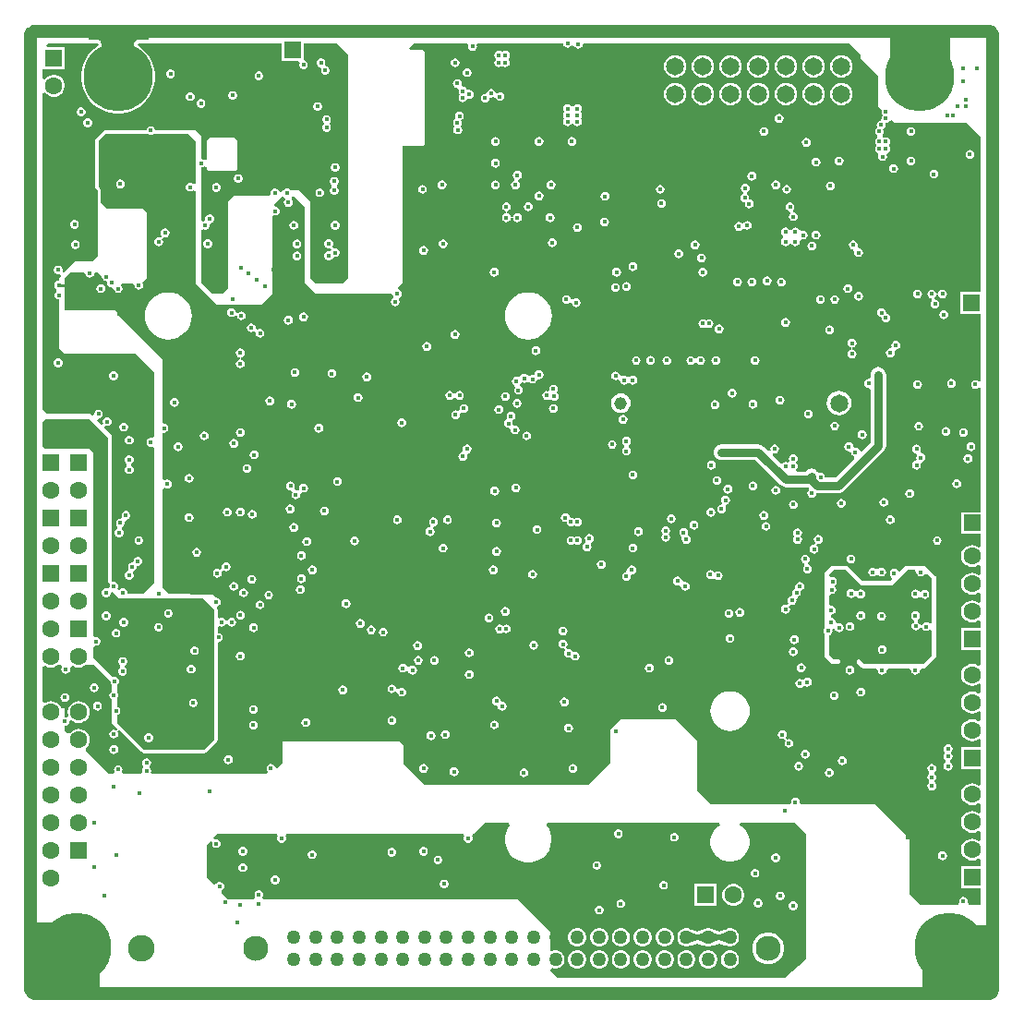
<source format=gbr>
G04*
G04 #@! TF.GenerationSoftware,Altium Limited,Altium Designer,24.9.1 (31)*
G04*
G04 Layer_Physical_Order=3*
G04 Layer_Color=12811406*
%FSLAX44Y44*%
%MOMM*%
G71*
G04*
G04 #@! TF.SameCoordinates,95152EAB-924E-4990-96F7-4EF775BF21D2*
G04*
G04*
G04 #@! TF.FilePolarity,Positive*
G04*
G01*
G75*
%ADD55R,6.8000X6.4000*%
%ADD56R,6.5000X6.7000*%
%ADD103C,1.5240*%
%ADD104C,0.5000*%
%ADD106C,0.2800*%
%ADD107C,1.2000*%
%ADD120C,0.5000*%
%ADD125C,1.6500*%
%ADD126C,1.1500*%
%ADD128R,1.6000X1.6000*%
%ADD129C,1.6000*%
%ADD130C,1.2580*%
%ADD132C,2.3000*%
%ADD133C,2.4500*%
%ADD135R,1.6000X1.6000*%
%ADD136C,6.3500*%
%ADD137C,0.4000*%
%ADD138C,0.8000*%
G36*
X116622Y883059D02*
X107414D01*
X107408Y883058D01*
X107403Y883059D01*
X106820Y882941D01*
X106243Y882826D01*
X106238Y882823D01*
X106233Y882822D01*
X105743Y882492D01*
X105251Y882163D01*
X105247Y882158D01*
X105243Y882155D01*
X104918Y881665D01*
X104588Y881171D01*
X104586Y881165D01*
X104583Y881160D01*
X103830Y879323D01*
X103797Y879153D01*
X103718Y878999D01*
X103684Y878572D01*
X103602Y878152D01*
X103636Y877982D01*
X103622Y877810D01*
X103641Y877647D01*
X103661Y877586D01*
X103658Y877522D01*
X103816Y877094D01*
X103839Y876982D01*
X103871Y876934D01*
X104007Y876511D01*
X104049Y876462D01*
X104071Y876402D01*
X104434Y876009D01*
X104781Y875602D01*
X104838Y875573D01*
X104881Y875525D01*
X108894Y872610D01*
X112310Y869194D01*
X115149Y865286D01*
X116546Y862546D01*
X112000Y858000D01*
X67000D01*
X61659Y863341D01*
X62650Y865286D01*
X65490Y869194D01*
X68906Y872610D01*
X72919Y875525D01*
X72962Y875573D01*
X73019Y875602D01*
X73366Y876009D01*
X73729Y876402D01*
X73751Y876462D01*
X73793Y876511D01*
X73929Y876934D01*
X73962Y876982D01*
X73984Y877094D01*
X74142Y877522D01*
X74139Y877586D01*
X74159Y877647D01*
X74178Y877810D01*
X74164Y877982D01*
X74198Y878152D01*
X74116Y878572D01*
X74082Y878999D01*
X74003Y879153D01*
X73970Y879323D01*
X73217Y881160D01*
X73214Y881165D01*
X73212Y881171D01*
X72882Y881665D01*
X72557Y882155D01*
X72552Y882158D01*
X72549Y882163D01*
X72057Y882492D01*
X71567Y882822D01*
X71562Y882823D01*
X71557Y882826D01*
X70980Y882941D01*
X70397Y883059D01*
X70392Y883058D01*
X70386Y883059D01*
X61522D01*
Y891001D01*
X116622D01*
Y883059D01*
D02*
G37*
G36*
X851522Y862622D02*
X846900Y858000D01*
X801900D01*
X796422Y863478D01*
Y891001D01*
X851522D01*
Y862622D01*
D02*
G37*
G36*
X300000Y870000D02*
Y665000D01*
X295000Y660000D01*
X270000D01*
X265000Y665000D01*
Y735000D01*
X255000Y745000D01*
X247157D01*
X246266Y745891D01*
X244796Y746500D01*
X243204D01*
X241734Y745891D01*
X240843Y745000D01*
X240000D01*
X238648Y743648D01*
X236410Y744238D01*
X236191Y744766D01*
X235066Y745891D01*
X233596Y746500D01*
X232004D01*
X230534Y745891D01*
X229409Y744766D01*
X228800Y743296D01*
Y741704D01*
X227341Y740000D01*
X195000D01*
X190000Y735000D01*
Y655000D01*
X185000Y650000D01*
X175000D01*
X165000Y660000D01*
Y708515D01*
X165873Y709066D01*
X167000Y709499D01*
X168204Y709000D01*
X169796D01*
X171266Y709609D01*
X172391Y710734D01*
X173000Y712204D01*
Y713796D01*
X172997Y713804D01*
X173796Y715000D01*
X175266Y715609D01*
X176391Y716734D01*
X177000Y718204D01*
Y719796D01*
X176391Y721266D01*
X175266Y722391D01*
X173796Y723000D01*
X172204D01*
X170734Y722391D01*
X169609Y721266D01*
X169000Y719796D01*
Y718204D01*
X169004Y718196D01*
X168204Y717000D01*
X167000Y716501D01*
X165873Y716934D01*
X165000Y717485D01*
Y766000D01*
X165796D01*
X167266Y766609D01*
X167941Y767284D01*
X169941Y766648D01*
Y766000D01*
X170174Y764829D01*
X170837Y763837D01*
X171829Y763174D01*
X173000Y762941D01*
X195000D01*
X196171Y763174D01*
X197163Y763837D01*
X197826Y764829D01*
X198059Y766000D01*
Y790000D01*
X197826Y791171D01*
X197163Y792163D01*
X196171Y792826D01*
X195000Y793059D01*
X173000D01*
X171829Y792826D01*
X170837Y792163D01*
X170174Y791171D01*
X169941Y790000D01*
Y773352D01*
X167941Y772716D01*
X167266Y773391D01*
X165796Y774000D01*
X165000D01*
Y795000D01*
X160000Y800000D01*
X123000D01*
Y800796D01*
X122391Y802266D01*
X121266Y803391D01*
X119796Y804000D01*
X118204D01*
X116734Y803391D01*
X115609Y802266D01*
X115000Y800796D01*
Y800000D01*
X76000D01*
X68000Y792000D01*
Y747000D01*
X70000Y745000D01*
Y685000D01*
X65000Y680000D01*
X50000D01*
X39430Y669430D01*
X37734Y670563D01*
X38000Y671204D01*
Y672796D01*
X37391Y674266D01*
X36266Y675391D01*
X34796Y676000D01*
X33204D01*
X31734Y675391D01*
X30609Y674266D01*
X30000Y672796D01*
Y671204D01*
X30609Y669734D01*
X31734Y668609D01*
X33204Y668000D01*
X34796D01*
X35437Y668266D01*
X36570Y666570D01*
X35000Y665000D01*
Y662486D01*
X34800D01*
X33083Y662145D01*
X31628Y661172D01*
X30655Y659717D01*
X30314Y658000D01*
X30655Y656283D01*
X31628Y654828D01*
X32226Y654428D01*
X32346Y653636D01*
X32275Y652132D01*
X31409Y651266D01*
X30800Y649796D01*
Y648204D01*
X31409Y646734D01*
X32534Y645609D01*
X34004Y645000D01*
X35000D01*
Y600000D01*
X40000Y595000D01*
X105000D01*
X122000Y578000D01*
Y519252D01*
X120000Y517915D01*
X119796Y518000D01*
X118204D01*
X116734Y517391D01*
X115609Y516266D01*
X115000Y514796D01*
Y513204D01*
X115609Y511734D01*
X116734Y510609D01*
X118204Y510000D01*
X119796D01*
X120000Y510085D01*
X122000Y508748D01*
Y385000D01*
X112000Y375000D01*
X97305D01*
X97101Y375306D01*
Y376897D01*
X96492Y378367D01*
X95367Y379492D01*
X93897Y380101D01*
X92306D01*
X90835Y379492D01*
X89906Y378563D01*
X88391Y379734D01*
X89000Y381204D01*
Y382796D01*
X88391Y384266D01*
X87266Y385391D01*
X85796Y386000D01*
X84204D01*
X83000Y386805D01*
Y521000D01*
X76430Y527570D01*
X77563Y529266D01*
X78204Y529000D01*
X79796D01*
X81266Y529609D01*
X82391Y530734D01*
X83000Y532204D01*
Y533796D01*
X82391Y535266D01*
X81266Y536391D01*
X79796Y537000D01*
X78204D01*
X76734Y536391D01*
X75609Y535266D01*
X75000Y533796D01*
Y532204D01*
X75266Y531563D01*
X73570Y530430D01*
X69855Y534145D01*
X70828Y536000D01*
X71796D01*
X73266Y536609D01*
X74391Y537734D01*
X75000Y539204D01*
Y540796D01*
X74391Y542266D01*
X73266Y543391D01*
X71796Y544000D01*
X70204D01*
X68734Y543391D01*
X67609Y542266D01*
X67000Y540796D01*
Y539828D01*
X65145Y538856D01*
X64000Y540000D01*
X24000D01*
X20000Y544000D01*
Y834321D01*
X21991Y834858D01*
X22000Y834858D01*
X23860Y832998D01*
X26140Y831682D01*
X28684Y831000D01*
X31316D01*
X33860Y831682D01*
X36140Y832998D01*
X38002Y834860D01*
X39318Y837140D01*
X40000Y839684D01*
Y842317D01*
X39318Y844860D01*
X38002Y847140D01*
X36140Y849002D01*
X33860Y850319D01*
X31316Y851000D01*
X28684D01*
X26140Y850319D01*
X23860Y849002D01*
X22000Y847142D01*
X21991Y847142D01*
X20000Y847680D01*
Y856400D01*
X40000D01*
Y876400D01*
X24013D01*
X23248Y878248D01*
X25000Y880000D01*
X70386D01*
X71140Y878163D01*
X71121Y878000D01*
X66913Y874943D01*
X63157Y871187D01*
X60034Y866889D01*
X57623Y862156D01*
X55981Y857103D01*
X55150Y851856D01*
Y846544D01*
X55981Y841297D01*
X57623Y836245D01*
X60034Y831511D01*
X63157Y827213D01*
X66913Y823457D01*
X71211Y820334D01*
X75944Y817923D01*
X80997Y816281D01*
X86244Y815450D01*
X91556D01*
X96803Y816281D01*
X101855Y817923D01*
X106589Y820334D01*
X110887Y823457D01*
X114643Y827213D01*
X117766Y831511D01*
X120177Y836245D01*
X121819Y841297D01*
X122650Y846544D01*
Y851856D01*
X121819Y857103D01*
X120177Y862156D01*
X117766Y866889D01*
X114643Y871187D01*
X110887Y874943D01*
X106679Y878000D01*
X106660Y878163D01*
X107414Y880000D01*
X239000D01*
Y864000D01*
X254515D01*
X255066Y863127D01*
X255499Y862000D01*
X255000Y860796D01*
Y859204D01*
X255609Y857734D01*
X256734Y856609D01*
X258204Y856000D01*
X259796D01*
X261266Y856609D01*
X262391Y857734D01*
X263000Y859204D01*
Y860796D01*
X262391Y862266D01*
X261266Y863391D01*
X259796Y864000D01*
X259000Y865817D01*
Y880000D01*
X290000D01*
X300000Y870000D01*
D02*
G37*
G36*
X408788Y880000D02*
X409217Y879573D01*
X410121Y878000D01*
X409922Y877000D01*
X410232Y875439D01*
X411116Y874116D01*
X412439Y873232D01*
X414000Y872922D01*
X415561Y873232D01*
X416884Y874116D01*
X417768Y875439D01*
X418078Y877000D01*
X417879Y878000D01*
X418783Y879573D01*
X419212Y880000D01*
X496922Y880000D01*
X497232Y878439D01*
X498116Y877116D01*
X499439Y876232D01*
X501000Y875922D01*
X502561Y876232D01*
X503884Y877116D01*
X504768Y878439D01*
X504773Y878465D01*
X504979Y878517D01*
X507232Y877439D01*
X508116Y876116D01*
X509439Y875232D01*
X511000Y874922D01*
X512561Y875232D01*
X513884Y876116D01*
X514768Y877439D01*
X515078Y879000D01*
X515899Y880000D01*
X580000D01*
X760000Y880000D01*
X770000Y870000D01*
Y866000D01*
X786000Y850000D01*
Y822000D01*
X789315Y818685D01*
X789232Y818561D01*
X788922Y817000D01*
X789232Y815439D01*
X790050Y814000D01*
X789232Y812561D01*
X788922Y811000D01*
X788627Y809238D01*
X787465Y808852D01*
X787039Y808768D01*
X785716Y807884D01*
X784832Y806561D01*
X784522Y805000D01*
X784832Y803439D01*
X785330Y802695D01*
X784116Y801884D01*
X783232Y800561D01*
X782922Y799000D01*
X783232Y797439D01*
X784116Y796116D01*
X784872Y795611D01*
X784955Y795341D01*
Y793659D01*
X784872Y793389D01*
X784116Y792884D01*
X783232Y791561D01*
X782922Y790000D01*
X783232Y788439D01*
X784116Y787116D01*
Y785884D01*
X783232Y784561D01*
X782922Y783000D01*
X783232Y781439D01*
X784116Y780116D01*
X785439Y779232D01*
X786232Y777561D01*
X785922Y776000D01*
X786232Y774439D01*
X787116Y773116D01*
X788439Y772232D01*
X790000Y771922D01*
X791561Y772232D01*
X792884Y773116D01*
X793768Y774439D01*
X794078Y776000D01*
X793768Y777561D01*
X794561Y779232D01*
X795884Y780116D01*
X796768Y781439D01*
X797078Y783000D01*
X796768Y784561D01*
X795884Y785884D01*
Y787116D01*
X796768Y788439D01*
X797078Y790000D01*
X796768Y791561D01*
X795884Y792884D01*
X794561Y793768D01*
X793000Y794078D01*
X791439Y793768D01*
X790982Y793508D01*
X790255Y793959D01*
X789970Y795617D01*
X790081Y796411D01*
X790768Y797439D01*
X791078Y799000D01*
X790768Y800561D01*
X790270Y801305D01*
X791484Y802116D01*
X792368Y803439D01*
X792678Y805000D01*
X792973Y806762D01*
X794135Y807148D01*
X794561Y807232D01*
X795884Y808116D01*
X796353Y808818D01*
X798637Y809363D01*
X801000Y807000D01*
X867000D01*
X880000Y794000D01*
Y652000D01*
X861000D01*
Y632000D01*
X880000D01*
Y570317D01*
X878000Y569710D01*
X877884Y569884D01*
X876561Y570768D01*
X875000Y571078D01*
X873439Y570768D01*
X872116Y569884D01*
X871232Y568561D01*
X870922Y567000D01*
X871232Y565439D01*
X872116Y564116D01*
X873439Y563232D01*
X875000Y562922D01*
X876561Y563232D01*
X877884Y564116D01*
X878000Y564290D01*
X880000Y563683D01*
Y450000D01*
X862000D01*
Y430000D01*
X880000D01*
Y418787D01*
X878000Y417801D01*
X877043Y418535D01*
X874611Y419543D01*
X872000Y419886D01*
X869389Y419543D01*
X866957Y418535D01*
X864868Y416932D01*
X863265Y414843D01*
X862257Y412411D01*
X861914Y409800D01*
X862257Y407189D01*
X863265Y404757D01*
X864868Y402668D01*
X866957Y401065D01*
X869389Y400057D01*
X872000Y399714D01*
X874611Y400057D01*
X877043Y401065D01*
X878000Y401799D01*
X880000Y400813D01*
Y393387D01*
X878000Y392401D01*
X877043Y393135D01*
X874611Y394143D01*
X872000Y394486D01*
X869389Y394143D01*
X866957Y393135D01*
X864868Y391532D01*
X863265Y389443D01*
X862257Y387010D01*
X861914Y384400D01*
X862257Y381790D01*
X863265Y379357D01*
X864868Y377268D01*
X866957Y375665D01*
X869389Y374657D01*
X872000Y374314D01*
X874611Y374657D01*
X877043Y375665D01*
X878000Y376399D01*
X880000Y375413D01*
Y367987D01*
X878000Y367001D01*
X877043Y367735D01*
X874611Y368743D01*
X872000Y369086D01*
X869389Y368743D01*
X866957Y367735D01*
X864868Y366132D01*
X863265Y364043D01*
X862257Y361610D01*
X861914Y359000D01*
X862257Y356390D01*
X863265Y353957D01*
X864868Y351868D01*
X866957Y350265D01*
X869389Y349257D01*
X872000Y348914D01*
X874611Y349257D01*
X877043Y350265D01*
X878000Y350999D01*
X880000Y350013D01*
Y343600D01*
X862000D01*
Y323600D01*
X880000D01*
Y309787D01*
X878000Y308801D01*
X877043Y309535D01*
X874611Y310543D01*
X872000Y310886D01*
X869389Y310543D01*
X866957Y309535D01*
X864868Y307932D01*
X863265Y305843D01*
X862257Y303410D01*
X861914Y300800D01*
X862257Y298190D01*
X863265Y295757D01*
X864868Y293668D01*
X866957Y292065D01*
X869389Y291057D01*
X872000Y290714D01*
X874611Y291057D01*
X877043Y292065D01*
X878000Y292799D01*
X880000Y291813D01*
Y284387D01*
X878000Y283401D01*
X877043Y284135D01*
X874611Y285143D01*
X872000Y285486D01*
X869389Y285143D01*
X866957Y284135D01*
X864868Y282532D01*
X863265Y280443D01*
X862257Y278011D01*
X861914Y275400D01*
X862257Y272789D01*
X863265Y270357D01*
X864868Y268268D01*
X866957Y266665D01*
X869389Y265657D01*
X872000Y265314D01*
X874611Y265657D01*
X877043Y266665D01*
X878000Y267399D01*
X880000Y266413D01*
Y258987D01*
X878000Y258001D01*
X877043Y258735D01*
X874611Y259743D01*
X872000Y260086D01*
X869389Y259743D01*
X866957Y258735D01*
X864868Y257132D01*
X863265Y255043D01*
X862257Y252610D01*
X861914Y250000D01*
X862257Y247390D01*
X863265Y244957D01*
X864868Y242868D01*
X866957Y241265D01*
X869389Y240257D01*
X872000Y239914D01*
X874611Y240257D01*
X877043Y241265D01*
X878000Y241999D01*
X880000Y241013D01*
Y234600D01*
X862000D01*
Y214600D01*
X880000D01*
Y200387D01*
X878000Y199401D01*
X877043Y200135D01*
X874611Y201143D01*
X872000Y201486D01*
X869389Y201143D01*
X866957Y200135D01*
X864868Y198532D01*
X863265Y196443D01*
X862257Y194011D01*
X861914Y191400D01*
X862257Y188790D01*
X863265Y186357D01*
X864868Y184268D01*
X866957Y182665D01*
X869389Y181657D01*
X872000Y181314D01*
X874611Y181657D01*
X877043Y182665D01*
X878000Y183399D01*
X880000Y182413D01*
Y174987D01*
X878000Y174001D01*
X877043Y174735D01*
X874611Y175743D01*
X872000Y176086D01*
X869389Y175743D01*
X866957Y174735D01*
X864868Y173132D01*
X863265Y171043D01*
X862257Y168610D01*
X861914Y166000D01*
X862257Y163389D01*
X863265Y160957D01*
X864868Y158868D01*
X866957Y157265D01*
X869389Y156257D01*
X872000Y155914D01*
X874611Y156257D01*
X877043Y157265D01*
X878000Y157999D01*
X880000Y157013D01*
Y149587D01*
X878000Y148601D01*
X877043Y149335D01*
X874611Y150343D01*
X872000Y150686D01*
X869389Y150343D01*
X866957Y149335D01*
X864868Y147732D01*
X863265Y145643D01*
X862257Y143210D01*
X861914Y140600D01*
X862257Y137990D01*
X863265Y135557D01*
X864868Y133468D01*
X866957Y131865D01*
X869389Y130857D01*
X872000Y130514D01*
X874611Y130857D01*
X877043Y131865D01*
X878000Y132599D01*
X880000Y131613D01*
Y125200D01*
X862000D01*
Y105200D01*
X880000D01*
Y90000D01*
X869212D01*
X868783Y90427D01*
X867879Y92000D01*
X868078Y93000D01*
X867768Y94561D01*
X866884Y95884D01*
X865561Y96768D01*
X864000Y97078D01*
X862439Y96768D01*
X861116Y95884D01*
X860232Y94561D01*
X859922Y93000D01*
X860121Y92000D01*
X859217Y90427D01*
X858788Y90000D01*
X825000D01*
X815000Y100000D01*
Y150000D01*
X783000Y182000D01*
X715697D01*
X714078Y184000D01*
X713768Y185561D01*
X712884Y186884D01*
X711561Y187768D01*
X710000Y188078D01*
X708439Y187768D01*
X707116Y186884D01*
X706232Y185561D01*
X705922Y184000D01*
X704303Y182000D01*
X633000D01*
X620000Y195000D01*
Y240000D01*
X600000Y260000D01*
X550000D01*
X540000Y250000D01*
Y220000D01*
X520000Y200000D01*
X370000D01*
X351000Y219000D01*
Y236000D01*
X347000Y240000D01*
X240000D01*
Y220000D01*
X234969Y214969D01*
X234911Y214970D01*
X232928Y215756D01*
X232768Y216561D01*
X231884Y217884D01*
X230561Y218768D01*
X229000Y219078D01*
X227439Y218768D01*
X226116Y217884D01*
X225232Y216561D01*
X224922Y215000D01*
X225232Y213439D01*
X226116Y212116D01*
X226290Y212000D01*
X225683Y210000D01*
X120212D01*
X119783Y210427D01*
X118879Y212000D01*
X119078Y213000D01*
X118768Y214561D01*
X117884Y215884D01*
Y217116D01*
X118768Y218439D01*
X119078Y220000D01*
X118768Y221561D01*
X117884Y222884D01*
X116561Y223768D01*
X115000Y224078D01*
X113439Y223768D01*
X112116Y222884D01*
X111232Y221561D01*
X110922Y220000D01*
X111232Y218439D01*
X112116Y217116D01*
Y215884D01*
X111232Y214561D01*
X110922Y213000D01*
X111121Y212000D01*
X110217Y210427D01*
X109788Y210000D01*
X93539D01*
X92474Y212000D01*
X92768Y212439D01*
X93078Y214000D01*
X92768Y215561D01*
X91884Y216884D01*
X90561Y217768D01*
X89000Y218078D01*
X87439Y217768D01*
X86116Y216884D01*
X85232Y215561D01*
X84922Y214000D01*
X85232Y212439D01*
X85526Y212000D01*
X84461Y210000D01*
X80000D01*
X59030Y230970D01*
X59213Y233616D01*
X59932Y234168D01*
X61535Y236257D01*
X62543Y238689D01*
X62886Y241300D01*
X62543Y243911D01*
X61535Y246343D01*
X59932Y248432D01*
X57843Y250035D01*
X55410Y251043D01*
X52800Y251386D01*
X50189Y251043D01*
X47757Y250035D01*
X45668Y248432D01*
X45116Y247713D01*
X42470Y247530D01*
X40000Y250000D01*
Y253922D01*
X41561Y254232D01*
X42884Y255116D01*
X43768Y256439D01*
X44078Y258000D01*
X43983Y258478D01*
X45249Y259297D01*
X45830Y259443D01*
X47757Y257965D01*
X50189Y256957D01*
X52800Y256614D01*
X55410Y256957D01*
X57843Y257965D01*
X59932Y259568D01*
X61535Y261657D01*
X62543Y264090D01*
X62886Y266700D01*
X62543Y269310D01*
X61535Y271743D01*
X59932Y273832D01*
X57843Y275435D01*
X55410Y276443D01*
X52800Y276786D01*
X50189Y276443D01*
X47757Y275435D01*
X45668Y273832D01*
X44065Y271743D01*
X43057Y269310D01*
X42714Y266700D01*
X43057Y264090D01*
X43582Y262823D01*
X41967Y261497D01*
X41561Y261768D01*
X40000Y262078D01*
Y270000D01*
X36857D01*
X36135Y271743D01*
X34532Y273832D01*
X32443Y275435D01*
X30010Y276443D01*
X27400Y276786D01*
X24790Y276443D01*
X22357Y275435D01*
X22000Y275161D01*
X20000Y276147D01*
X20000Y308053D01*
X22000Y309039D01*
X22357Y308765D01*
X24790Y307757D01*
X27400Y307414D01*
X30010Y307757D01*
X32443Y308765D01*
X34053Y310000D01*
X36461D01*
X37526Y308000D01*
X37232Y307561D01*
X36922Y306000D01*
X37232Y304439D01*
X38116Y303116D01*
X39439Y302232D01*
X41000Y301922D01*
X42561Y302232D01*
X43884Y303116D01*
X44768Y304439D01*
X45078Y306000D01*
X44936Y306713D01*
X45991Y308655D01*
X46273Y308908D01*
X47309Y309108D01*
X47757Y308765D01*
X50189Y307757D01*
X52800Y307414D01*
X55410Y307757D01*
X57843Y308765D01*
X59453Y310000D01*
X67000D01*
X81935Y295065D01*
X81922Y295000D01*
X82232Y293439D01*
X83000Y292290D01*
Y285474D01*
X82116Y284884D01*
X81232Y283561D01*
X80922Y282000D01*
X81232Y280439D01*
X82116Y279116D01*
X83000Y278526D01*
Y268394D01*
X82922Y268000D01*
X83000Y267606D01*
Y257000D01*
X88869Y251131D01*
X87594Y249578D01*
X86561Y250268D01*
X85000Y250578D01*
X83439Y250268D01*
X82116Y249384D01*
X81232Y248061D01*
X80922Y246500D01*
X81232Y244939D01*
X82116Y243616D01*
X83439Y242732D01*
X85000Y242422D01*
X86561Y242732D01*
X87884Y243616D01*
X88768Y244939D01*
X89078Y246500D01*
X88768Y248061D01*
X88077Y249094D01*
X89631Y250369D01*
X100000Y240000D01*
X110000Y230000D01*
X110674D01*
X110837Y229837D01*
X111830Y229174D01*
X113000Y228941D01*
X113000Y228941D01*
X168000D01*
X168000Y228941D01*
X169170Y229174D01*
X170163Y229837D01*
X170163Y229837D01*
X179163Y238837D01*
X179819Y239819D01*
X180000Y240000D01*
Y240704D01*
X180059Y241000D01*
X180059Y241000D01*
Y330149D01*
X181000Y330922D01*
X182561Y331232D01*
X183884Y332116D01*
X184768Y333439D01*
X185078Y335000D01*
X184768Y336561D01*
X183884Y337884D01*
X182561Y338768D01*
X181000Y339078D01*
X180059Y339851D01*
Y344417D01*
X182059Y345486D01*
X182439Y345232D01*
X184000Y344922D01*
X185561Y345232D01*
X186884Y346116D01*
X187389Y346872D01*
X187659Y346955D01*
X189341D01*
X189611Y346872D01*
X190116Y346116D01*
X191439Y345232D01*
X193000Y344922D01*
X194561Y345232D01*
X195884Y346116D01*
X196768Y347439D01*
X197078Y349000D01*
X196768Y350561D01*
X195884Y351884D01*
X194561Y352768D01*
X193000Y353078D01*
X191439Y352768D01*
X190116Y351884D01*
X189611Y351128D01*
X189341Y351045D01*
X187659D01*
X187389Y351128D01*
X186884Y351884D01*
X185561Y352768D01*
X184000Y353078D01*
X182439Y352768D01*
X182059Y352514D01*
X180059Y353583D01*
Y361000D01*
X180000Y361296D01*
Y363721D01*
X180561Y363832D01*
X181884Y364716D01*
X182768Y366039D01*
X183078Y367600D01*
X182768Y369161D01*
X181884Y370484D01*
X180561Y371368D01*
X179000Y371678D01*
X178434Y371566D01*
X175500Y374500D01*
X136000Y375000D01*
X130000Y381000D01*
Y471261D01*
X132000Y472326D01*
X132439Y472032D01*
X134000Y471722D01*
X135561Y472032D01*
X136884Y472916D01*
X137768Y474239D01*
X138078Y475800D01*
X137768Y477361D01*
X136884Y478684D01*
X135561Y479568D01*
X134000Y479878D01*
X132439Y479568D01*
X132000Y479274D01*
X130000Y480339D01*
Y522101D01*
X131000Y522922D01*
X132561Y523232D01*
X133884Y524116D01*
X134768Y525439D01*
X135078Y527000D01*
X134768Y528561D01*
X133884Y529884D01*
X132561Y530768D01*
X131000Y531078D01*
X130000Y531899D01*
Y590000D01*
X90000Y630000D01*
X88059D01*
Y632000D01*
X87826Y633171D01*
X87163Y634163D01*
X86171Y634826D01*
X85000Y635059D01*
X40000D01*
X39999Y635059D01*
X39999Y664999D01*
X45000Y670000D01*
X58101D01*
X58922Y669000D01*
X59232Y667439D01*
X60116Y666116D01*
X61439Y665232D01*
X63000Y664922D01*
X64561Y665232D01*
X65884Y666116D01*
X66768Y667439D01*
X67078Y669000D01*
X67899Y670000D01*
X70000D01*
X73935Y666065D01*
X73922Y666000D01*
X74232Y664439D01*
X75116Y663116D01*
X76439Y662232D01*
X78000Y661922D01*
X78815Y660488D01*
X78924Y660286D01*
X79232Y658739D01*
X80116Y657416D01*
X81439Y656532D01*
X83000Y656222D01*
X83131Y656248D01*
X84912Y655007D01*
X84975Y654731D01*
X85232Y653439D01*
X86116Y652116D01*
X87439Y651232D01*
X89000Y650922D01*
X90561Y651232D01*
X91884Y652116D01*
X92768Y653439D01*
X93078Y655000D01*
X92768Y656561D01*
X91884Y657884D01*
X91710Y658000D01*
X92317Y660000D01*
X102303D01*
X103922Y658000D01*
X104232Y656439D01*
X105116Y655116D01*
X106439Y654232D01*
X108000Y653922D01*
X109561Y654232D01*
X110884Y655116D01*
X111768Y656439D01*
X112078Y658000D01*
X111768Y659561D01*
X110884Y660884D01*
X110884Y660884D01*
X115000Y665000D01*
Y725000D01*
X112000Y728000D01*
X79000Y728000D01*
X73059Y733941D01*
Y745000D01*
X73059Y745000D01*
X72826Y746171D01*
X72163Y747163D01*
X72163Y747163D01*
X71059Y748267D01*
Y790733D01*
X77267Y796941D01*
X115000D01*
X115295Y797000D01*
X116290D01*
X117439Y796232D01*
X119000Y795922D01*
X120561Y796232D01*
X121710Y797000D01*
X122705D01*
X123000Y796941D01*
X153059D01*
X160000Y790000D01*
Y751317D01*
X158000Y750710D01*
X157884Y750884D01*
X156561Y751768D01*
X155000Y752078D01*
X153439Y751768D01*
X152116Y750884D01*
X151232Y749561D01*
X150922Y748000D01*
X151232Y746439D01*
X152116Y745116D01*
X153439Y744232D01*
X155000Y743922D01*
X156561Y744232D01*
X157884Y745116D01*
X158000Y745290D01*
X160000Y744683D01*
Y660000D01*
X180000Y640000D01*
X220000D01*
X230000Y650000D01*
Y720788D01*
X230427Y721217D01*
X232000Y722121D01*
X233000Y721922D01*
X234561Y722232D01*
X235884Y723116D01*
X236768Y724439D01*
X237078Y726000D01*
X236768Y727561D01*
X235884Y728884D01*
X234561Y729768D01*
X233000Y730078D01*
X232884Y730055D01*
X231898Y731898D01*
X239146Y739146D01*
X240010Y739352D01*
X242009Y737981D01*
X242137Y737001D01*
X242116Y736884D01*
X241232Y735561D01*
X240922Y734000D01*
X241232Y732439D01*
X242116Y731116D01*
X243439Y730232D01*
X245000Y729922D01*
X246561Y730232D01*
X247884Y731116D01*
X248768Y732439D01*
X249078Y734000D01*
X248768Y735561D01*
X247884Y736884D01*
X247952Y739104D01*
X248233Y739437D01*
X250490Y739510D01*
X260000Y730000D01*
Y660000D01*
X270000Y650000D01*
X339038D01*
X339748D01*
X341144Y648474D01*
X341097Y646539D01*
X340116Y645884D01*
X339232Y644561D01*
X338922Y643000D01*
X339232Y641439D01*
X340116Y640116D01*
X341439Y639232D01*
X343000Y638922D01*
X344561Y639232D01*
X345884Y640116D01*
X346768Y641439D01*
X347078Y643000D01*
X346768Y644561D01*
X346561Y646232D01*
X347884Y647116D01*
X348768Y648439D01*
X349078Y650000D01*
X348768Y651561D01*
X347884Y652884D01*
X346561Y653768D01*
X345932Y655932D01*
X350000Y660000D01*
Y785941D01*
X367000D01*
X368171Y786174D01*
X369163Y786837D01*
X369826Y787830D01*
X370059Y789000D01*
Y871000D01*
X369826Y872170D01*
X369163Y873163D01*
X368171Y873826D01*
X367000Y874059D01*
X356672D01*
X355907Y875907D01*
X360000Y880000D01*
X408788D01*
D02*
G37*
G36*
X79941Y518059D02*
Y386805D01*
X80000Y386509D01*
Y386208D01*
X80115Y385929D01*
X80174Y385634D01*
X80341Y385384D01*
X80457Y385105D01*
X80670Y384892D01*
X80837Y384642D01*
X81000Y384533D01*
Y381252D01*
X79042Y379898D01*
X78796Y380000D01*
X77204D01*
X75734Y379391D01*
X74609Y378266D01*
X74000Y376796D01*
Y375204D01*
X74609Y373734D01*
X75734Y372609D01*
X77204Y372000D01*
X78796D01*
X80266Y372609D01*
X81391Y373734D01*
X82000Y375204D01*
Y376172D01*
X83855Y377145D01*
X90000Y371000D01*
X125191D01*
X125204Y370995D01*
X126796D01*
X126809Y371000D01*
X167000D01*
X177000Y361000D01*
Y334204D01*
Y241000D01*
X168000Y232000D01*
X113000D01*
X88000Y257000D01*
Y264085D01*
X89266Y264609D01*
X90391Y265734D01*
X91000Y267204D01*
Y268796D01*
X90391Y270266D01*
X89266Y271391D01*
X88000Y271915D01*
Y279343D01*
X88391Y279734D01*
X89000Y281204D01*
Y282796D01*
X88391Y284266D01*
X88000Y284657D01*
Y291499D01*
X88266Y291609D01*
X89391Y292734D01*
X90000Y294204D01*
Y295796D01*
X89391Y297266D01*
X88266Y298391D01*
X86796Y299000D01*
X85204D01*
X84353Y298647D01*
X67000Y316000D01*
X66000D01*
Y326360D01*
X68000Y327676D01*
X68269Y327565D01*
X69860D01*
X71331Y328174D01*
X72456Y329299D01*
X73065Y330769D01*
Y332360D01*
X72456Y333831D01*
X71331Y334956D01*
X69860Y335565D01*
X68269D01*
X68000Y335453D01*
X66000Y336770D01*
Y505000D01*
X63000Y508000D01*
X22000Y508000D01*
X20000Y510000D01*
Y533000D01*
X22000Y535000D01*
X63000D01*
X79941Y518059D01*
D02*
G37*
G36*
X720000Y155000D02*
Y40000D01*
X700000Y23178D01*
X491822D01*
X485485Y29515D01*
X485620Y30951D01*
X487511Y32085D01*
X488909Y31710D01*
X491091D01*
X493200Y32275D01*
X495090Y33366D01*
X496634Y34910D01*
X497725Y36800D01*
X498290Y38909D01*
Y41091D01*
X497725Y43200D01*
X496634Y45090D01*
X495090Y46634D01*
X493200Y47725D01*
X491091Y48290D01*
X488909D01*
X487000Y47779D01*
X486318Y47925D01*
X485000Y48686D01*
Y65000D01*
X455000Y95000D01*
X222285D01*
X221392Y96935D01*
X222001Y98406D01*
Y99997D01*
X221392Y101467D01*
X220267Y102592D01*
X218797Y103201D01*
X217206D01*
X215735Y102592D01*
X214610Y101467D01*
X214001Y99997D01*
Y98406D01*
X214610Y96935D01*
X213717Y95000D01*
X190000D01*
X183764Y101236D01*
X184233Y103595D01*
X184266Y103609D01*
X185391Y104734D01*
X186000Y106204D01*
Y107796D01*
X185391Y109266D01*
X184266Y110391D01*
X182796Y111000D01*
X181204D01*
X179734Y110391D01*
X178609Y109266D01*
X178595Y109233D01*
X176236Y108764D01*
X170000Y115000D01*
Y145000D01*
X173570Y148570D01*
X175266Y147437D01*
X175000Y146796D01*
Y145204D01*
X175609Y143734D01*
X176734Y142609D01*
X178204Y142000D01*
X179796D01*
X181266Y142609D01*
X182391Y143734D01*
X183000Y145204D01*
Y146796D01*
X182391Y148266D01*
X181266Y149391D01*
X179796Y150000D01*
X178204D01*
X177563Y149734D01*
X176430Y151430D01*
X180000Y155000D01*
X234515D01*
X235066Y154127D01*
X235499Y153000D01*
X235000Y151796D01*
Y150204D01*
X235609Y148734D01*
X236734Y147609D01*
X238204Y147000D01*
X239796D01*
X241266Y147609D01*
X242391Y148734D01*
X243000Y150204D01*
Y151796D01*
X242501Y153000D01*
X242934Y154127D01*
X243485Y155000D01*
X405515D01*
X406066Y154127D01*
X406499Y153000D01*
X406000Y151796D01*
Y150204D01*
X406609Y148734D01*
X407734Y147609D01*
X409204Y147000D01*
X410796D01*
X412266Y147609D01*
X413391Y148734D01*
X414000Y150204D01*
Y151796D01*
X413501Y153000D01*
X413934Y154127D01*
X414485Y155000D01*
X415000D01*
X425000Y165000D01*
X446911D01*
X447828Y163000D01*
X445947Y160184D01*
X444326Y156271D01*
X443500Y152118D01*
Y147882D01*
X444326Y143729D01*
X445947Y139816D01*
X448300Y136295D01*
X451295Y133300D01*
X454816Y130947D01*
X458729Y129326D01*
X462882Y128500D01*
X467118D01*
X471271Y129326D01*
X475184Y130947D01*
X478705Y133300D01*
X481700Y136295D01*
X484053Y139816D01*
X485674Y143729D01*
X486500Y147882D01*
Y152118D01*
X485674Y156271D01*
X484053Y160184D01*
X482172Y163000D01*
X483089Y165000D01*
X549705D01*
X550000Y164941D01*
X597000D01*
X597295Y165000D01*
X640192D01*
X640798Y163000D01*
X638526Y161481D01*
X636018Y158974D01*
X634049Y156026D01*
X632692Y152750D01*
X632000Y149273D01*
Y145727D01*
X632692Y142250D01*
X634049Y138974D01*
X636018Y136026D01*
X638526Y133518D01*
X641474Y131549D01*
X644750Y130192D01*
X648227Y129500D01*
X651773D01*
X655250Y130192D01*
X658526Y131549D01*
X661474Y133518D01*
X663981Y136026D01*
X665951Y138974D01*
X667308Y142250D01*
X668000Y145727D01*
Y149273D01*
X667308Y152750D01*
X665951Y156026D01*
X663981Y158974D01*
X661474Y161481D01*
X659202Y163000D01*
X659808Y165000D01*
X710000D01*
X720000Y155000D01*
D02*
G37*
%LPC*%
G36*
X275796Y866000D02*
X274204D01*
X272734Y865391D01*
X271609Y864266D01*
X271000Y862796D01*
Y861204D01*
X271609Y859734D01*
X272734Y858609D01*
X273956Y858103D01*
X274217Y857971D01*
X275085Y856000D01*
X275000Y855796D01*
Y854204D01*
X275609Y852734D01*
X276734Y851609D01*
X278204Y851000D01*
X279796D01*
X281266Y851609D01*
X282391Y852734D01*
X283000Y854204D01*
Y855796D01*
X282391Y857266D01*
X281266Y858391D01*
X280044Y858897D01*
X279783Y859029D01*
X278915Y861000D01*
X279000Y861204D01*
Y862796D01*
X278391Y864266D01*
X277266Y865391D01*
X275796Y866000D01*
D02*
G37*
G36*
X137796Y856000D02*
X136204D01*
X134734Y855391D01*
X133609Y854266D01*
X133000Y852796D01*
Y851204D01*
X133609Y849734D01*
X134734Y848609D01*
X136204Y848000D01*
X137796D01*
X139266Y848609D01*
X140391Y849734D01*
X141000Y851204D01*
Y852796D01*
X140391Y854266D01*
X139266Y855391D01*
X137796Y856000D01*
D02*
G37*
G36*
X218796Y854000D02*
X217204D01*
X215734Y853391D01*
X214609Y852266D01*
X214000Y850796D01*
Y849204D01*
X214609Y847734D01*
X215734Y846609D01*
X217204Y846000D01*
X218796D01*
X220266Y846609D01*
X221391Y847734D01*
X222000Y849204D01*
Y850796D01*
X221391Y852266D01*
X220266Y853391D01*
X218796Y854000D01*
D02*
G37*
G36*
X194796Y836000D02*
X193204D01*
X191734Y835391D01*
X190609Y834266D01*
X190000Y832796D01*
Y831204D01*
X190609Y829734D01*
X191734Y828609D01*
X193204Y828000D01*
X194796D01*
X196266Y828609D01*
X197391Y829734D01*
X198000Y831204D01*
Y832796D01*
X197391Y834266D01*
X196266Y835391D01*
X194796Y836000D01*
D02*
G37*
G36*
X155796Y835000D02*
X154204D01*
X152734Y834391D01*
X151609Y833266D01*
X151000Y831796D01*
Y830204D01*
X151609Y828734D01*
X152734Y827609D01*
X154204Y827000D01*
X155796D01*
X157266Y827609D01*
X158391Y828734D01*
X159000Y830204D01*
Y831796D01*
X158391Y833266D01*
X157266Y834391D01*
X155796Y835000D01*
D02*
G37*
G36*
X165688Y828808D02*
X164097D01*
X162627Y828199D01*
X161502Y827073D01*
X160893Y825603D01*
Y824012D01*
X161502Y822542D01*
X162627Y821417D01*
X164097Y820808D01*
X165688D01*
X167158Y821417D01*
X168284Y822542D01*
X168893Y824012D01*
Y825603D01*
X168284Y827073D01*
X167158Y828199D01*
X165688Y828808D01*
D02*
G37*
G36*
X272796Y826000D02*
X271204D01*
X269734Y825391D01*
X268609Y824266D01*
X268000Y822796D01*
Y821204D01*
X268609Y819734D01*
X269734Y818609D01*
X271204Y818000D01*
X272796D01*
X274266Y818609D01*
X275391Y819734D01*
X276000Y821204D01*
Y822796D01*
X275391Y824266D01*
X274266Y825391D01*
X272796Y826000D01*
D02*
G37*
G36*
X55796Y821000D02*
X54204D01*
X52734Y820391D01*
X51609Y819266D01*
X51000Y817796D01*
Y816204D01*
X51609Y814734D01*
X52734Y813609D01*
X54204Y813000D01*
X55796D01*
X57266Y813609D01*
X58391Y814734D01*
X59000Y816204D01*
Y817796D01*
X58391Y819266D01*
X57266Y820391D01*
X55796Y821000D01*
D02*
G37*
G36*
X61796Y811000D02*
X60204D01*
X58734Y810391D01*
X57609Y809266D01*
X57000Y807796D01*
Y806204D01*
X57609Y804734D01*
X58734Y803609D01*
X60204Y803000D01*
X61796D01*
X63266Y803609D01*
X64391Y804734D01*
X65000Y806204D01*
Y807796D01*
X64391Y809266D01*
X63266Y810391D01*
X61796Y811000D01*
D02*
G37*
G36*
X280796Y814000D02*
X279204D01*
X277734Y813391D01*
X276609Y812266D01*
X276000Y810796D01*
Y809204D01*
X276609Y807734D01*
X276668Y807675D01*
X277568Y806368D01*
X276668Y805062D01*
X276609Y805002D01*
X276000Y803532D01*
Y801941D01*
X276609Y800471D01*
X277734Y799345D01*
X279204Y798736D01*
X280796D01*
X282266Y799345D01*
X283391Y800471D01*
X284000Y801941D01*
Y803532D01*
X283391Y805002D01*
X283332Y805062D01*
X282432Y806368D01*
X283332Y807675D01*
X283391Y807734D01*
X284000Y809204D01*
Y810796D01*
X283391Y812266D01*
X282266Y813391D01*
X280796Y814000D01*
D02*
G37*
G36*
X288796Y770000D02*
X287204D01*
X285734Y769391D01*
X284609Y768266D01*
X284000Y766796D01*
Y765204D01*
X284609Y763734D01*
X285734Y762609D01*
X287204Y762000D01*
X288796D01*
X290266Y762609D01*
X291391Y763734D01*
X292000Y765204D01*
Y766796D01*
X291391Y768266D01*
X290266Y769391D01*
X288796Y770000D01*
D02*
G37*
G36*
X199796Y760000D02*
X198204D01*
X196734Y759391D01*
X195609Y758266D01*
X195000Y756796D01*
Y755204D01*
X195609Y753734D01*
X196734Y752609D01*
X198204Y752000D01*
X199796D01*
X201266Y752609D01*
X202391Y753734D01*
X203000Y755204D01*
Y756796D01*
X202391Y758266D01*
X201266Y759391D01*
X199796Y760000D01*
D02*
G37*
G36*
X179796Y751700D02*
X178204D01*
X176734Y751091D01*
X175609Y749966D01*
X175000Y748496D01*
Y746904D01*
X175609Y745434D01*
X176734Y744309D01*
X178204Y743700D01*
X179796D01*
X181266Y744309D01*
X182391Y745434D01*
X183000Y746904D01*
Y748496D01*
X182391Y749966D01*
X181266Y751091D01*
X179796Y751700D01*
D02*
G37*
G36*
X287796Y757350D02*
X286204D01*
X284734Y756741D01*
X283609Y755616D01*
X283000Y754146D01*
Y752554D01*
X283609Y751084D01*
X284312Y750381D01*
X284568Y749175D01*
X284312Y747969D01*
X283609Y747266D01*
X283000Y745796D01*
Y744204D01*
X283609Y742734D01*
X284734Y741609D01*
X286204Y741000D01*
X287796D01*
X289266Y741609D01*
X290391Y742734D01*
X291000Y744204D01*
Y745796D01*
X290391Y747266D01*
X289688Y747969D01*
X289432Y749175D01*
X289688Y750381D01*
X290391Y751084D01*
X291000Y752554D01*
Y754146D01*
X290391Y755616D01*
X289266Y756741D01*
X287796Y757350D01*
D02*
G37*
G36*
X274796Y747000D02*
X273204D01*
X271734Y746391D01*
X270609Y745266D01*
X270000Y743796D01*
Y742204D01*
X270609Y740734D01*
X271734Y739609D01*
X273204Y739000D01*
X274796D01*
X276266Y739609D01*
X277391Y740734D01*
X278000Y742204D01*
Y743796D01*
X277391Y745266D01*
X276266Y746391D01*
X274796Y747000D01*
D02*
G37*
G36*
X49796Y718000D02*
X48204D01*
X46734Y717391D01*
X45609Y716266D01*
X45000Y714796D01*
Y713204D01*
X45609Y711734D01*
X46734Y710609D01*
X48204Y710000D01*
X49796D01*
X51266Y710609D01*
X52391Y711734D01*
X53000Y713204D01*
Y714796D01*
X52391Y716266D01*
X51266Y717391D01*
X49796Y718000D01*
D02*
G37*
G36*
X288796Y717000D02*
X287204D01*
X285734Y716391D01*
X284609Y715266D01*
X284000Y713796D01*
Y712204D01*
X284609Y710734D01*
X285734Y709609D01*
X287204Y709000D01*
X288796D01*
X290266Y709609D01*
X291391Y710734D01*
X292000Y712204D01*
Y713796D01*
X291391Y715266D01*
X290266Y716391D01*
X288796Y717000D01*
D02*
G37*
G36*
X171796Y700000D02*
X170204D01*
X168734Y699391D01*
X167609Y698266D01*
X167000Y696796D01*
Y695204D01*
X167609Y693734D01*
X168734Y692609D01*
X170204Y692000D01*
X171796D01*
X173266Y692609D01*
X174391Y693734D01*
X175000Y695204D01*
Y696796D01*
X174391Y698266D01*
X173266Y699391D01*
X171796Y700000D01*
D02*
G37*
G36*
X50456Y699340D02*
X48864D01*
X47394Y698731D01*
X46269Y697606D01*
X45660Y696135D01*
Y694544D01*
X46269Y693074D01*
X47394Y691949D01*
X48864Y691340D01*
X50456D01*
X51926Y691949D01*
X53051Y693074D01*
X53660Y694544D01*
Y696135D01*
X53051Y697606D01*
X51926Y698731D01*
X50456Y699340D01*
D02*
G37*
G36*
X282796Y700000D02*
X281204D01*
X279734Y699391D01*
X278609Y698266D01*
X278000Y696796D01*
Y695204D01*
X278609Y693734D01*
X279734Y692609D01*
X281204Y692000D01*
X282796D01*
X283085Y692120D01*
X284379Y690944D01*
X284192Y689975D01*
X282796Y689000D01*
X281204D01*
X279734Y688391D01*
X278609Y687266D01*
X278000Y685796D01*
Y684204D01*
X278609Y682734D01*
X279734Y681609D01*
X281204Y681000D01*
X282796D01*
X284266Y681609D01*
X285391Y682734D01*
X287204Y684000D01*
X288796D01*
X290266Y684609D01*
X291391Y685734D01*
X292000Y687204D01*
Y688796D01*
X291391Y690266D01*
X290266Y691391D01*
X288796Y692000D01*
X287204D01*
X286915Y691880D01*
X285297Y693350D01*
X285322Y693511D01*
X285391Y693734D01*
X285511Y694025D01*
X286000Y695204D01*
Y696796D01*
X285391Y698266D01*
X284266Y699391D01*
X282796Y700000D01*
D02*
G37*
G36*
X34796Y591000D02*
X33204D01*
X31734Y590391D01*
X30609Y589266D01*
X30000Y587796D01*
Y586204D01*
X30609Y584734D01*
X31734Y583609D01*
X33204Y583000D01*
X34796D01*
X36266Y583609D01*
X37391Y584734D01*
X38000Y586204D01*
Y587796D01*
X37391Y589266D01*
X36266Y590391D01*
X34796Y591000D01*
D02*
G37*
G36*
X85546Y579000D02*
X83954D01*
X82484Y578391D01*
X81359Y577266D01*
X80750Y575796D01*
Y574204D01*
X81359Y572734D01*
X82484Y571609D01*
X83954Y571000D01*
X85546D01*
X87016Y571609D01*
X88141Y572734D01*
X88750Y574204D01*
Y575796D01*
X88141Y577266D01*
X87016Y578391D01*
X85546Y579000D01*
D02*
G37*
G36*
X94796Y532000D02*
X93204D01*
X91734Y531391D01*
X90609Y530266D01*
X90000Y528796D01*
Y527204D01*
X90609Y525734D01*
X91734Y524609D01*
X93204Y524000D01*
X94796D01*
X96266Y524609D01*
X97391Y525734D01*
X98000Y527204D01*
Y528796D01*
X97391Y530266D01*
X96266Y531391D01*
X94796Y532000D01*
D02*
G37*
G36*
X99796Y520000D02*
X98204D01*
X96734Y519391D01*
X95609Y518266D01*
X95000Y516796D01*
Y515204D01*
X95609Y513734D01*
X96734Y512609D01*
X98204Y512000D01*
X99796D01*
X101266Y512609D01*
X102391Y513734D01*
X103000Y515204D01*
Y516796D01*
X102391Y518266D01*
X101266Y519391D01*
X99796Y520000D01*
D02*
G37*
G36*
Y502000D02*
X98204D01*
X96734Y501391D01*
X95609Y500266D01*
X95000Y498796D01*
Y497204D01*
X95609Y495734D01*
X96734Y494609D01*
X96798Y494582D01*
Y492418D01*
X96734Y492391D01*
X95609Y491266D01*
X95000Y489796D01*
Y488204D01*
X95609Y486734D01*
X96734Y485609D01*
X98204Y485000D01*
X99796D01*
X101266Y485609D01*
X102391Y486734D01*
X103000Y488204D01*
Y489796D01*
X102391Y491266D01*
X101266Y492391D01*
X101202Y492418D01*
Y494582D01*
X101266Y494609D01*
X102391Y495734D01*
X103000Y497204D01*
Y498796D01*
X102391Y500266D01*
X101266Y501391D01*
X99796Y502000D01*
D02*
G37*
G36*
X96796Y451000D02*
X95204D01*
X93734Y450391D01*
X92609Y449266D01*
X92000Y447796D01*
Y446204D01*
X92144Y445855D01*
X90748Y444000D01*
X90204D01*
X88734Y443391D01*
X87609Y442266D01*
X87000Y440796D01*
Y439204D01*
X87609Y437734D01*
X88495Y436848D01*
X88497Y435527D01*
X88298Y434625D01*
X87734Y434391D01*
X86609Y433266D01*
X86000Y431796D01*
Y430204D01*
X86609Y428734D01*
X87734Y427609D01*
X89204Y427000D01*
X90796D01*
X92266Y427609D01*
X93391Y428734D01*
X94000Y430204D01*
Y431796D01*
X93391Y433266D01*
X92505Y434152D01*
X92503Y435473D01*
X92702Y436375D01*
X93266Y436609D01*
X94391Y437734D01*
X95000Y439204D01*
Y440796D01*
X94855Y441144D01*
X96252Y443000D01*
X96796D01*
X98266Y443609D01*
X99391Y444734D01*
X100000Y446204D01*
Y447796D01*
X99391Y449266D01*
X98266Y450391D01*
X96796Y451000D01*
D02*
G37*
G36*
X108796Y428000D02*
X107204D01*
X105734Y427391D01*
X104609Y426266D01*
X104000Y424796D01*
Y423204D01*
X104609Y421734D01*
X105734Y420609D01*
X107204Y420000D01*
X108796D01*
X110266Y420609D01*
X111391Y421734D01*
X112000Y423204D01*
Y424796D01*
X111391Y426266D01*
X110266Y427391D01*
X108796Y428000D01*
D02*
G37*
G36*
X107796Y409000D02*
X106204D01*
X104734Y408391D01*
X103609Y407266D01*
X103000Y405796D01*
X102816Y404184D01*
X101204Y404000D01*
X99734Y403391D01*
X98609Y402266D01*
X98000Y400796D01*
Y399204D01*
X98499Y398000D01*
X98390Y397258D01*
X97717Y395798D01*
X96734Y395391D01*
X95609Y394266D01*
X95000Y392796D01*
Y391204D01*
X95609Y389734D01*
X96734Y388609D01*
X98204Y388000D01*
X99796D01*
X101266Y388609D01*
X102391Y389734D01*
X103000Y391204D01*
Y392796D01*
X102501Y394000D01*
X102610Y394742D01*
X103283Y396202D01*
X104266Y396609D01*
X105391Y397734D01*
X106000Y399204D01*
X106184Y400816D01*
X107796Y401000D01*
X109266Y401609D01*
X110391Y402734D01*
X111000Y404204D01*
Y405796D01*
X110391Y407266D01*
X109266Y408391D01*
X107796Y409000D01*
D02*
G37*
G36*
X444000Y873078D02*
X442439Y872768D01*
X441116Y871884D01*
X440884D01*
X439561Y872768D01*
X438000Y873078D01*
X436439Y872768D01*
X435116Y871884D01*
X434232Y870561D01*
X433922Y869000D01*
X434232Y867439D01*
X435116Y866116D01*
Y864884D01*
X434232Y863561D01*
X433922Y862000D01*
X434232Y860439D01*
X435116Y859116D01*
X436439Y858232D01*
X438000Y857922D01*
X439561Y858232D01*
X440884Y859116D01*
X441116D01*
X442439Y858232D01*
X444000Y857922D01*
X445561Y858232D01*
X446884Y859116D01*
X447768Y860439D01*
X448078Y862000D01*
X447768Y863561D01*
X446884Y864884D01*
Y866116D01*
X447768Y867439D01*
X448078Y869000D01*
X447768Y870561D01*
X446884Y871884D01*
X445561Y872768D01*
X444000Y873078D01*
D02*
G37*
G36*
X398000Y866078D02*
X396439Y865768D01*
X395116Y864884D01*
X394232Y863561D01*
X393922Y862000D01*
X394232Y860439D01*
X395116Y859116D01*
X396439Y858232D01*
X398000Y857922D01*
X399561Y858232D01*
X400884Y859116D01*
X401768Y860439D01*
X402078Y862000D01*
X401768Y863561D01*
X400884Y864884D01*
X399561Y865768D01*
X398000Y866078D01*
D02*
G37*
G36*
X409000Y857078D02*
X407439Y856768D01*
X406116Y855884D01*
X405232Y854561D01*
X404922Y853000D01*
X405232Y851439D01*
X406116Y850116D01*
X407439Y849232D01*
X409000Y848922D01*
X410561Y849232D01*
X411884Y850116D01*
X412768Y851439D01*
X413078Y853000D01*
X412768Y854561D01*
X411884Y855884D01*
X410561Y856768D01*
X409000Y857078D01*
D02*
G37*
G36*
X752200Y869038D02*
X749524Y868686D01*
X747031Y867653D01*
X744890Y866010D01*
X743247Y863869D01*
X742214Y861376D01*
X741862Y858700D01*
X742214Y856024D01*
X743247Y853531D01*
X744890Y851390D01*
X747031Y849747D01*
X749524Y848714D01*
X752200Y848362D01*
X754876Y848714D01*
X757369Y849747D01*
X759510Y851390D01*
X761153Y853531D01*
X762186Y856024D01*
X762538Y858700D01*
X762186Y861376D01*
X761153Y863869D01*
X759510Y866010D01*
X757369Y867653D01*
X754876Y868686D01*
X752200Y869038D01*
D02*
G37*
G36*
X726800D02*
X724124Y868686D01*
X721631Y867653D01*
X719490Y866010D01*
X717847Y863869D01*
X716814Y861376D01*
X716462Y858700D01*
X716814Y856024D01*
X717847Y853531D01*
X719490Y851390D01*
X721631Y849747D01*
X724124Y848714D01*
X726800Y848362D01*
X729476Y848714D01*
X731969Y849747D01*
X734110Y851390D01*
X735753Y853531D01*
X736786Y856024D01*
X737138Y858700D01*
X736786Y861376D01*
X735753Y863869D01*
X734110Y866010D01*
X731969Y867653D01*
X729476Y868686D01*
X726800Y869038D01*
D02*
G37*
G36*
X701400D02*
X698724Y868686D01*
X696231Y867653D01*
X694090Y866010D01*
X692447Y863869D01*
X691414Y861376D01*
X691062Y858700D01*
X691414Y856024D01*
X692447Y853531D01*
X694090Y851390D01*
X696231Y849747D01*
X698724Y848714D01*
X701400Y848362D01*
X704076Y848714D01*
X706569Y849747D01*
X708710Y851390D01*
X710353Y853531D01*
X711386Y856024D01*
X711738Y858700D01*
X711386Y861376D01*
X710353Y863869D01*
X708710Y866010D01*
X706569Y867653D01*
X704076Y868686D01*
X701400Y869038D01*
D02*
G37*
G36*
X676000D02*
X673324Y868686D01*
X670831Y867653D01*
X668690Y866010D01*
X667047Y863869D01*
X666014Y861376D01*
X665662Y858700D01*
X666014Y856024D01*
X667047Y853531D01*
X668690Y851390D01*
X670831Y849747D01*
X673324Y848714D01*
X676000Y848362D01*
X678676Y848714D01*
X681169Y849747D01*
X683310Y851390D01*
X684953Y853531D01*
X685986Y856024D01*
X686338Y858700D01*
X685986Y861376D01*
X684953Y863869D01*
X683310Y866010D01*
X681169Y867653D01*
X678676Y868686D01*
X676000Y869038D01*
D02*
G37*
G36*
X650600D02*
X647924Y868686D01*
X645431Y867653D01*
X643290Y866010D01*
X641647Y863869D01*
X640614Y861376D01*
X640262Y858700D01*
X640614Y856024D01*
X641647Y853531D01*
X643290Y851390D01*
X645431Y849747D01*
X647924Y848714D01*
X650600Y848362D01*
X653276Y848714D01*
X655769Y849747D01*
X657910Y851390D01*
X659553Y853531D01*
X660586Y856024D01*
X660938Y858700D01*
X660586Y861376D01*
X659553Y863869D01*
X657910Y866010D01*
X655769Y867653D01*
X653276Y868686D01*
X650600Y869038D01*
D02*
G37*
G36*
X625200D02*
X622524Y868686D01*
X620031Y867653D01*
X617890Y866010D01*
X616247Y863869D01*
X615214Y861376D01*
X614862Y858700D01*
X615214Y856024D01*
X616247Y853531D01*
X617890Y851390D01*
X620031Y849747D01*
X622524Y848714D01*
X625200Y848362D01*
X627876Y848714D01*
X630369Y849747D01*
X632510Y851390D01*
X634153Y853531D01*
X635186Y856024D01*
X635538Y858700D01*
X635186Y861376D01*
X634153Y863869D01*
X632510Y866010D01*
X630369Y867653D01*
X627876Y868686D01*
X625200Y869038D01*
D02*
G37*
G36*
X599800D02*
X597124Y868686D01*
X594631Y867653D01*
X592490Y866010D01*
X590847Y863869D01*
X589814Y861376D01*
X589462Y858700D01*
X589814Y856024D01*
X590847Y853531D01*
X592490Y851390D01*
X594631Y849747D01*
X597124Y848714D01*
X599800Y848362D01*
X602476Y848714D01*
X604969Y849747D01*
X607110Y851390D01*
X608753Y853531D01*
X609786Y856024D01*
X610138Y858700D01*
X609786Y861376D01*
X608753Y863869D01*
X607110Y866010D01*
X604969Y867653D01*
X602476Y868686D01*
X599800Y869038D01*
D02*
G37*
G36*
X400000Y847078D02*
X398439Y846768D01*
X397116Y845884D01*
X396232Y844561D01*
X395922Y843000D01*
X396232Y841439D01*
X397116Y840116D01*
X398439Y839232D01*
X400000Y838922D01*
X400175Y838737D01*
X401249Y837131D01*
X401024Y836000D01*
X401326Y834478D01*
X402091Y833000D01*
X401326Y831522D01*
X401024Y830000D01*
X401326Y828478D01*
X402188Y827188D01*
X403478Y826326D01*
X405000Y826024D01*
X406522Y826326D01*
X407812Y827188D01*
X408147Y827690D01*
X409439Y829232D01*
X411000Y828922D01*
X412561Y829232D01*
X413884Y830116D01*
X414768Y831439D01*
X415078Y833000D01*
X414768Y834561D01*
X413884Y835884D01*
X412561Y836768D01*
X411000Y837078D01*
X409439Y836768D01*
X408147Y838310D01*
X407812Y838812D01*
X406522Y839674D01*
X405173Y839942D01*
X404693Y840453D01*
X403837Y841784D01*
X404078Y843000D01*
X403768Y844561D01*
X402884Y845884D01*
X401561Y846768D01*
X400000Y847078D01*
D02*
G37*
G36*
X431000Y837976D02*
X429478Y837674D01*
X428188Y836812D01*
X427326Y835522D01*
X427024Y834000D01*
X425400Y833652D01*
X423878Y833349D01*
X422588Y832487D01*
X421726Y831197D01*
X421424Y829675D01*
X421726Y828153D01*
X422588Y826863D01*
X423878Y826001D01*
X425400Y825699D01*
X426922Y826001D01*
X428212Y826863D01*
X429074Y828153D01*
X429376Y829675D01*
X431000Y830024D01*
X432522Y830326D01*
X432962Y830621D01*
X435144Y829864D01*
X435149Y829859D01*
X435232Y829439D01*
X436116Y828116D01*
X437439Y827232D01*
X439000Y826922D01*
X440561Y827232D01*
X441884Y828116D01*
X442768Y829439D01*
X443078Y831000D01*
X442768Y832561D01*
X441884Y833884D01*
X440561Y834768D01*
X439000Y835078D01*
X437439Y834768D01*
X436931Y834428D01*
X434783Y835146D01*
X434740Y835187D01*
X434674Y835522D01*
X433812Y836812D01*
X432522Y837674D01*
X431000Y837976D01*
D02*
G37*
G36*
X752200Y843638D02*
X749524Y843286D01*
X747031Y842253D01*
X744890Y840610D01*
X743247Y838469D01*
X742214Y835976D01*
X741862Y833300D01*
X742214Y830624D01*
X743247Y828131D01*
X744890Y825990D01*
X747031Y824347D01*
X749524Y823314D01*
X752200Y822962D01*
X754876Y823314D01*
X757369Y824347D01*
X759510Y825990D01*
X761153Y828131D01*
X762186Y830624D01*
X762538Y833300D01*
X762186Y835976D01*
X761153Y838469D01*
X759510Y840610D01*
X757369Y842253D01*
X754876Y843286D01*
X752200Y843638D01*
D02*
G37*
G36*
X726800D02*
X724124Y843286D01*
X721631Y842253D01*
X719490Y840610D01*
X717847Y838469D01*
X716814Y835976D01*
X716462Y833300D01*
X716814Y830624D01*
X717847Y828131D01*
X719490Y825990D01*
X721631Y824347D01*
X724124Y823314D01*
X726800Y822962D01*
X729476Y823314D01*
X731969Y824347D01*
X734110Y825990D01*
X735753Y828131D01*
X736786Y830624D01*
X737138Y833300D01*
X736786Y835976D01*
X735753Y838469D01*
X734110Y840610D01*
X731969Y842253D01*
X729476Y843286D01*
X726800Y843638D01*
D02*
G37*
G36*
X701400D02*
X698724Y843286D01*
X696231Y842253D01*
X694090Y840610D01*
X692447Y838469D01*
X691414Y835976D01*
X691062Y833300D01*
X691414Y830624D01*
X692447Y828131D01*
X694090Y825990D01*
X696231Y824347D01*
X698724Y823314D01*
X701400Y822962D01*
X704076Y823314D01*
X706569Y824347D01*
X708710Y825990D01*
X710353Y828131D01*
X711386Y830624D01*
X711738Y833300D01*
X711386Y835976D01*
X710353Y838469D01*
X708710Y840610D01*
X706569Y842253D01*
X704076Y843286D01*
X701400Y843638D01*
D02*
G37*
G36*
X676000D02*
X673324Y843286D01*
X670831Y842253D01*
X668690Y840610D01*
X667047Y838469D01*
X666014Y835976D01*
X665662Y833300D01*
X666014Y830624D01*
X667047Y828131D01*
X668690Y825990D01*
X670831Y824347D01*
X673324Y823314D01*
X676000Y822962D01*
X678676Y823314D01*
X681169Y824347D01*
X683310Y825990D01*
X684953Y828131D01*
X685986Y830624D01*
X686338Y833300D01*
X685986Y835976D01*
X684953Y838469D01*
X683310Y840610D01*
X681169Y842253D01*
X678676Y843286D01*
X676000Y843638D01*
D02*
G37*
G36*
X650600D02*
X647924Y843286D01*
X645431Y842253D01*
X643290Y840610D01*
X641647Y838469D01*
X640614Y835976D01*
X640262Y833300D01*
X640614Y830624D01*
X641647Y828131D01*
X643290Y825990D01*
X645431Y824347D01*
X647924Y823314D01*
X650600Y822962D01*
X653276Y823314D01*
X655769Y824347D01*
X657910Y825990D01*
X659553Y828131D01*
X660586Y830624D01*
X660938Y833300D01*
X660586Y835976D01*
X659553Y838469D01*
X657910Y840610D01*
X655769Y842253D01*
X653276Y843286D01*
X650600Y843638D01*
D02*
G37*
G36*
X625200D02*
X622524Y843286D01*
X620031Y842253D01*
X617890Y840610D01*
X616247Y838469D01*
X615214Y835976D01*
X614862Y833300D01*
X615214Y830624D01*
X616247Y828131D01*
X617890Y825990D01*
X620031Y824347D01*
X622524Y823314D01*
X625200Y822962D01*
X627876Y823314D01*
X630369Y824347D01*
X632510Y825990D01*
X634153Y828131D01*
X635186Y830624D01*
X635538Y833300D01*
X635186Y835976D01*
X634153Y838469D01*
X632510Y840610D01*
X630369Y842253D01*
X627876Y843286D01*
X625200Y843638D01*
D02*
G37*
G36*
X599800D02*
X597124Y843286D01*
X594631Y842253D01*
X592490Y840610D01*
X590847Y838469D01*
X589814Y835976D01*
X589462Y833300D01*
X589814Y830624D01*
X590847Y828131D01*
X592490Y825990D01*
X594631Y824347D01*
X597124Y823314D01*
X599800Y822962D01*
X602476Y823314D01*
X604969Y824347D01*
X607110Y825990D01*
X608753Y828131D01*
X609786Y830624D01*
X610138Y833300D01*
X609786Y835976D01*
X608753Y838469D01*
X607110Y840610D01*
X604969Y842253D01*
X602476Y843286D01*
X599800Y843638D01*
D02*
G37*
G36*
X510000Y824078D02*
X508439Y823768D01*
X507116Y822884D01*
X506611Y822128D01*
X506341Y822045D01*
X504659D01*
X504389Y822128D01*
X503884Y822884D01*
X502561Y823768D01*
X501000Y824078D01*
X499439Y823768D01*
X498116Y822884D01*
X497232Y821561D01*
X496922Y820000D01*
X497232Y818439D01*
X498116Y817116D01*
Y816884D01*
X497232Y815561D01*
X496922Y814000D01*
X497232Y812439D01*
X498050Y811000D01*
X497232Y809561D01*
X496922Y808000D01*
X497232Y806439D01*
X498116Y805116D01*
X499439Y804232D01*
X501000Y803922D01*
X502561Y804232D01*
X503884Y805116D01*
X504389Y805872D01*
X504659Y805955D01*
X506341D01*
X506611Y805872D01*
X507116Y805116D01*
X508439Y804232D01*
X510000Y803922D01*
X511561Y804232D01*
X512884Y805116D01*
X513768Y806439D01*
X514078Y808000D01*
X513768Y809561D01*
X512950Y811000D01*
X513768Y812439D01*
X514078Y814000D01*
X513768Y815561D01*
X512884Y816884D01*
Y817116D01*
X513768Y818439D01*
X514078Y820000D01*
X513768Y821561D01*
X512884Y822884D01*
X511561Y823768D01*
X510000Y824078D01*
D02*
G37*
G36*
X695000Y815078D02*
X693439Y814768D01*
X692116Y813884D01*
X691232Y812561D01*
X690922Y811000D01*
X691232Y809439D01*
X692116Y808116D01*
X693439Y807232D01*
X695000Y806922D01*
X696561Y807232D01*
X697884Y808116D01*
X698768Y809439D01*
X699078Y811000D01*
X698768Y812561D01*
X697884Y813884D01*
X696561Y814768D01*
X695000Y815078D01*
D02*
G37*
G36*
X401969Y817147D02*
X400409Y816837D01*
X399086Y815953D01*
X398201Y814630D01*
X397891Y813069D01*
X398201Y811508D01*
X398527Y811021D01*
X397205Y810138D01*
X396321Y808815D01*
X396011Y807255D01*
X396321Y805694D01*
X397205Y804371D01*
X397602Y804106D01*
Y803370D01*
X396718Y802046D01*
X396407Y800486D01*
X396718Y798925D01*
X397602Y797602D01*
X398925Y796718D01*
X400486Y796407D01*
X402046Y796718D01*
X403369Y797602D01*
X404254Y798925D01*
X404564Y800486D01*
X404254Y802046D01*
X403369Y803370D01*
X402973Y803634D01*
Y804371D01*
X403857Y805694D01*
X404168Y807255D01*
X403857Y808815D01*
X403532Y809302D01*
X404853Y810185D01*
X405737Y811508D01*
X406048Y813069D01*
X405737Y814630D01*
X404853Y815953D01*
X403530Y816837D01*
X401969Y817147D01*
D02*
G37*
G36*
X816000Y803078D02*
X814439Y802768D01*
X813116Y801884D01*
X812232Y800561D01*
X811922Y799000D01*
X812232Y797439D01*
X813116Y796116D01*
X814439Y795232D01*
X816000Y794922D01*
X817561Y795232D01*
X818884Y796116D01*
X819768Y797439D01*
X820078Y799000D01*
X819768Y800561D01*
X818884Y801884D01*
X817561Y802768D01*
X816000Y803078D01*
D02*
G37*
G36*
X681000D02*
X679439Y802768D01*
X678116Y801884D01*
X677232Y800561D01*
X676922Y799000D01*
X677232Y797439D01*
X678116Y796116D01*
X679439Y795232D01*
X681000Y794922D01*
X682561Y795232D01*
X683884Y796116D01*
X684768Y797439D01*
X685078Y799000D01*
X684768Y800561D01*
X683884Y801884D01*
X682561Y802768D01*
X681000Y803078D01*
D02*
G37*
G36*
X505000Y794078D02*
X503439Y793768D01*
X502116Y792884D01*
X501232Y791561D01*
X500922Y790000D01*
X501232Y788439D01*
X502116Y787116D01*
X503439Y786232D01*
X505000Y785922D01*
X506561Y786232D01*
X507884Y787116D01*
X508768Y788439D01*
X509078Y790000D01*
X508768Y791561D01*
X507884Y792884D01*
X506561Y793768D01*
X505000Y794078D01*
D02*
G37*
G36*
X475000D02*
X473439Y793768D01*
X472116Y792884D01*
X471232Y791561D01*
X470922Y790000D01*
X471232Y788439D01*
X472116Y787116D01*
X473439Y786232D01*
X475000Y785922D01*
X476561Y786232D01*
X477884Y787116D01*
X478768Y788439D01*
X479078Y790000D01*
X478768Y791561D01*
X477884Y792884D01*
X476561Y793768D01*
X475000Y794078D01*
D02*
G37*
G36*
X435000D02*
X433439Y793768D01*
X432116Y792884D01*
X431232Y791561D01*
X430922Y790000D01*
X431232Y788439D01*
X432116Y787116D01*
X433439Y786232D01*
X435000Y785922D01*
X436561Y786232D01*
X437884Y787116D01*
X438768Y788439D01*
X439078Y790000D01*
X438768Y791561D01*
X437884Y792884D01*
X436561Y793768D01*
X435000Y794078D01*
D02*
G37*
G36*
X720000Y793078D02*
X718439Y792768D01*
X717116Y791884D01*
X716232Y790561D01*
X715922Y789000D01*
X716232Y787439D01*
X717116Y786116D01*
X718439Y785232D01*
X720000Y784922D01*
X721561Y785232D01*
X722884Y786116D01*
X723768Y787439D01*
X724078Y789000D01*
X723768Y790561D01*
X722884Y791884D01*
X721561Y792768D01*
X720000Y793078D01*
D02*
G37*
G36*
X870000Y782078D02*
X868439Y781768D01*
X867116Y780884D01*
X866232Y779561D01*
X865922Y778000D01*
X866232Y776439D01*
X867116Y775116D01*
X868439Y774232D01*
X870000Y773922D01*
X871561Y774232D01*
X872884Y775116D01*
X873768Y776439D01*
X874078Y778000D01*
X873768Y779561D01*
X872884Y780884D01*
X871561Y781768D01*
X870000Y782078D01*
D02*
G37*
G36*
X816000Y776078D02*
X814439Y775768D01*
X813116Y774884D01*
X812232Y773561D01*
X811922Y772000D01*
X812232Y770439D01*
X813116Y769116D01*
X814439Y768232D01*
X816000Y767922D01*
X817561Y768232D01*
X818884Y769116D01*
X819768Y770439D01*
X820078Y772000D01*
X819768Y773561D01*
X818884Y774884D01*
X817561Y775768D01*
X816000Y776078D01*
D02*
G37*
G36*
X750000D02*
X748439Y775768D01*
X747116Y774884D01*
X746232Y773561D01*
X745922Y772000D01*
X746232Y770439D01*
X747116Y769116D01*
X748439Y768232D01*
X750000Y767922D01*
X751561Y768232D01*
X752884Y769116D01*
X753768Y770439D01*
X754078Y772000D01*
X753768Y773561D01*
X752884Y774884D01*
X751561Y775768D01*
X750000Y776078D01*
D02*
G37*
G36*
X729000Y775078D02*
X727439Y774768D01*
X726116Y773884D01*
X725232Y772561D01*
X724922Y771000D01*
X725232Y769439D01*
X726116Y768116D01*
X727439Y767232D01*
X729000Y766922D01*
X730561Y767232D01*
X731884Y768116D01*
X732768Y769439D01*
X733078Y771000D01*
X732768Y772561D01*
X731884Y773884D01*
X730561Y774768D01*
X729000Y775078D01*
D02*
G37*
G36*
X435000Y774078D02*
X433439Y773768D01*
X432116Y772884D01*
X431232Y771561D01*
X430922Y770000D01*
X431232Y768439D01*
X432116Y767116D01*
X433439Y766232D01*
X435000Y765922D01*
X436561Y766232D01*
X437884Y767116D01*
X438768Y768439D01*
X439078Y770000D01*
X438768Y771561D01*
X437884Y772884D01*
X436561Y773768D01*
X435000Y774078D01*
D02*
G37*
G36*
X800000Y769078D02*
X798439Y768768D01*
X797116Y767884D01*
X796232Y766561D01*
X795922Y765000D01*
X796232Y763439D01*
X797116Y762116D01*
X798439Y761232D01*
X800000Y760922D01*
X801561Y761232D01*
X802884Y762116D01*
X803768Y763439D01*
X804078Y765000D01*
X803768Y766561D01*
X802884Y767884D01*
X801561Y768768D01*
X800000Y769078D01*
D02*
G37*
G36*
X837000Y764078D02*
X835439Y763768D01*
X834116Y762884D01*
X833232Y761561D01*
X832922Y760000D01*
X833232Y758439D01*
X834116Y757116D01*
X835439Y756232D01*
X837000Y755922D01*
X838561Y756232D01*
X839884Y757116D01*
X840768Y758439D01*
X841078Y760000D01*
X840768Y761561D01*
X839884Y762884D01*
X838561Y763768D01*
X837000Y764078D01*
D02*
G37*
G36*
X670000Y762078D02*
X668439Y761768D01*
X667116Y760884D01*
X666232Y759561D01*
X665922Y758000D01*
X666232Y756439D01*
X667116Y755116D01*
X668439Y754232D01*
X670000Y753922D01*
X671561Y754232D01*
X672884Y755116D01*
X673768Y756439D01*
X674078Y758000D01*
X673768Y759561D01*
X672884Y760884D01*
X671561Y761768D01*
X670000Y762078D01*
D02*
G37*
G36*
X91000Y755078D02*
X89439Y754768D01*
X88116Y753884D01*
X87232Y752561D01*
X86922Y751000D01*
X87232Y749439D01*
X88116Y748116D01*
X89439Y747232D01*
X91000Y746922D01*
X92561Y747232D01*
X93884Y748116D01*
X94768Y749439D01*
X95078Y751000D01*
X94768Y752561D01*
X93884Y753884D01*
X92561Y754768D01*
X91000Y755078D01*
D02*
G37*
G36*
X386000Y754278D02*
X384439Y753968D01*
X383116Y753084D01*
X382232Y751761D01*
X381922Y750200D01*
X382232Y748639D01*
X383116Y747316D01*
X384439Y746432D01*
X386000Y746122D01*
X387561Y746432D01*
X388884Y747316D01*
X389768Y748639D01*
X390078Y750200D01*
X389768Y751761D01*
X388884Y753084D01*
X387561Y753968D01*
X386000Y754278D01*
D02*
G37*
G36*
X692000Y754078D02*
X690439Y753768D01*
X689116Y752884D01*
X688232Y751561D01*
X687922Y750000D01*
X688232Y748439D01*
X689116Y747116D01*
X690439Y746232D01*
X692000Y745922D01*
X693561Y746232D01*
X694884Y747116D01*
X695768Y748439D01*
X696078Y750000D01*
X695768Y751561D01*
X694884Y752884D01*
X693561Y753768D01*
X692000Y754078D01*
D02*
G37*
G36*
X435000D02*
X433439Y753768D01*
X432116Y752884D01*
X431232Y751561D01*
X430922Y750000D01*
X431232Y748439D01*
X432116Y747116D01*
X433439Y746232D01*
X435000Y745922D01*
X436561Y746232D01*
X437884Y747116D01*
X438768Y748439D01*
X439078Y750000D01*
X438768Y751561D01*
X437884Y752884D01*
X436561Y753768D01*
X435000Y754078D01*
D02*
G37*
G36*
X455000Y763078D02*
X453439Y762768D01*
X452116Y761884D01*
X451232Y760561D01*
X450922Y759000D01*
X451232Y757439D01*
X452116Y756116D01*
X452369Y755947D01*
X451947Y753824D01*
X451665Y753768D01*
X450341Y752884D01*
X449457Y751561D01*
X449147Y750000D01*
X449457Y748439D01*
X450341Y747116D01*
X451665Y746232D01*
X453225Y745922D01*
X454786Y746232D01*
X456109Y747116D01*
X456993Y748439D01*
X457304Y750000D01*
X456993Y751561D01*
X456109Y752884D01*
X455856Y753053D01*
X456279Y755176D01*
X456561Y755232D01*
X457884Y756116D01*
X458768Y757439D01*
X459078Y759000D01*
X458768Y760561D01*
X457884Y761884D01*
X456561Y762768D01*
X455000Y763078D01*
D02*
G37*
G36*
X485999Y754077D02*
X484438Y753766D01*
X483115Y752882D01*
X482231Y751559D01*
X481921Y749998D01*
X482231Y748438D01*
X483115Y747115D01*
X484438Y746231D01*
X485999Y745920D01*
X487560Y746231D01*
X488883Y747115D01*
X489767Y748438D01*
X490077Y749998D01*
X489767Y751559D01*
X488883Y752882D01*
X487560Y753766D01*
X485999Y754077D01*
D02*
G37*
G36*
X742000Y753078D02*
X740439Y752768D01*
X739116Y751884D01*
X738232Y750561D01*
X737922Y749000D01*
X738232Y747439D01*
X739116Y746116D01*
X740439Y745232D01*
X742000Y744922D01*
X743561Y745232D01*
X744884Y746116D01*
X745768Y747439D01*
X746078Y749000D01*
X745768Y750561D01*
X744884Y751884D01*
X743561Y752768D01*
X742000Y753078D01*
D02*
G37*
G36*
X702000Y750078D02*
X700439Y749768D01*
X699116Y748884D01*
X698232Y747561D01*
X697922Y746000D01*
X698232Y744439D01*
X699116Y743116D01*
X700439Y742232D01*
X702000Y741922D01*
X703561Y742232D01*
X704884Y743116D01*
X705768Y744439D01*
X706078Y746000D01*
X705768Y747561D01*
X704884Y748884D01*
X703561Y749768D01*
X702000Y750078D01*
D02*
G37*
G36*
X586000D02*
X584439Y749768D01*
X583116Y748884D01*
X582232Y747561D01*
X581922Y746000D01*
X582232Y744439D01*
X583116Y743116D01*
X584439Y742232D01*
X586000Y741922D01*
X587561Y742232D01*
X588884Y743116D01*
X589768Y744439D01*
X590078Y746000D01*
X589768Y747561D01*
X588884Y748884D01*
X587561Y749768D01*
X586000Y750078D01*
D02*
G37*
G36*
X368000D02*
X366439Y749768D01*
X365116Y748884D01*
X364232Y747561D01*
X363922Y746000D01*
X364232Y744439D01*
X365116Y743116D01*
X366439Y742232D01*
X368000Y741922D01*
X369561Y742232D01*
X370884Y743116D01*
X371768Y744439D01*
X372078Y746000D01*
X371768Y747561D01*
X370884Y748884D01*
X369561Y749768D01*
X368000Y750078D01*
D02*
G37*
G36*
X475000Y744078D02*
X473439Y743768D01*
X472116Y742884D01*
X471232Y741561D01*
X470922Y740000D01*
X471232Y738439D01*
X472116Y737116D01*
X473439Y736232D01*
X475000Y735922D01*
X476561Y736232D01*
X477884Y737116D01*
X478768Y738439D01*
X479078Y740000D01*
X478768Y741561D01*
X477884Y742884D01*
X476561Y743768D01*
X475000Y744078D01*
D02*
G37*
G36*
X535359Y743719D02*
X533798Y743409D01*
X532475Y742525D01*
X531591Y741202D01*
X531281Y739641D01*
X531591Y738080D01*
X532475Y736757D01*
X533798Y735873D01*
X535359Y735563D01*
X536920Y735873D01*
X538243Y736757D01*
X539127Y738080D01*
X539437Y739641D01*
X539127Y741202D01*
X538243Y742525D01*
X536920Y743409D01*
X535359Y743719D01*
D02*
G37*
G36*
X587200Y737078D02*
X585639Y736768D01*
X584316Y735884D01*
X583432Y734561D01*
X583122Y733000D01*
X583432Y731439D01*
X584316Y730116D01*
X585639Y729232D01*
X587200Y728922D01*
X588761Y729232D01*
X590084Y730116D01*
X590968Y731439D01*
X591278Y733000D01*
X590968Y734561D01*
X590084Y735884D01*
X588761Y736768D01*
X587200Y737078D01*
D02*
G37*
G36*
X663981Y751105D02*
X662420Y750794D01*
X661097Y749910D01*
X660213Y748587D01*
X659903Y747026D01*
X660213Y745465D01*
X661097Y744142D01*
X661763Y743698D01*
X661896Y743076D01*
X661803Y741583D01*
X661763Y741475D01*
X660889Y740891D01*
X660027Y739601D01*
X659724Y738080D01*
X660027Y736558D01*
X660889Y735268D01*
X662179Y734406D01*
X663701Y734103D01*
X663685Y732636D01*
X663987Y731114D01*
X664849Y729824D01*
X666140Y728962D01*
X667661Y728660D01*
X669183Y728962D01*
X670473Y729824D01*
X671335Y731114D01*
X671637Y732636D01*
X671335Y734158D01*
X670473Y735448D01*
X669183Y736310D01*
X667661Y736612D01*
X667677Y738080D01*
X667374Y739601D01*
X666512Y740891D01*
X665912Y741293D01*
X665780Y741990D01*
X665903Y743470D01*
X665919Y743510D01*
X666865Y744142D01*
X667749Y745465D01*
X668059Y747026D01*
X667749Y748587D01*
X666865Y749910D01*
X665542Y750794D01*
X663981Y751105D01*
D02*
G37*
G36*
X465000Y734078D02*
X463439Y733768D01*
X462116Y732884D01*
X461232Y731561D01*
X460922Y730000D01*
X461232Y728439D01*
X462116Y727116D01*
X463439Y726232D01*
X465000Y725922D01*
X466561Y726232D01*
X467884Y727116D01*
X468768Y728439D01*
X469078Y730000D01*
X468768Y731561D01*
X467884Y732884D01*
X466561Y733768D01*
X465000Y734078D01*
D02*
G37*
G36*
X705000Y734078D02*
X703439Y733768D01*
X702116Y732884D01*
X701232Y731561D01*
X700922Y730000D01*
X701232Y728439D01*
X702116Y727116D01*
X703439Y726232D01*
X704666Y725988D01*
X705136Y724936D01*
X705267Y723985D01*
X705116Y723884D01*
X704232Y722561D01*
X703922Y721000D01*
X704232Y719439D01*
X705116Y718116D01*
X706439Y717232D01*
X708000Y716922D01*
X709561Y717232D01*
X710884Y718116D01*
X711768Y719439D01*
X712078Y721000D01*
X711768Y722561D01*
X710884Y723884D01*
X709561Y724768D01*
X708334Y725012D01*
X707864Y726064D01*
X707733Y727015D01*
X707884Y727116D01*
X708768Y728439D01*
X709078Y730000D01*
X708768Y731561D01*
X707884Y732884D01*
X706561Y733768D01*
X705000Y734078D01*
D02*
G37*
G36*
X485000Y724078D02*
X483439Y723768D01*
X482116Y722884D01*
X481232Y721561D01*
X480922Y720000D01*
X481232Y718439D01*
X482116Y717116D01*
X483439Y716232D01*
X485000Y715922D01*
X486561Y716232D01*
X487884Y717116D01*
X488768Y718439D01*
X489078Y720000D01*
X488768Y721561D01*
X487884Y722884D01*
X486561Y723768D01*
X485000Y724078D01*
D02*
G37*
G36*
X445000Y734078D02*
X443439Y733768D01*
X442116Y732884D01*
X441232Y731561D01*
X440922Y730000D01*
X441232Y728439D01*
X442116Y727116D01*
X443439Y726232D01*
X444507Y726020D01*
Y723980D01*
X443439Y723768D01*
X442116Y722884D01*
X441232Y721561D01*
X440922Y720000D01*
X441232Y718439D01*
X442116Y717116D01*
X443439Y716232D01*
X445000Y715922D01*
X446561Y716232D01*
X447884Y717116D01*
X448768Y718439D01*
X448980Y719508D01*
X451020D01*
X451232Y718439D01*
X452116Y717116D01*
X453439Y716232D01*
X455000Y715922D01*
X456561Y716232D01*
X457884Y717116D01*
X458768Y718439D01*
X459078Y720000D01*
X458768Y721561D01*
X457884Y722884D01*
X456561Y723768D01*
X455000Y724078D01*
X453439Y723768D01*
X452116Y722884D01*
X451232Y721561D01*
X451020Y720492D01*
X448980D01*
X448768Y721561D01*
X447884Y722884D01*
X446561Y723768D01*
X445493Y723980D01*
Y726020D01*
X446561Y726232D01*
X447884Y727116D01*
X448768Y728439D01*
X449078Y730000D01*
X448768Y731561D01*
X447884Y732884D01*
X446561Y733768D01*
X445000Y734078D01*
D02*
G37*
G36*
X666000Y717078D02*
X664439Y716768D01*
X663116Y715884D01*
X662869Y715513D01*
X661103Y714953D01*
X660429Y715188D01*
X659561Y715768D01*
X658000Y716078D01*
X656439Y715768D01*
X655116Y714884D01*
X654232Y713561D01*
X653922Y712000D01*
X654232Y710439D01*
X655116Y709116D01*
X656439Y708232D01*
X658000Y707922D01*
X659561Y708232D01*
X660884Y709116D01*
X661131Y709487D01*
X662897Y710047D01*
X663571Y709812D01*
X664439Y709232D01*
X666000Y708922D01*
X667561Y709232D01*
X668884Y710116D01*
X669768Y711439D01*
X670078Y713000D01*
X669768Y714561D01*
X668884Y715884D01*
X667561Y716768D01*
X666000Y717078D01*
D02*
G37*
G36*
X535000Y720078D02*
X533439Y719768D01*
X532116Y718884D01*
X531232Y717561D01*
X530922Y716000D01*
X531232Y714439D01*
X532116Y713116D01*
X533439Y712232D01*
X535000Y711922D01*
X536561Y712232D01*
X537884Y713116D01*
X538768Y714439D01*
X539078Y716000D01*
X538768Y717561D01*
X537884Y718884D01*
X536561Y719768D01*
X535000Y720078D01*
D02*
G37*
G36*
X710000Y711078D02*
X708439Y710768D01*
X707116Y709884D01*
X706611Y709128D01*
X706341Y709045D01*
X704659D01*
X704389Y709128D01*
X703884Y709884D01*
X702561Y710768D01*
X701000Y711078D01*
X699439Y710768D01*
X698116Y709884D01*
X697232Y708561D01*
X696922Y707000D01*
X697232Y705439D01*
X698116Y704116D01*
X698872Y703611D01*
X698955Y703341D01*
Y701659D01*
X698872Y701389D01*
X698116Y700884D01*
X697232Y699561D01*
X696922Y698000D01*
X697232Y696439D01*
X698116Y695116D01*
X699439Y694232D01*
X701000Y693922D01*
X702561Y694232D01*
X703884Y695116D01*
X704389Y695872D01*
X704659Y695955D01*
X706341D01*
X706611Y695872D01*
X707116Y695116D01*
X708439Y694232D01*
X710000Y693922D01*
X711561Y694232D01*
X712884Y695116D01*
X713768Y696439D01*
X714078Y698000D01*
X713910Y698849D01*
X714977Y699814D01*
X715557Y700209D01*
X717000Y699922D01*
X718561Y700232D01*
X719884Y701116D01*
X720768Y702439D01*
X721078Y704000D01*
X720768Y705561D01*
X719884Y706884D01*
X718561Y707768D01*
X717000Y708078D01*
X715439Y707768D01*
X713768Y708561D01*
X712884Y709884D01*
X711561Y710768D01*
X710000Y711078D01*
D02*
G37*
G36*
X250000Y717078D02*
X248439Y716768D01*
X247116Y715884D01*
X246232Y714561D01*
X245922Y713000D01*
X246232Y711439D01*
X247116Y710116D01*
X248439Y709232D01*
X250000Y708922D01*
X251561Y709232D01*
X252884Y710116D01*
X253768Y711439D01*
X254078Y713000D01*
X253768Y714561D01*
X252884Y715884D01*
X251561Y716768D01*
X250000Y717078D01*
D02*
G37*
G36*
X510000Y715078D02*
X508439Y714768D01*
X507116Y713884D01*
X506232Y712561D01*
X505922Y711000D01*
X506232Y709439D01*
X507116Y708116D01*
X508439Y707232D01*
X510000Y706922D01*
X511561Y707232D01*
X512884Y708116D01*
X513768Y709439D01*
X514078Y711000D01*
X513768Y712561D01*
X512884Y713884D01*
X511561Y714768D01*
X510000Y715078D01*
D02*
G37*
G36*
X132000Y710078D02*
X130439Y709768D01*
X129116Y708884D01*
X128232Y707561D01*
X127922Y706000D01*
X128232Y704439D01*
X129055Y703208D01*
X127977Y701655D01*
X127761Y701667D01*
X127419Y701735D01*
X126200Y701977D01*
X124639Y701667D01*
X123316Y700783D01*
X122432Y699460D01*
X122122Y697899D01*
X122432Y696338D01*
X123316Y695015D01*
X124639Y694131D01*
X126200Y693820D01*
X127761Y694131D01*
X129084Y695015D01*
X129968Y696338D01*
X130278Y697899D01*
X129968Y699460D01*
X129145Y700691D01*
X130223Y702244D01*
X130439Y702232D01*
X130781Y702164D01*
X132000Y701922D01*
X133561Y702232D01*
X134884Y703116D01*
X135768Y704439D01*
X136078Y706000D01*
X135768Y707561D01*
X134884Y708884D01*
X133561Y709768D01*
X132000Y710078D01*
D02*
G37*
G36*
X729000Y708078D02*
X727439Y707768D01*
X726116Y706884D01*
X725232Y705561D01*
X724922Y704000D01*
X725232Y702439D01*
X726116Y701116D01*
X727439Y700232D01*
X729000Y699922D01*
X730561Y700232D01*
X731884Y701116D01*
X732768Y702439D01*
X733078Y704000D01*
X732768Y705561D01*
X731884Y706884D01*
X730561Y707768D01*
X729000Y708078D01*
D02*
G37*
G36*
X487000Y701078D02*
X485439Y700768D01*
X484116Y699884D01*
X483232Y698561D01*
X482922Y697000D01*
X483232Y695439D01*
X484116Y694116D01*
X485439Y693232D01*
X487000Y692922D01*
X488561Y693232D01*
X489884Y694116D01*
X490768Y695439D01*
X491078Y697000D01*
X490768Y698561D01*
X489884Y699884D01*
X488561Y700768D01*
X487000Y701078D01*
D02*
G37*
G36*
X387000Y700078D02*
X385439Y699768D01*
X384116Y698884D01*
X383232Y697561D01*
X382922Y696000D01*
X383232Y694439D01*
X384116Y693116D01*
X385439Y692232D01*
X387000Y691922D01*
X388561Y692232D01*
X389884Y693116D01*
X390768Y694439D01*
X391078Y696000D01*
X390768Y697561D01*
X389884Y698884D01*
X388561Y699768D01*
X387000Y700078D01*
D02*
G37*
G36*
X253000D02*
X251439Y699768D01*
X250116Y698884D01*
X249232Y697561D01*
X248922Y696000D01*
X249232Y694439D01*
X250116Y693116D01*
X251439Y692232D01*
X253000Y691922D01*
X254561Y692232D01*
X255884Y693116D01*
X256768Y694439D01*
X257078Y696000D01*
X256768Y697561D01*
X255884Y698884D01*
X254561Y699768D01*
X253000Y700078D01*
D02*
G37*
G36*
X618000Y699078D02*
X616439Y698768D01*
X615116Y697884D01*
X614232Y696561D01*
X613922Y695000D01*
X614232Y693439D01*
X615116Y692116D01*
X616439Y691232D01*
X618000Y690922D01*
X619561Y691232D01*
X620884Y692116D01*
X621768Y693439D01*
X622078Y695000D01*
X621768Y696561D01*
X620884Y697884D01*
X619561Y698768D01*
X618000Y699078D01*
D02*
G37*
G36*
X725000Y698078D02*
X723439Y697768D01*
X722116Y696884D01*
X721232Y695561D01*
X720922Y694000D01*
X721232Y692439D01*
X722116Y691116D01*
X723439Y690232D01*
X725000Y689922D01*
X726561Y690232D01*
X727884Y691116D01*
X728768Y692439D01*
X729078Y694000D01*
X728768Y695561D01*
X727884Y696884D01*
X726561Y697768D01*
X725000Y698078D01*
D02*
G37*
G36*
X369000Y694078D02*
X367439Y693768D01*
X366116Y692884D01*
X365232Y691561D01*
X364922Y690000D01*
X365232Y688439D01*
X366116Y687116D01*
X367439Y686232D01*
X369000Y685922D01*
X370561Y686232D01*
X371884Y687116D01*
X372768Y688439D01*
X373078Y690000D01*
X372768Y691561D01*
X371884Y692884D01*
X370561Y693768D01*
X369000Y694078D01*
D02*
G37*
G36*
X763000Y699078D02*
X761439Y698768D01*
X760116Y697884D01*
X759232Y696561D01*
X758922Y695000D01*
X759232Y693439D01*
X760116Y692116D01*
X761439Y691232D01*
X762767Y690968D01*
X763284Y690472D01*
X764142Y689110D01*
X763922Y688000D01*
X764232Y686439D01*
X765116Y685116D01*
X766439Y684232D01*
X768000Y683922D01*
X769561Y684232D01*
X770884Y685116D01*
X771768Y686439D01*
X772078Y688000D01*
X771768Y689561D01*
X770884Y690884D01*
X769561Y691768D01*
X768233Y692032D01*
X767716Y692528D01*
X766858Y693890D01*
X767078Y695000D01*
X766768Y696561D01*
X765884Y697884D01*
X764561Y698768D01*
X763000Y699078D01*
D02*
G37*
G36*
X603000Y691078D02*
X601439Y690768D01*
X600116Y689884D01*
X599232Y688561D01*
X598922Y687000D01*
X599232Y685439D01*
X600116Y684116D01*
X601439Y683232D01*
X603000Y682922D01*
X604561Y683232D01*
X605884Y684116D01*
X606768Y685439D01*
X607078Y687000D01*
X606768Y688561D01*
X605884Y689884D01*
X604561Y690768D01*
X603000Y691078D01*
D02*
G37*
G36*
X253000Y689078D02*
X251439Y688768D01*
X250116Y687884D01*
X249232Y686561D01*
X248922Y685000D01*
X249232Y683439D01*
X250116Y682116D01*
X251439Y681232D01*
X253000Y680922D01*
X254561Y681232D01*
X255884Y682116D01*
X256768Y683439D01*
X257078Y685000D01*
X256768Y686561D01*
X255884Y687884D01*
X254561Y688768D01*
X253000Y689078D01*
D02*
G37*
G36*
X624000Y687078D02*
X622439Y686768D01*
X621116Y685884D01*
X620232Y684561D01*
X619922Y683000D01*
X620232Y681439D01*
X621116Y680116D01*
X622439Y679232D01*
X624000Y678922D01*
X625561Y679232D01*
X626884Y680116D01*
X627768Y681439D01*
X628078Y683000D01*
X627768Y684561D01*
X626884Y685884D01*
X625561Y686768D01*
X624000Y687078D01*
D02*
G37*
G36*
X561000Y679078D02*
X559439Y678768D01*
X558116Y677884D01*
X557232Y676561D01*
X556922Y675000D01*
X557232Y673439D01*
X558116Y672116D01*
X559439Y671232D01*
X561000Y670922D01*
X562561Y671232D01*
X563884Y672116D01*
X564768Y673439D01*
X565078Y675000D01*
X564768Y676561D01*
X563884Y677884D01*
X562561Y678768D01*
X561000Y679078D01*
D02*
G37*
G36*
X625000Y674078D02*
X623439Y673768D01*
X622116Y672884D01*
X621232Y671561D01*
X620922Y670000D01*
X621232Y668439D01*
X622116Y667116D01*
X623439Y666232D01*
X625000Y665922D01*
X626561Y666232D01*
X627884Y667116D01*
X628768Y668439D01*
X629078Y670000D01*
X628768Y671561D01*
X627884Y672884D01*
X626561Y673768D01*
X625000Y674078D01*
D02*
G37*
G36*
X546000D02*
X544439Y673768D01*
X543116Y672884D01*
X542232Y671561D01*
X541922Y670000D01*
X542232Y668439D01*
X543116Y667116D01*
X544439Y666232D01*
X546000Y665922D01*
X547561Y666232D01*
X548884Y667116D01*
X549768Y668439D01*
X550078Y670000D01*
X549768Y671561D01*
X548884Y672884D01*
X547561Y673768D01*
X546000Y674078D01*
D02*
G37*
G36*
X433800D02*
X432239Y673768D01*
X430916Y672884D01*
X430032Y671561D01*
X429722Y670000D01*
X430032Y668439D01*
X430916Y667116D01*
X432239Y666232D01*
X433800Y665922D01*
X435361Y666232D01*
X436684Y667116D01*
X437568Y668439D01*
X437878Y670000D01*
X437568Y671561D01*
X436684Y672884D01*
X435361Y673768D01*
X433800Y674078D01*
D02*
G37*
G36*
X684000Y666078D02*
X682439Y665768D01*
X681116Y664884D01*
X680232Y663561D01*
X679922Y662000D01*
X680232Y660439D01*
X681116Y659116D01*
X682439Y658232D01*
X684000Y657922D01*
X685561Y658232D01*
X686884Y659116D01*
X687768Y660439D01*
X688078Y662000D01*
X687768Y663561D01*
X686884Y664884D01*
X685561Y665768D01*
X684000Y666078D01*
D02*
G37*
G36*
X697000Y665078D02*
X695439Y664768D01*
X694116Y663884D01*
X693232Y662561D01*
X692922Y661000D01*
X693232Y659439D01*
X694116Y658116D01*
X695439Y657232D01*
X697000Y656922D01*
X698561Y657232D01*
X699884Y658116D01*
X700768Y659439D01*
X701078Y661000D01*
X700768Y662561D01*
X699884Y663884D01*
X698561Y664768D01*
X697000Y665078D01*
D02*
G37*
G36*
X670000D02*
X668439Y664768D01*
X667116Y663884D01*
X666232Y662561D01*
X665922Y661000D01*
X666232Y659439D01*
X667116Y658116D01*
X668439Y657232D01*
X670000Y656922D01*
X671561Y657232D01*
X672884Y658116D01*
X673768Y659439D01*
X674078Y661000D01*
X673768Y662561D01*
X672884Y663884D01*
X671561Y664768D01*
X670000Y665078D01*
D02*
G37*
G36*
X657000D02*
X655439Y664768D01*
X654116Y663884D01*
X653232Y662561D01*
X652922Y661000D01*
X653232Y659439D01*
X654116Y658116D01*
X655439Y657232D01*
X657000Y656922D01*
X658561Y657232D01*
X659884Y658116D01*
X660768Y659439D01*
X661078Y661000D01*
X660768Y662561D01*
X659884Y663884D01*
X658561Y664768D01*
X657000Y665078D01*
D02*
G37*
G36*
X555000Y661078D02*
X553439Y660768D01*
X552116Y659884D01*
X551232Y658561D01*
X550922Y657000D01*
X551232Y655439D01*
X552116Y654116D01*
X553439Y653232D01*
X555000Y652922D01*
X556561Y653232D01*
X557884Y654116D01*
X558768Y655439D01*
X559078Y657000D01*
X558768Y658561D01*
X557884Y659884D01*
X556561Y660768D01*
X555000Y661078D01*
D02*
G37*
G36*
X545000Y660078D02*
X543439Y659768D01*
X542116Y658884D01*
X541232Y657561D01*
X540922Y656000D01*
X541232Y654439D01*
X542116Y653116D01*
X543439Y652232D01*
X545000Y651922D01*
X546561Y652232D01*
X547884Y653116D01*
X548768Y654439D01*
X549078Y656000D01*
X548768Y657561D01*
X547884Y658884D01*
X546561Y659768D01*
X545000Y660078D01*
D02*
G37*
G36*
X758000Y659078D02*
X756439Y658768D01*
X755116Y657884D01*
X754232Y656561D01*
X753922Y655000D01*
X754232Y653439D01*
X755116Y652116D01*
X756439Y651232D01*
X758000Y650922D01*
X759561Y651232D01*
X760884Y652116D01*
X761768Y653439D01*
X762078Y655000D01*
X761768Y656561D01*
X760884Y657884D01*
X759561Y658768D01*
X758000Y659078D01*
D02*
G37*
G36*
X73048Y659030D02*
X71488Y658719D01*
X70165Y657835D01*
X69281Y656512D01*
X68970Y654952D01*
X69281Y653391D01*
X70165Y652068D01*
X71488Y651184D01*
X73048Y650873D01*
X74609Y651184D01*
X75932Y652068D01*
X76816Y653391D01*
X77127Y654952D01*
X76816Y656512D01*
X75932Y657835D01*
X74609Y658719D01*
X73048Y659030D01*
D02*
G37*
G36*
X845000Y654078D02*
X843439Y653768D01*
X842116Y652884D01*
X841232Y651561D01*
X841020Y650492D01*
X838980D01*
X838768Y651561D01*
X837884Y652884D01*
X836561Y653768D01*
X835000Y654078D01*
X833439Y653768D01*
X832116Y652884D01*
X831232Y651561D01*
X830922Y650000D01*
X831232Y648439D01*
X832116Y647116D01*
X833439Y646232D01*
X834666Y645988D01*
X835136Y644936D01*
X835267Y643985D01*
X835116Y643884D01*
X834232Y642561D01*
X833922Y641000D01*
X834232Y639439D01*
X835116Y638116D01*
X836439Y637232D01*
X838000Y636922D01*
X839561Y637232D01*
X840884Y638116D01*
X841768Y639439D01*
X842078Y641000D01*
X841768Y642561D01*
X840884Y643884D01*
X839561Y644768D01*
X838334Y645012D01*
X837864Y646064D01*
X837733Y647015D01*
X837884Y647116D01*
X838768Y648439D01*
X838980Y649508D01*
X841020D01*
X841232Y648439D01*
X842116Y647116D01*
X843439Y646232D01*
X845000Y645922D01*
X846561Y646232D01*
X847884Y647116D01*
X848768Y648439D01*
X849078Y650000D01*
X848768Y651561D01*
X847884Y652884D01*
X846561Y653768D01*
X845000Y654078D01*
D02*
G37*
G36*
X822000D02*
X820439Y653768D01*
X819116Y652884D01*
X818232Y651561D01*
X817922Y650000D01*
X818232Y648439D01*
X819116Y647116D01*
X820439Y646232D01*
X822000Y645922D01*
X823561Y646232D01*
X824884Y647116D01*
X825768Y648439D01*
X826078Y650000D01*
X825768Y651561D01*
X824884Y652884D01*
X823561Y653768D01*
X822000Y654078D01*
D02*
G37*
G36*
X768000Y652078D02*
X766439Y651768D01*
X765116Y650884D01*
X764232Y649561D01*
X763922Y648000D01*
X764232Y646439D01*
X765116Y645116D01*
X766439Y644232D01*
X768000Y643922D01*
X769561Y644232D01*
X770884Y645116D01*
X771768Y646439D01*
X772078Y648000D01*
X771768Y649561D01*
X770884Y650884D01*
X769561Y651768D01*
X768000Y652078D01*
D02*
G37*
G36*
X746000Y649078D02*
X744439Y648768D01*
X743116Y647884D01*
X742232Y646561D01*
X741922Y645000D01*
X742232Y643439D01*
X743116Y642116D01*
X744439Y641232D01*
X746000Y640922D01*
X747561Y641232D01*
X748884Y642116D01*
X749768Y643439D01*
X750078Y645000D01*
X749768Y646561D01*
X748884Y647884D01*
X747561Y648768D01*
X746000Y649078D01*
D02*
G37*
G36*
X733000D02*
X731439Y648768D01*
X730116Y647884D01*
X729232Y646561D01*
X728922Y645000D01*
X729232Y643439D01*
X730116Y642116D01*
X731439Y641232D01*
X733000Y640922D01*
X734561Y641232D01*
X735884Y642116D01*
X736768Y643439D01*
X737078Y645000D01*
X736768Y646561D01*
X735884Y647884D01*
X734561Y648768D01*
X733000Y649078D01*
D02*
G37*
G36*
X500000D02*
X498439Y648768D01*
X497116Y647884D01*
X496232Y646561D01*
X495922Y645000D01*
X496232Y643439D01*
X497116Y642116D01*
X498439Y641232D01*
X500000Y640922D01*
X501561Y641232D01*
X502884Y642116D01*
X502985Y642267D01*
X503936Y642136D01*
X504988Y641666D01*
X505232Y640439D01*
X506116Y639116D01*
X507439Y638232D01*
X509000Y637922D01*
X510561Y638232D01*
X511884Y639116D01*
X512768Y640439D01*
X513078Y642000D01*
X512768Y643561D01*
X511884Y644884D01*
X510561Y645768D01*
X509000Y646078D01*
X507439Y645768D01*
X506116Y644884D01*
X506015Y644733D01*
X505064Y644864D01*
X504012Y645334D01*
X503768Y646561D01*
X502884Y647884D01*
X501561Y648768D01*
X500000Y649078D01*
D02*
G37*
G36*
X846000Y635078D02*
X844439Y634768D01*
X843116Y633884D01*
X842232Y632561D01*
X841922Y631000D01*
X842232Y629439D01*
X843116Y628116D01*
X844439Y627232D01*
X846000Y626922D01*
X847561Y627232D01*
X848884Y628116D01*
X849768Y629439D01*
X850078Y631000D01*
X849768Y632561D01*
X848884Y633884D01*
X847561Y634768D01*
X846000Y635078D01*
D02*
G37*
G36*
X193000Y637078D02*
X191439Y636768D01*
X190116Y635884D01*
X189232Y634561D01*
X188922Y633000D01*
X189232Y631439D01*
X190116Y630116D01*
X191439Y629232D01*
X193000Y628922D01*
X194561Y629232D01*
X195884Y630116D01*
X195985Y630267D01*
X196936Y630136D01*
X197988Y629666D01*
X198232Y628439D01*
X199116Y627116D01*
X200439Y626232D01*
X202000Y625922D01*
X203561Y626232D01*
X204884Y627116D01*
X205768Y628439D01*
X206078Y630000D01*
X205768Y631561D01*
X204884Y632884D01*
X203561Y633768D01*
X202000Y634078D01*
X200439Y633768D01*
X199116Y632884D01*
X199015Y632733D01*
X198064Y632864D01*
X197012Y633334D01*
X196768Y634561D01*
X195884Y635884D01*
X194561Y636768D01*
X193000Y637078D01*
D02*
G37*
G36*
X631000Y626976D02*
X629478Y626674D01*
X628000Y625909D01*
X626522Y626674D01*
X625000Y626976D01*
X623478Y626674D01*
X622188Y625812D01*
X621326Y624522D01*
X621024Y623000D01*
X621326Y621478D01*
X622188Y620188D01*
X623478Y619326D01*
X625000Y619024D01*
X626522Y619326D01*
X628000Y620091D01*
X629478Y619326D01*
X631000Y619024D01*
X632522Y619326D01*
X633812Y620188D01*
X634674Y621478D01*
X634976Y623000D01*
X634674Y624522D01*
X633812Y625812D01*
X632522Y626674D01*
X631000Y626976D01*
D02*
G37*
G36*
X259000Y633078D02*
X257439Y632768D01*
X256116Y631884D01*
X255232Y630561D01*
X254922Y629000D01*
X255232Y627439D01*
X256116Y626116D01*
X257439Y625232D01*
X259000Y624922D01*
X260561Y625232D01*
X261884Y626116D01*
X262768Y627439D01*
X263078Y629000D01*
X262768Y630561D01*
X261884Y631884D01*
X260561Y632768D01*
X259000Y633078D01*
D02*
G37*
G36*
X789000Y637078D02*
X787439Y636768D01*
X786116Y635884D01*
X785232Y634561D01*
X784922Y633000D01*
X785232Y631439D01*
X786116Y630116D01*
X787439Y629232D01*
X788922Y628000D01*
X789232Y626439D01*
X790116Y625116D01*
X791439Y624232D01*
X793000Y623922D01*
X794561Y624232D01*
X795884Y625116D01*
X796768Y626439D01*
X797078Y628000D01*
X796768Y629561D01*
X795884Y630884D01*
X794561Y631768D01*
X793078Y633000D01*
X792768Y634561D01*
X791884Y635884D01*
X790561Y636768D01*
X789000Y637078D01*
D02*
G37*
G36*
X245000Y630078D02*
X243439Y629768D01*
X242116Y628884D01*
X241232Y627561D01*
X240922Y626000D01*
X241232Y624439D01*
X242116Y623116D01*
X243439Y622232D01*
X245000Y621922D01*
X246561Y622232D01*
X247884Y623116D01*
X248768Y624439D01*
X249078Y626000D01*
X248768Y627561D01*
X247884Y628884D01*
X246561Y629768D01*
X245000Y630078D01*
D02*
G37*
G36*
X701000Y628078D02*
X699439Y627768D01*
X698116Y626884D01*
X697232Y625561D01*
X696922Y624000D01*
X697232Y622439D01*
X698116Y621116D01*
X699439Y620232D01*
X701000Y619922D01*
X702561Y620232D01*
X703884Y621116D01*
X704768Y622439D01*
X705078Y624000D01*
X704768Y625561D01*
X703884Y626884D01*
X702561Y627768D01*
X701000Y628078D01*
D02*
G37*
G36*
X640000Y622078D02*
X638439Y621768D01*
X637116Y620884D01*
X636232Y619561D01*
X635922Y618000D01*
X636232Y616439D01*
X637116Y615116D01*
X638439Y614232D01*
X640000Y613922D01*
X641561Y614232D01*
X642884Y615116D01*
X643768Y616439D01*
X644078Y618000D01*
X643768Y619561D01*
X642884Y620884D01*
X641561Y621768D01*
X640000Y622078D01*
D02*
G37*
G36*
X741339Y621215D02*
X739778Y620904D01*
X738455Y620020D01*
X737571Y618697D01*
X737261Y617136D01*
X737571Y615576D01*
X738455Y614253D01*
X739778Y613368D01*
X741339Y613058D01*
X742900Y613368D01*
X744223Y614253D01*
X745107Y615576D01*
X745417Y617136D01*
X745107Y618697D01*
X744223Y620020D01*
X742900Y620904D01*
X741339Y621215D01*
D02*
G37*
G36*
X211000Y623078D02*
X209439Y622768D01*
X208116Y621884D01*
X207232Y620561D01*
X206922Y619000D01*
X207232Y617439D01*
X208116Y616116D01*
X209439Y615232D01*
X211000Y614922D01*
X212561Y615232D01*
X213214Y615669D01*
X215019Y614489D01*
X214922Y614000D01*
X215232Y612439D01*
X216116Y611116D01*
X217439Y610232D01*
X219000Y609922D01*
X220561Y610232D01*
X221884Y611116D01*
X222768Y612439D01*
X223078Y614000D01*
X222768Y615561D01*
X221884Y616884D01*
X220561Y617768D01*
X219000Y618078D01*
X217439Y617768D01*
X216786Y617331D01*
X214981Y618511D01*
X215078Y619000D01*
X214768Y620561D01*
X213884Y621884D01*
X212561Y622768D01*
X211000Y623078D01*
D02*
G37*
G36*
X398000Y617078D02*
X396439Y616768D01*
X395116Y615884D01*
X394232Y614561D01*
X393922Y613000D01*
X394232Y611439D01*
X395116Y610116D01*
X396439Y609232D01*
X398000Y608922D01*
X399561Y609232D01*
X400884Y610116D01*
X401768Y611439D01*
X402078Y613000D01*
X401768Y614561D01*
X400884Y615884D01*
X399561Y616768D01*
X398000Y617078D01*
D02*
G37*
G36*
X465000Y651604D02*
X460785Y651189D01*
X456732Y649959D01*
X452998Y647963D01*
X449724Y645276D01*
X447037Y642003D01*
X445041Y638268D01*
X443811Y634215D01*
X443396Y630000D01*
X443811Y625785D01*
X445041Y621732D01*
X447037Y617998D01*
X449724Y614724D01*
X452998Y612037D01*
X456732Y610041D01*
X460785Y608811D01*
X465000Y608396D01*
X469215Y608811D01*
X473268Y610041D01*
X477003Y612037D01*
X480276Y614724D01*
X482963Y617998D01*
X484959Y621732D01*
X486189Y625785D01*
X486604Y630000D01*
X486189Y634215D01*
X484959Y638268D01*
X482963Y642003D01*
X480276Y645276D01*
X477003Y647963D01*
X473268Y649959D01*
X469215Y651189D01*
X465000Y651604D01*
D02*
G37*
G36*
X135000D02*
X130785Y651189D01*
X126733Y649959D01*
X122998Y647963D01*
X119724Y645276D01*
X117037Y642003D01*
X115041Y638268D01*
X113811Y634215D01*
X113396Y630000D01*
X113811Y625785D01*
X115041Y621732D01*
X117037Y617998D01*
X119724Y614724D01*
X122998Y612037D01*
X126733Y610041D01*
X130785Y608811D01*
X135000Y608396D01*
X139215Y608811D01*
X143267Y610041D01*
X147003Y612037D01*
X150276Y614724D01*
X152963Y617998D01*
X154959Y621732D01*
X156189Y625785D01*
X156604Y630000D01*
X156189Y634215D01*
X154959Y638268D01*
X152963Y642003D01*
X150276Y645276D01*
X147003Y647963D01*
X143267Y649959D01*
X139215Y651189D01*
X135000Y651604D01*
D02*
G37*
G36*
X372000Y606078D02*
X370439Y605768D01*
X369116Y604884D01*
X368232Y603561D01*
X367922Y602000D01*
X368232Y600439D01*
X369116Y599116D01*
X370439Y598232D01*
X372000Y597922D01*
X373561Y598232D01*
X374884Y599116D01*
X375768Y600439D01*
X376078Y602000D01*
X375768Y603561D01*
X374884Y604884D01*
X373561Y605768D01*
X372000Y606078D01*
D02*
G37*
G36*
X472000Y602078D02*
X470439Y601768D01*
X469116Y600884D01*
X468232Y599561D01*
X467922Y598000D01*
X468232Y596439D01*
X469116Y595116D01*
X470439Y594232D01*
X472000Y593922D01*
X473561Y594232D01*
X474884Y595116D01*
X475768Y596439D01*
X476078Y598000D01*
X475768Y599561D01*
X474884Y600884D01*
X473561Y601768D01*
X472000Y602078D01*
D02*
G37*
G36*
X802000Y607078D02*
X800439Y606768D01*
X799116Y605884D01*
X798232Y604561D01*
X797922Y603000D01*
X798142Y601890D01*
X797284Y600528D01*
X796767Y600032D01*
X795439Y599768D01*
X794116Y598884D01*
X793232Y597561D01*
X792922Y596000D01*
X793232Y594439D01*
X794116Y593116D01*
X795439Y592232D01*
X797000Y591922D01*
X798561Y592232D01*
X799884Y593116D01*
X800768Y594439D01*
X801078Y596000D01*
X800858Y597110D01*
X801716Y598472D01*
X802233Y598968D01*
X803561Y599232D01*
X804884Y600116D01*
X805768Y601439D01*
X806078Y603000D01*
X805768Y604561D01*
X804884Y605884D01*
X803561Y606768D01*
X802000Y607078D01*
D02*
G37*
G36*
X623000Y593078D02*
X621439Y592768D01*
X620116Y591884D01*
X619611Y591128D01*
X619341Y591045D01*
X617659D01*
X617389Y591128D01*
X616884Y591884D01*
X615561Y592768D01*
X614000Y593078D01*
X612439Y592768D01*
X611116Y591884D01*
X610232Y590561D01*
X609922Y589000D01*
X610232Y587439D01*
X611116Y586116D01*
X612439Y585232D01*
X614000Y584922D01*
X615561Y585232D01*
X616884Y586116D01*
X617389Y586872D01*
X617659Y586955D01*
X619341D01*
X619611Y586872D01*
X620116Y586116D01*
X621439Y585232D01*
X623000Y584922D01*
X624561Y585232D01*
X625884Y586116D01*
X626768Y587439D01*
X627078Y589000D01*
X626768Y590561D01*
X625884Y591884D01*
X624561Y592768D01*
X623000Y593078D01*
D02*
G37*
G36*
X762000Y609078D02*
X760439Y608768D01*
X759116Y607884D01*
X758232Y606561D01*
X757922Y605000D01*
X758232Y603439D01*
X759116Y602116D01*
X760439Y601232D01*
X761508Y601020D01*
Y598980D01*
X760439Y598768D01*
X759116Y597884D01*
X758232Y596561D01*
X757922Y595000D01*
X758232Y593439D01*
X759116Y592116D01*
X760439Y591232D01*
X762000Y590922D01*
X763561Y591232D01*
X764884Y592116D01*
X765768Y593439D01*
X766078Y595000D01*
X765768Y596561D01*
X764884Y597884D01*
X763561Y598768D01*
X762492Y598980D01*
Y601020D01*
X763561Y601232D01*
X764884Y602116D01*
X765768Y603439D01*
X766078Y605000D01*
X765768Y606561D01*
X764884Y607884D01*
X763561Y608768D01*
X762000Y609078D01*
D02*
G37*
G36*
X577127Y593346D02*
X575566Y593035D01*
X574243Y592151D01*
X573359Y590828D01*
X573049Y589267D01*
X573359Y587707D01*
X574243Y586384D01*
X575566Y585499D01*
X577127Y585189D01*
X578688Y585499D01*
X580011Y586384D01*
X580895Y587707D01*
X581206Y589267D01*
X580895Y590828D01*
X580011Y592151D01*
X578688Y593035D01*
X577127Y593346D01*
D02*
G37*
G36*
X673000Y593078D02*
X671439Y592768D01*
X670116Y591884D01*
X669232Y590561D01*
X668922Y589000D01*
X669232Y587439D01*
X670116Y586116D01*
X671439Y585232D01*
X673000Y584922D01*
X674561Y585232D01*
X675884Y586116D01*
X676768Y587439D01*
X677078Y589000D01*
X676768Y590561D01*
X675884Y591884D01*
X674561Y592768D01*
X673000Y593078D01*
D02*
G37*
G36*
X637000D02*
X635439Y592768D01*
X634116Y591884D01*
X633232Y590561D01*
X632922Y589000D01*
X633232Y587439D01*
X634116Y586116D01*
X635439Y585232D01*
X637000Y584922D01*
X638561Y585232D01*
X639884Y586116D01*
X640768Y587439D01*
X641078Y589000D01*
X640768Y590561D01*
X639884Y591884D01*
X638561Y592768D01*
X637000Y593078D01*
D02*
G37*
G36*
X592000D02*
X590439Y592768D01*
X589116Y591884D01*
X588232Y590561D01*
X587922Y589000D01*
X588232Y587439D01*
X589116Y586116D01*
X590439Y585232D01*
X592000Y584922D01*
X593561Y585232D01*
X594884Y586116D01*
X595768Y587439D01*
X596078Y589000D01*
X595768Y590561D01*
X594884Y591884D01*
X593561Y592768D01*
X592000Y593078D01*
D02*
G37*
G36*
X564000D02*
X562439Y592768D01*
X561116Y591884D01*
X560232Y590561D01*
X559922Y589000D01*
X560232Y587439D01*
X561116Y586116D01*
X562439Y585232D01*
X564000Y584922D01*
X565561Y585232D01*
X566884Y586116D01*
X567768Y587439D01*
X568078Y589000D01*
X567768Y590561D01*
X566884Y591884D01*
X565561Y592768D01*
X564000Y593078D01*
D02*
G37*
G36*
X201000Y600078D02*
X199439Y599768D01*
X198116Y598884D01*
X197232Y597561D01*
X196922Y596000D01*
X197232Y594439D01*
X198116Y593116D01*
X199439Y592232D01*
X200508Y592020D01*
Y589981D01*
X199439Y589768D01*
X198116Y588884D01*
X197232Y587561D01*
X196922Y586000D01*
X197232Y584439D01*
X198116Y583116D01*
X199439Y582232D01*
X201000Y581922D01*
X202561Y582232D01*
X203884Y583116D01*
X204768Y584439D01*
X205078Y586000D01*
X204768Y587561D01*
X203884Y588884D01*
X202561Y589768D01*
X201492Y589981D01*
Y592020D01*
X202561Y592232D01*
X203884Y593116D01*
X204768Y594439D01*
X205078Y596000D01*
X204768Y597561D01*
X203884Y598884D01*
X202561Y599768D01*
X201000Y600078D01*
D02*
G37*
G36*
X475000Y580078D02*
X473439Y579768D01*
X472116Y578884D01*
X471232Y577561D01*
X471224Y577520D01*
X470652Y576010D01*
X469051Y576068D01*
X469000Y576078D01*
X467439Y575768D01*
X466640Y575234D01*
X466090Y574893D01*
X464184Y575584D01*
X462861Y576468D01*
X461300Y576778D01*
X459739Y576468D01*
X458416Y575584D01*
X457532Y574261D01*
X455561Y573768D01*
X454000Y574078D01*
X452439Y573768D01*
X451116Y572884D01*
X450232Y571561D01*
X449922Y570000D01*
X450232Y568439D01*
X451116Y567116D01*
X452091Y566465D01*
X452498Y565763D01*
X452702Y564141D01*
X452212Y563409D01*
X451902Y561848D01*
X452212Y560287D01*
X453097Y558964D01*
X454420Y558080D01*
X455980Y557770D01*
X457541Y558080D01*
X458864Y558964D01*
X459748Y560287D01*
X460059Y561848D01*
X459748Y563409D01*
X458864Y564732D01*
X457890Y565383D01*
X457482Y566085D01*
X457279Y567707D01*
X457768Y568439D01*
X459739Y568932D01*
X461300Y568622D01*
X462861Y568932D01*
X463660Y569466D01*
X464210Y569807D01*
X466116Y569116D01*
X467439Y568232D01*
X469000Y567922D01*
X470561Y568232D01*
X471884Y569116D01*
X472768Y570439D01*
X472776Y570480D01*
X473348Y571990D01*
X474949Y571932D01*
X475000Y571922D01*
X476561Y572232D01*
X477884Y573116D01*
X478768Y574439D01*
X479078Y576000D01*
X478768Y577561D01*
X477884Y578884D01*
X476561Y579768D01*
X475000Y580078D01*
D02*
G37*
G36*
X251000Y582078D02*
X249439Y581768D01*
X248116Y580884D01*
X247232Y579561D01*
X246922Y578000D01*
X247232Y576439D01*
X248116Y575116D01*
X249439Y574232D01*
X251000Y573922D01*
X252561Y574232D01*
X253884Y575116D01*
X254768Y576439D01*
X255078Y578000D01*
X254768Y579561D01*
X253884Y580884D01*
X252561Y581768D01*
X251000Y582078D01*
D02*
G37*
G36*
X285000Y581078D02*
X283439Y580768D01*
X282116Y579884D01*
X281232Y578561D01*
X280922Y577000D01*
X281232Y575439D01*
X282116Y574116D01*
X283439Y573232D01*
X285000Y572922D01*
X286561Y573232D01*
X287884Y574116D01*
X288768Y575439D01*
X289078Y577000D01*
X288768Y578561D01*
X287884Y579884D01*
X286561Y580768D01*
X285000Y581078D01*
D02*
G37*
G36*
X317000Y578078D02*
X315439Y577768D01*
X314116Y576884D01*
X313232Y575561D01*
X312922Y574000D01*
X313232Y572439D01*
X314116Y571116D01*
X315439Y570232D01*
X317000Y569922D01*
X318561Y570232D01*
X319884Y571116D01*
X320768Y572439D01*
X321078Y574000D01*
X320768Y575561D01*
X319884Y576884D01*
X318561Y577768D01*
X317000Y578078D01*
D02*
G37*
G36*
X545000Y579078D02*
X543439Y578768D01*
X542116Y577884D01*
X541232Y576561D01*
X540922Y575000D01*
X541232Y573439D01*
X542116Y572116D01*
X543439Y571232D01*
X545000Y570922D01*
X546561Y571232D01*
X546985Y571516D01*
X547645Y571340D01*
X549022Y570494D01*
X549232Y569439D01*
X550116Y568116D01*
X551439Y567232D01*
X553000Y566922D01*
X554561Y567232D01*
X555884Y568116D01*
X558116D01*
X559439Y567232D01*
X561000Y566922D01*
X562561Y567232D01*
X563884Y568116D01*
X564768Y569439D01*
X565078Y571000D01*
X564768Y572561D01*
X563884Y573884D01*
X562561Y574768D01*
X561000Y575078D01*
X559439Y574768D01*
X558116Y573884D01*
X555884D01*
X554561Y574768D01*
X553000Y575078D01*
X551439Y574768D01*
X551015Y574484D01*
X550355Y574660D01*
X548978Y575506D01*
X548768Y576561D01*
X547884Y577884D01*
X546561Y578768D01*
X545000Y579078D01*
D02*
G37*
G36*
X853000Y572078D02*
X851439Y571768D01*
X850116Y570884D01*
X849232Y569561D01*
X848922Y568000D01*
X849232Y566439D01*
X850116Y565116D01*
X851439Y564232D01*
X853000Y563922D01*
X854561Y564232D01*
X855884Y565116D01*
X856768Y566439D01*
X857078Y568000D01*
X856768Y569561D01*
X855884Y570884D01*
X854561Y571768D01*
X853000Y572078D01*
D02*
G37*
G36*
X822000Y571078D02*
X820439Y570768D01*
X819116Y569884D01*
X818232Y568561D01*
X817922Y567000D01*
X818232Y565439D01*
X819116Y564116D01*
X820439Y563232D01*
X822000Y562922D01*
X823561Y563232D01*
X824884Y564116D01*
X825768Y565439D01*
X826078Y567000D01*
X825768Y568561D01*
X824884Y569884D01*
X823561Y570768D01*
X822000Y571078D01*
D02*
G37*
G36*
X488136Y566942D02*
X486575Y566632D01*
X485252Y565748D01*
X484368Y564425D01*
X484058Y562864D01*
X484105Y562627D01*
X482389Y561001D01*
X482000Y561078D01*
X480439Y560768D01*
X479116Y559884D01*
X478232Y558561D01*
X477922Y557000D01*
X478232Y555439D01*
X479116Y554116D01*
X480439Y553232D01*
X482000Y552922D01*
X483561Y553232D01*
X484884Y554116D01*
X486116Y553216D01*
X487439Y552332D01*
X489000Y552022D01*
X490561Y552332D01*
X491884Y553216D01*
X492768Y554539D01*
X493078Y556100D01*
X492768Y557661D01*
X491884Y558984D01*
X491738Y559081D01*
X491020Y559980D01*
X491904Y561303D01*
X492214Y562864D01*
X491904Y564425D01*
X491020Y565748D01*
X489697Y566632D01*
X488136Y566942D01*
D02*
G37*
G36*
X402000Y561078D02*
X400439Y560768D01*
X399116Y559884D01*
X398611Y559128D01*
X398341Y559045D01*
X396659D01*
X396389Y559128D01*
X395884Y559884D01*
X394561Y560768D01*
X393000Y561078D01*
X391439Y560768D01*
X390116Y559884D01*
X389232Y558561D01*
X388922Y557000D01*
X389232Y555439D01*
X390116Y554116D01*
X391439Y553232D01*
X393000Y552922D01*
X394561Y553232D01*
X395884Y554116D01*
X396389Y554872D01*
X396659Y554955D01*
X398341D01*
X398611Y554872D01*
X399116Y554116D01*
X400439Y553232D01*
X402000Y552922D01*
X403561Y553232D01*
X404884Y554116D01*
X405768Y555439D01*
X406078Y557000D01*
X405768Y558561D01*
X404884Y559884D01*
X403561Y560768D01*
X402000Y561078D01*
D02*
G37*
G36*
X652000Y563078D02*
X650439Y562768D01*
X649116Y561884D01*
X648232Y560561D01*
X647922Y559000D01*
X648232Y557439D01*
X649116Y556116D01*
X650439Y555232D01*
X652000Y554922D01*
X653561Y555232D01*
X654884Y556116D01*
X655768Y557439D01*
X656078Y559000D01*
X655768Y560561D01*
X654884Y561884D01*
X653561Y562768D01*
X652000Y563078D01*
D02*
G37*
G36*
X444000Y560078D02*
X442439Y559768D01*
X441116Y558884D01*
X440232Y557561D01*
X439922Y556000D01*
X440232Y554439D01*
X441116Y553116D01*
X442439Y552232D01*
X444000Y551922D01*
X445561Y552232D01*
X446884Y553116D01*
X447768Y554439D01*
X448078Y556000D01*
X447768Y557561D01*
X446884Y558884D01*
X445561Y559768D01*
X444000Y560078D01*
D02*
G37*
G36*
X309000Y559078D02*
X307439Y558768D01*
X306116Y557884D01*
X305232Y556561D01*
X304922Y555000D01*
X305232Y553439D01*
X306116Y552116D01*
X307439Y551232D01*
X309000Y550922D01*
X310561Y551232D01*
X311884Y552116D01*
X312768Y553439D01*
X313078Y555000D01*
X312768Y556561D01*
X311884Y557884D01*
X310561Y558768D01*
X309000Y559078D01*
D02*
G37*
G36*
X695900Y556682D02*
X694339Y556371D01*
X693016Y555488D01*
X692132Y554164D01*
X691822Y552604D01*
X692132Y551043D01*
X693016Y549720D01*
X694339Y548836D01*
X695900Y548525D01*
X697461Y548836D01*
X698784Y549720D01*
X699668Y551043D01*
X699978Y552604D01*
X699668Y554164D01*
X698784Y555488D01*
X697461Y556371D01*
X695900Y556682D01*
D02*
G37*
G36*
X228000Y556078D02*
X226439Y555768D01*
X225116Y554884D01*
X224232Y553561D01*
X223922Y552000D01*
X224232Y550439D01*
X225116Y549116D01*
X226439Y548232D01*
X228000Y547922D01*
X229561Y548232D01*
X230884Y549116D01*
X231768Y550439D01*
X232078Y552000D01*
X231768Y553561D01*
X230884Y554884D01*
X229561Y555768D01*
X228000Y556078D01*
D02*
G37*
G36*
X140595Y554674D02*
X139034Y554363D01*
X137711Y553479D01*
X136827Y552156D01*
X136517Y550595D01*
X136827Y549034D01*
X137711Y547711D01*
X139034Y546827D01*
X140595Y546517D01*
X142156Y546827D01*
X143479Y547711D01*
X144363Y549034D01*
X144674Y550595D01*
X144363Y552156D01*
X143479Y553479D01*
X142156Y554363D01*
X140595Y554674D01*
D02*
G37*
G36*
X454798Y553876D02*
X453237Y553565D01*
X451914Y552681D01*
X451030Y551358D01*
X450719Y549798D01*
X451030Y548237D01*
X451914Y546914D01*
X453237Y546030D01*
X454798Y545719D01*
X456358Y546030D01*
X457681Y546914D01*
X458565Y548237D01*
X458876Y549798D01*
X458565Y551358D01*
X457681Y552681D01*
X456358Y553565D01*
X454798Y553876D01*
D02*
G37*
G36*
X671000Y553078D02*
X669439Y552768D01*
X668116Y551884D01*
X667232Y550561D01*
X666922Y549000D01*
X667232Y547439D01*
X668116Y546116D01*
X669439Y545232D01*
X671000Y544922D01*
X672561Y545232D01*
X673884Y546116D01*
X674768Y547439D01*
X675078Y549000D01*
X674768Y550561D01*
X673884Y551884D01*
X672561Y552768D01*
X671000Y553078D01*
D02*
G37*
G36*
X248000D02*
X246439Y552768D01*
X245116Y551884D01*
X244232Y550561D01*
X243922Y549000D01*
X244232Y547439D01*
X245116Y546116D01*
X246439Y545232D01*
X248000Y544922D01*
X249561Y545232D01*
X250884Y546116D01*
X251768Y547439D01*
X252078Y549000D01*
X251768Y550561D01*
X250884Y551884D01*
X249561Y552768D01*
X248000Y553078D01*
D02*
G37*
G36*
X636253Y552607D02*
X634692Y552296D01*
X633369Y551412D01*
X632485Y550089D01*
X632174Y548528D01*
X632485Y546968D01*
X633369Y545644D01*
X634692Y544760D01*
X636253Y544450D01*
X637813Y544760D01*
X639137Y545644D01*
X640021Y546968D01*
X640331Y548528D01*
X640021Y550089D01*
X639137Y551412D01*
X637813Y552296D01*
X636253Y552607D01*
D02*
G37*
G36*
X406000Y549078D02*
X404439Y548768D01*
X403116Y547884D01*
X402232Y546561D01*
X401922Y545000D01*
X402137Y543918D01*
X400901Y542786D01*
X400516Y542596D01*
X399959Y542968D01*
X398399Y543278D01*
X396838Y542968D01*
X395515Y542084D01*
X394631Y540761D01*
X394320Y539200D01*
X394631Y537639D01*
X395515Y536316D01*
X396838Y535432D01*
X398399Y535122D01*
X399959Y535432D01*
X401283Y536316D01*
X402167Y537639D01*
X402477Y539200D01*
X402262Y540281D01*
X403498Y541414D01*
X403883Y541604D01*
X404439Y541232D01*
X406000Y540922D01*
X407561Y541232D01*
X408884Y542116D01*
X409768Y543439D01*
X410078Y545000D01*
X409768Y546561D01*
X408884Y547884D01*
X407561Y548768D01*
X406000Y549078D01*
D02*
G37*
G36*
X550000Y558825D02*
X547716Y558525D01*
X545587Y557643D01*
X543759Y556241D01*
X542357Y554413D01*
X541475Y552284D01*
X541175Y550000D01*
X541475Y547716D01*
X542357Y545587D01*
X543759Y543759D01*
X545587Y542357D01*
X547716Y541475D01*
X550000Y541175D01*
X552284Y541475D01*
X554413Y542357D01*
X556241Y543759D01*
X557643Y545587D01*
X558525Y547716D01*
X558825Y550000D01*
X558525Y552284D01*
X557643Y554413D01*
X556241Y556241D01*
X554413Y557643D01*
X552284Y558525D01*
X550000Y558825D01*
D02*
G37*
G36*
X488000Y549078D02*
X486439Y548768D01*
X485116Y547884D01*
X484232Y546561D01*
X483922Y545000D01*
X484232Y543439D01*
X485116Y542116D01*
X486439Y541232D01*
X488000Y540922D01*
X489561Y541232D01*
X490884Y542116D01*
X491768Y543439D01*
X492078Y545000D01*
X491768Y546561D01*
X490884Y547884D01*
X489561Y548768D01*
X488000Y549078D01*
D02*
G37*
G36*
X438000Y548078D02*
X436439Y547768D01*
X435116Y546884D01*
X434232Y545561D01*
X433922Y544000D01*
X434232Y542439D01*
X435116Y541116D01*
X436439Y540232D01*
X438000Y539922D01*
X439561Y540232D01*
X440884Y541116D01*
X441768Y542439D01*
X442078Y544000D01*
X441768Y545561D01*
X440884Y546884D01*
X439561Y547768D01*
X438000Y548078D01*
D02*
G37*
G36*
X750000Y561347D02*
X747063Y560960D01*
X744326Y559827D01*
X741976Y558024D01*
X740173Y555673D01*
X739040Y552937D01*
X738653Y550000D01*
X739040Y547063D01*
X740173Y544327D01*
X741976Y541976D01*
X744326Y540173D01*
X747063Y539040D01*
X750000Y538653D01*
X752937Y539040D01*
X755674Y540173D01*
X758024Y541976D01*
X759827Y544327D01*
X760960Y547063D01*
X761347Y550000D01*
X760960Y552937D01*
X759827Y555673D01*
X758024Y558024D01*
X755674Y559827D01*
X752937Y560960D01*
X750000Y561347D01*
D02*
G37*
G36*
X721865Y544068D02*
X720304Y543757D01*
X718981Y542873D01*
X718097Y541550D01*
X717786Y539990D01*
X718097Y538429D01*
X718981Y537106D01*
X720304Y536222D01*
X721865Y535911D01*
X723426Y536222D01*
X724749Y537106D01*
X725633Y538429D01*
X725943Y539990D01*
X725633Y541550D01*
X724749Y542873D01*
X723426Y543757D01*
X721865Y544068D01*
D02*
G37*
G36*
X552000Y539128D02*
X550439Y538818D01*
X549116Y537934D01*
X548232Y536611D01*
X547922Y535050D01*
X548232Y533489D01*
X549116Y532166D01*
X550439Y531282D01*
X552000Y530972D01*
X553561Y531282D01*
X554884Y532166D01*
X555768Y533489D01*
X556078Y535050D01*
X555768Y536611D01*
X554884Y537934D01*
X553561Y538818D01*
X552000Y539128D01*
D02*
G37*
G36*
X349000Y536078D02*
X347439Y535768D01*
X346116Y534884D01*
X345232Y533561D01*
X344922Y532000D01*
X345232Y530439D01*
X346116Y529116D01*
X347439Y528232D01*
X349000Y527922D01*
X350561Y528232D01*
X351884Y529116D01*
X352768Y530439D01*
X353078Y532000D01*
X352768Y533561D01*
X351884Y534884D01*
X350561Y535768D01*
X349000Y536078D01*
D02*
G37*
G36*
X746000Y533078D02*
X744439Y532768D01*
X743116Y531884D01*
X742232Y530561D01*
X741922Y529000D01*
X742232Y527439D01*
X743116Y526116D01*
X744439Y525232D01*
X746000Y524922D01*
X747561Y525232D01*
X748884Y526116D01*
X749768Y527439D01*
X750078Y529000D01*
X749768Y530561D01*
X748884Y531884D01*
X747561Y532768D01*
X746000Y533078D01*
D02*
G37*
G36*
X823045Y532854D02*
X821484Y532543D01*
X820161Y531659D01*
X819277Y530336D01*
X818966Y528775D01*
X819277Y527215D01*
X820161Y525892D01*
X821484Y525008D01*
X823045Y524697D01*
X824605Y525008D01*
X825928Y525892D01*
X826812Y527215D01*
X827123Y528775D01*
X826812Y530336D01*
X825928Y531659D01*
X824605Y532543D01*
X823045Y532854D01*
D02*
G37*
G36*
X273000Y531078D02*
X271439Y530768D01*
X270116Y529884D01*
X269232Y528561D01*
X268922Y527000D01*
X269232Y525439D01*
X270116Y524116D01*
X271439Y523232D01*
X273000Y522922D01*
X274561Y523232D01*
X275884Y524116D01*
X276768Y525439D01*
X277078Y527000D01*
X276768Y528561D01*
X275884Y529884D01*
X274561Y530768D01*
X273000Y531078D01*
D02*
G37*
G36*
X449130Y542078D02*
X447569Y541768D01*
X446246Y540884D01*
X445362Y539561D01*
X445051Y538000D01*
X445216Y537171D01*
X445295Y535148D01*
X443972Y534264D01*
X443088Y532941D01*
X442777Y531380D01*
X443088Y529819D01*
X443972Y528496D01*
X445295Y527612D01*
X446856Y527301D01*
X447145Y527359D01*
X448835Y525669D01*
X448777Y525380D01*
X449088Y523819D01*
X449972Y522496D01*
X451295Y521612D01*
X452855Y521301D01*
X454416Y521612D01*
X455739Y522496D01*
X456623Y523819D01*
X456934Y525380D01*
X456623Y526941D01*
X455739Y528264D01*
X454416Y529148D01*
X452855Y529458D01*
X452566Y529401D01*
X450876Y531090D01*
X450934Y531380D01*
X450769Y532209D01*
X450690Y534232D01*
X452014Y535116D01*
X452898Y536439D01*
X453208Y538000D01*
X452898Y539561D01*
X452014Y540884D01*
X450690Y541768D01*
X449130Y542078D01*
D02*
G37*
G36*
X848000Y528078D02*
X846439Y527768D01*
X845116Y526884D01*
X844232Y525561D01*
X843922Y524000D01*
X844232Y522439D01*
X845116Y521116D01*
X846439Y520232D01*
X848000Y519922D01*
X849561Y520232D01*
X850884Y521116D01*
X851768Y522439D01*
X852078Y524000D01*
X851768Y525561D01*
X850884Y526884D01*
X849561Y527768D01*
X848000Y528078D01*
D02*
G37*
G36*
X864000Y527078D02*
X862439Y526768D01*
X861116Y525884D01*
X860232Y524561D01*
X859922Y523000D01*
X860232Y521439D01*
X861116Y520116D01*
X862439Y519232D01*
X864000Y518922D01*
X865561Y519232D01*
X866884Y520116D01*
X867768Y521439D01*
X868078Y523000D01*
X867768Y524561D01*
X866884Y525884D01*
X865561Y526768D01*
X864000Y527078D01*
D02*
G37*
G36*
X201000D02*
X199439Y526768D01*
X198116Y525884D01*
X197232Y524561D01*
X196922Y523000D01*
X197232Y521439D01*
X198116Y520116D01*
X199439Y519232D01*
X201000Y518922D01*
X202561Y519232D01*
X203884Y520116D01*
X204768Y521439D01*
X205078Y523000D01*
X204768Y524561D01*
X203884Y525884D01*
X202561Y526768D01*
X201000Y527078D01*
D02*
G37*
G36*
X771200Y525068D02*
X769639Y524757D01*
X768316Y523873D01*
X767432Y522550D01*
X767122Y520989D01*
X767432Y519429D01*
X768316Y518106D01*
X769639Y517222D01*
X771200Y516911D01*
X772761Y517222D01*
X774084Y518106D01*
X774968Y519429D01*
X775278Y520989D01*
X774968Y522550D01*
X774084Y523873D01*
X772761Y524757D01*
X771200Y525068D01*
D02*
G37*
G36*
X463595Y524078D02*
X462034Y523768D01*
X460711Y522884D01*
X459827Y521561D01*
X459517Y520000D01*
X459827Y518439D01*
X460711Y517116D01*
X462034Y516232D01*
X463595Y515922D01*
X465156Y516232D01*
X466479Y517116D01*
X467363Y518439D01*
X467673Y520000D01*
X467363Y521561D01*
X466479Y522884D01*
X465156Y523768D01*
X463595Y524078D01*
D02*
G37*
G36*
X168000D02*
X166439Y523768D01*
X165116Y522884D01*
X164232Y521561D01*
X163922Y520000D01*
X164232Y518439D01*
X165116Y517116D01*
X166439Y516232D01*
X168000Y515922D01*
X169561Y516232D01*
X170884Y517116D01*
X171768Y518439D01*
X172078Y520000D01*
X171768Y521561D01*
X170884Y522884D01*
X169561Y523768D01*
X168000Y524078D01*
D02*
G37*
G36*
X195000Y517078D02*
X193439Y516768D01*
X192116Y515884D01*
X191232Y514561D01*
X190922Y513000D01*
X191232Y511439D01*
X192116Y510116D01*
X193439Y509232D01*
X195000Y508922D01*
X196561Y509232D01*
X197884Y510116D01*
X198768Y511439D01*
X199078Y513000D01*
X198768Y514561D01*
X197884Y515884D01*
X196561Y516768D01*
X195000Y517078D01*
D02*
G37*
G36*
X542000Y516078D02*
X540439Y515768D01*
X539116Y514884D01*
X538232Y513561D01*
X537922Y512000D01*
X538232Y510439D01*
X539116Y509116D01*
X540439Y508232D01*
X542000Y507922D01*
X543561Y508232D01*
X544884Y509116D01*
X545768Y510439D01*
X546078Y512000D01*
X545768Y513561D01*
X544884Y514884D01*
X543561Y515768D01*
X542000Y516078D01*
D02*
G37*
G36*
X871000Y514078D02*
X869439Y513768D01*
X868116Y512884D01*
X867232Y511561D01*
X866922Y510000D01*
X867232Y508439D01*
X868116Y507116D01*
X869439Y506232D01*
X871000Y505922D01*
X872561Y506232D01*
X873884Y507116D01*
X874768Y508439D01*
X875078Y510000D01*
X874768Y511561D01*
X873884Y512884D01*
X872561Y513768D01*
X871000Y514078D01*
D02*
G37*
G36*
X144000D02*
X142439Y513768D01*
X141116Y512884D01*
X140232Y511561D01*
X139922Y510000D01*
X140232Y508439D01*
X141116Y507116D01*
X142439Y506232D01*
X144000Y505922D01*
X145561Y506232D01*
X146884Y507116D01*
X147768Y508439D01*
X148078Y510000D01*
X147768Y511561D01*
X146884Y512884D01*
X145561Y513768D01*
X144000Y514078D01*
D02*
G37*
G36*
X786000Y583060D02*
X784173Y582820D01*
X782470Y582114D01*
X781008Y580992D01*
X779885Y579530D01*
X779180Y577827D01*
X778940Y576000D01*
Y573732D01*
X777000Y572078D01*
X775439Y571768D01*
X774116Y570884D01*
X773232Y569561D01*
X772922Y568000D01*
X773232Y566439D01*
X774116Y565116D01*
X775439Y564232D01*
X777000Y563922D01*
X778940Y562268D01*
Y513924D01*
X770935Y505919D01*
X768768Y506561D01*
X767884Y507884D01*
X766561Y508768D01*
X765000Y509078D01*
X764902Y509059D01*
X763103Y509935D01*
X762927Y510550D01*
X762733Y511525D01*
X761849Y512849D01*
X760526Y513733D01*
X758965Y514043D01*
X757404Y513733D01*
X756081Y512849D01*
X755197Y511525D01*
X754886Y509965D01*
X755197Y508404D01*
X756081Y507081D01*
X757404Y506197D01*
X758965Y505886D01*
X759063Y505906D01*
X760861Y505029D01*
X761038Y504415D01*
X761232Y503439D01*
X762116Y502116D01*
X763439Y501232D01*
X764081Y499065D01*
X746575Y481560D01*
X737439D01*
X737078Y482000D01*
X736768Y483561D01*
X735884Y484884D01*
X734561Y485768D01*
X733000Y486078D01*
X731439Y485768D01*
X731429Y485771D01*
X731132Y486487D01*
X730010Y487950D01*
X728548Y489072D01*
X726845Y489777D01*
X725018Y490018D01*
X724957D01*
X723130Y489777D01*
X721427Y489072D01*
X719965Y487950D01*
X719075Y487060D01*
X711407D01*
X710800Y489060D01*
X710884Y489116D01*
X711768Y490439D01*
X712078Y492000D01*
X711768Y493561D01*
X710884Y494884D01*
Y496116D01*
X711768Y497439D01*
X712078Y499000D01*
X711768Y500561D01*
X710884Y501884D01*
X709561Y502768D01*
X708000Y503078D01*
X706439Y502768D01*
X705116Y501884D01*
X704232Y500561D01*
X703922Y499000D01*
X704232Y497439D01*
X704694Y496748D01*
X703252Y495306D01*
X702561Y495768D01*
X701000Y496078D01*
X699439Y495768D01*
X698116Y494884D01*
X696282Y494703D01*
X689060Y501925D01*
X689502Y504106D01*
X689616Y504197D01*
X691000Y503922D01*
X692561Y504232D01*
X693884Y505116D01*
X694768Y506439D01*
X695078Y508000D01*
X694768Y509561D01*
X693884Y510884D01*
X692561Y511768D01*
X691000Y512078D01*
X689439Y511768D01*
X688116Y510884D01*
X687232Y509561D01*
X686922Y508000D01*
X687197Y506617D01*
X687106Y506502D01*
X684925Y506060D01*
X680992Y509992D01*
X679530Y511115D01*
X677827Y511820D01*
X676000Y512060D01*
X642000D01*
X640173Y511820D01*
X638470Y511115D01*
X637008Y509992D01*
X635886Y508530D01*
X635180Y506827D01*
X634940Y505000D01*
X635180Y503173D01*
X635886Y501470D01*
X637008Y500008D01*
X638470Y498885D01*
X640173Y498180D01*
X642000Y497940D01*
X673075D01*
X696008Y475008D01*
X697470Y473885D01*
X699173Y473180D01*
X701000Y472940D01*
X721469D01*
X721998Y472410D01*
X722116Y470084D01*
X721232Y468761D01*
X720922Y467200D01*
X721232Y465639D01*
X722116Y464316D01*
X723439Y463432D01*
X725000Y463122D01*
X726561Y463432D01*
X727884Y464316D01*
X728768Y465639D01*
X729078Y467200D01*
X731010Y467440D01*
X749500D01*
X751327Y467680D01*
X753030Y468386D01*
X754492Y469507D01*
X790992Y506008D01*
X792114Y507470D01*
X792820Y509173D01*
X793060Y511000D01*
Y576000D01*
X792820Y577827D01*
X792114Y579530D01*
X790992Y580992D01*
X789530Y582114D01*
X787827Y582820D01*
X786000Y583060D01*
D02*
G37*
G36*
X555000Y519078D02*
X553439Y518768D01*
X552116Y517884D01*
X551232Y516561D01*
X550922Y515000D01*
X551232Y513439D01*
X552116Y512116D01*
X552872Y511611D01*
X552955Y511341D01*
Y509659D01*
X552872Y509389D01*
X552116Y508884D01*
X551232Y507561D01*
X550922Y506000D01*
X551232Y504439D01*
X552116Y503116D01*
X553439Y502232D01*
X555000Y501922D01*
X556561Y502232D01*
X557884Y503116D01*
X558768Y504439D01*
X559078Y506000D01*
X558768Y507561D01*
X557884Y508884D01*
X557128Y509389D01*
X557045Y509659D01*
Y511341D01*
X557128Y511611D01*
X557884Y512116D01*
X558768Y513439D01*
X559078Y515000D01*
X558768Y516561D01*
X557884Y517884D01*
X556561Y518768D01*
X555000Y519078D01*
D02*
G37*
G36*
X213601Y506680D02*
X212041Y506369D01*
X210717Y505485D01*
X209833Y504162D01*
X209523Y502601D01*
X209833Y501040D01*
X210717Y499717D01*
X212041Y498833D01*
X213601Y498523D01*
X215162Y498833D01*
X216485Y499717D01*
X217369Y501040D01*
X217680Y502601D01*
X217369Y504162D01*
X216485Y505485D01*
X215162Y506369D01*
X213601Y506680D01*
D02*
G37*
G36*
X409000Y512078D02*
X407439Y511768D01*
X406116Y510884D01*
X405232Y509561D01*
X404922Y508000D01*
X405123Y506987D01*
X405076Y506256D01*
X403884Y504856D01*
X403439Y504768D01*
X402116Y503884D01*
X401232Y502561D01*
X400922Y501000D01*
X401232Y499439D01*
X402116Y498116D01*
X403439Y497232D01*
X405000Y496922D01*
X406561Y497232D01*
X407884Y498116D01*
X408768Y499439D01*
X409078Y501000D01*
X408877Y502013D01*
X408924Y502744D01*
X410116Y504144D01*
X410561Y504232D01*
X411884Y505116D01*
X412768Y506439D01*
X413078Y508000D01*
X412768Y509561D01*
X411884Y510884D01*
X410561Y511768D01*
X409000Y512078D01*
D02*
G37*
G36*
X868101Y502977D02*
X866541Y502667D01*
X865217Y501783D01*
X864333Y500460D01*
X864023Y498899D01*
X864333Y497338D01*
X865217Y496015D01*
X866541Y495131D01*
X868101Y494820D01*
X869662Y495131D01*
X870985Y496015D01*
X871869Y497338D01*
X872180Y498899D01*
X871869Y500460D01*
X870985Y501783D01*
X869662Y502667D01*
X868101Y502977D01*
D02*
G37*
G36*
X821000Y512078D02*
X819439Y511768D01*
X818116Y510884D01*
X817232Y509561D01*
X816922Y508000D01*
X817232Y506439D01*
X818116Y505116D01*
X819439Y504232D01*
X820494Y504022D01*
X821340Y502645D01*
X821516Y501985D01*
X821232Y501561D01*
X820922Y500000D01*
X821123Y498987D01*
X821076Y498256D01*
X819884Y496856D01*
X819439Y496768D01*
X818116Y495884D01*
X817232Y494561D01*
X816922Y493000D01*
X817232Y491439D01*
X818116Y490116D01*
X819439Y489232D01*
X821000Y488922D01*
X822561Y489232D01*
X823884Y490116D01*
X824768Y491439D01*
X825078Y493000D01*
X824877Y494013D01*
X824924Y494744D01*
X826116Y496144D01*
X826561Y496232D01*
X827884Y497116D01*
X828768Y498439D01*
X829078Y500000D01*
X828768Y501561D01*
X827884Y502884D01*
X826561Y503768D01*
X825506Y503978D01*
X824660Y505355D01*
X824484Y506015D01*
X824768Y506439D01*
X825078Y508000D01*
X824768Y509561D01*
X823884Y510884D01*
X822561Y511768D01*
X821000Y512078D01*
D02*
G37*
G36*
X633000Y497078D02*
X631439Y496768D01*
X630116Y495884D01*
X629232Y494561D01*
X628922Y493000D01*
X629232Y491439D01*
X630116Y490116D01*
X631439Y489232D01*
X633000Y488922D01*
X634561Y489232D01*
X635884Y490116D01*
X636768Y491439D01*
X637078Y493000D01*
X636768Y494561D01*
X635884Y495884D01*
X634561Y496768D01*
X633000Y497078D01*
D02*
G37*
G36*
X207000Y494078D02*
X205439Y493768D01*
X204116Y492884D01*
X203232Y491561D01*
X202922Y490000D01*
X203232Y488439D01*
X204116Y487116D01*
X205439Y486232D01*
X207000Y485922D01*
X208561Y486232D01*
X209884Y487116D01*
X210768Y488439D01*
X211078Y490000D01*
X210768Y491561D01*
X209884Y492884D01*
X208561Y493768D01*
X207000Y494078D01*
D02*
G37*
G36*
X561000Y488078D02*
X559439Y487768D01*
X558116Y486884D01*
X557232Y485561D01*
X556922Y484000D01*
X557232Y482439D01*
X558116Y481116D01*
X559439Y480232D01*
X561000Y479922D01*
X562561Y480232D01*
X563884Y481116D01*
X564768Y482439D01*
X565078Y484000D01*
X564768Y485561D01*
X563884Y486884D01*
X562561Y487768D01*
X561000Y488078D01*
D02*
G37*
G36*
X154000Y485078D02*
X152439Y484768D01*
X151116Y483884D01*
X150232Y482561D01*
X149922Y481000D01*
X150232Y479439D01*
X151116Y478116D01*
X152439Y477232D01*
X154000Y476922D01*
X155561Y477232D01*
X156884Y478116D01*
X157768Y479439D01*
X158078Y481000D01*
X157768Y482561D01*
X156884Y483884D01*
X155561Y484768D01*
X154000Y485078D01*
D02*
G37*
G36*
X638000Y483078D02*
X636439Y482768D01*
X635116Y481884D01*
X634232Y480561D01*
X633922Y479000D01*
X634232Y477439D01*
X635116Y476116D01*
X636439Y475232D01*
X638000Y474922D01*
X639561Y475232D01*
X640884Y476116D01*
X641768Y477439D01*
X642078Y479000D01*
X641768Y480561D01*
X640884Y481884D01*
X639561Y482768D01*
X638000Y483078D01*
D02*
G37*
G36*
X290000Y482078D02*
X288439Y481768D01*
X287116Y480884D01*
X286232Y479561D01*
X285922Y478000D01*
X286232Y476439D01*
X287116Y475116D01*
X288439Y474232D01*
X290000Y473922D01*
X291561Y474232D01*
X292884Y475116D01*
X293768Y476439D01*
X294078Y478000D01*
X293768Y479561D01*
X292884Y480884D01*
X291561Y481768D01*
X290000Y482078D01*
D02*
G37*
G36*
X858000Y480078D02*
X856439Y479768D01*
X855116Y478884D01*
X854232Y477561D01*
X853922Y476000D01*
X854232Y474439D01*
X855116Y473116D01*
X856439Y472232D01*
X858000Y471922D01*
X859561Y472232D01*
X860884Y473116D01*
X861768Y474439D01*
X862078Y476000D01*
X861768Y477561D01*
X860884Y478884D01*
X859561Y479768D01*
X858000Y480078D01*
D02*
G37*
G36*
X671000Y478078D02*
X669439Y477768D01*
X668116Y476884D01*
X667232Y475561D01*
X666922Y474000D01*
X667232Y472439D01*
X668116Y471116D01*
X669439Y470232D01*
X671000Y469922D01*
X672561Y470232D01*
X673884Y471116D01*
X674768Y472439D01*
X675078Y474000D01*
X674768Y475561D01*
X673884Y476884D01*
X672561Y477768D01*
X671000Y478078D01*
D02*
G37*
G36*
X453700Y476278D02*
X452139Y475968D01*
X450816Y475084D01*
X449932Y473761D01*
X449622Y472200D01*
X449932Y470639D01*
X450816Y469316D01*
X452139Y468432D01*
X453700Y468122D01*
X455261Y468432D01*
X456584Y469316D01*
X457468Y470639D01*
X457778Y472200D01*
X457468Y473761D01*
X456584Y475084D01*
X455261Y475968D01*
X453700Y476278D01*
D02*
G37*
G36*
X247000Y478078D02*
X245439Y477768D01*
X244116Y476884D01*
X243232Y475561D01*
X242922Y474000D01*
X243232Y472439D01*
X244116Y471116D01*
X245439Y470232D01*
X247000Y469922D01*
X247489Y470019D01*
X248669Y468214D01*
X248232Y467561D01*
X247922Y466000D01*
X248232Y464439D01*
X249116Y463116D01*
X250439Y462232D01*
X252000Y461922D01*
X253561Y462232D01*
X254884Y463116D01*
X255768Y464439D01*
X256078Y466000D01*
X255910Y466849D01*
X256977Y467814D01*
X257557Y468209D01*
X259000Y467922D01*
X260561Y468232D01*
X261884Y469116D01*
X262768Y470439D01*
X263078Y472000D01*
X262768Y473561D01*
X261884Y474884D01*
X260561Y475768D01*
X259000Y476078D01*
X257439Y475768D01*
X256116Y474884D01*
X255232Y473561D01*
X254922Y472000D01*
X255091Y471151D01*
X254023Y470186D01*
X253443Y469791D01*
X252000Y470078D01*
X251511Y469981D01*
X250331Y471786D01*
X250768Y472439D01*
X251078Y474000D01*
X250768Y475561D01*
X249884Y476884D01*
X248561Y477768D01*
X247000Y478078D01*
D02*
G37*
G36*
X648000Y475078D02*
X646439Y474768D01*
X645116Y473884D01*
X644232Y472561D01*
X643922Y471000D01*
X644232Y469439D01*
X645116Y468116D01*
X646439Y467232D01*
X648000Y466922D01*
X649561Y467232D01*
X650884Y468116D01*
X651768Y469439D01*
X652078Y471000D01*
X651768Y472561D01*
X650884Y473884D01*
X649561Y474768D01*
X648000Y475078D01*
D02*
G37*
G36*
X692000Y474078D02*
X690439Y473768D01*
X689116Y472884D01*
X688232Y471561D01*
X687922Y470000D01*
X688232Y468439D01*
X689116Y467116D01*
X690439Y466232D01*
X692000Y465922D01*
X693561Y466232D01*
X694884Y467116D01*
X695768Y468439D01*
X696078Y470000D01*
X695768Y471561D01*
X694884Y472884D01*
X693561Y473768D01*
X692000Y474078D01*
D02*
G37*
G36*
X434230Y473478D02*
X432669Y473168D01*
X431346Y472284D01*
X430462Y470961D01*
X430151Y469400D01*
X430462Y467839D01*
X431346Y466516D01*
X432669Y465632D01*
X434230Y465322D01*
X435790Y465632D01*
X437113Y466516D01*
X437998Y467839D01*
X438308Y469400D01*
X437998Y470961D01*
X437113Y472284D01*
X435790Y473168D01*
X434230Y473478D01*
D02*
G37*
G36*
X814750Y471078D02*
X813189Y470768D01*
X811866Y469884D01*
X810982Y468561D01*
X810672Y467000D01*
X810982Y465439D01*
X811866Y464116D01*
X813189Y463232D01*
X814750Y462922D01*
X816311Y463232D01*
X817634Y464116D01*
X818518Y465439D01*
X818828Y467000D01*
X818518Y468561D01*
X817634Y469884D01*
X816311Y470768D01*
X814750Y471078D01*
D02*
G37*
G36*
X791000Y463078D02*
X789439Y462768D01*
X788116Y461884D01*
X787232Y460561D01*
X786922Y459000D01*
X787232Y457439D01*
X788116Y456116D01*
X789439Y455232D01*
X791000Y454922D01*
X792561Y455232D01*
X793884Y456116D01*
X794768Y457439D01*
X795078Y459000D01*
X794768Y460561D01*
X793884Y461884D01*
X792561Y462768D01*
X791000Y463078D01*
D02*
G37*
G36*
X752000Y462178D02*
X750439Y461868D01*
X749116Y460984D01*
X748232Y459661D01*
X747922Y458100D01*
X748232Y456539D01*
X749116Y455216D01*
X750439Y454332D01*
X752000Y454022D01*
X753561Y454332D01*
X754884Y455216D01*
X755768Y456539D01*
X756078Y458100D01*
X755768Y459661D01*
X754884Y460984D01*
X753561Y461868D01*
X752000Y462178D01*
D02*
G37*
G36*
X708000Y461078D02*
X706439Y460768D01*
X705116Y459884D01*
X704232Y458561D01*
X703922Y457000D01*
X704232Y455439D01*
X705116Y454116D01*
X706439Y453232D01*
X708000Y452922D01*
X709561Y453232D01*
X710884Y454116D01*
X711768Y455439D01*
X712078Y457000D01*
X711768Y458561D01*
X710884Y459884D01*
X709561Y460768D01*
X708000Y461078D01*
D02*
G37*
G36*
X646000Y465078D02*
X644439Y464768D01*
X643116Y463884D01*
X642232Y462561D01*
X641922Y461000D01*
X642232Y459439D01*
X642510Y459024D01*
X642439Y458581D01*
X641540Y456947D01*
X640639Y456768D01*
X639316Y455884D01*
X638432Y454561D01*
X638122Y453000D01*
X638432Y451439D01*
X639316Y450116D01*
X640639Y449232D01*
X642200Y448922D01*
X643761Y449232D01*
X645084Y450116D01*
X645968Y451439D01*
X646278Y453000D01*
X645968Y454561D01*
X645690Y454976D01*
X645761Y455419D01*
X646660Y457053D01*
X647561Y457232D01*
X648884Y458116D01*
X649768Y459439D01*
X650078Y461000D01*
X649768Y462561D01*
X648884Y463884D01*
X647561Y464768D01*
X646000Y465078D01*
D02*
G37*
G36*
X246700Y457078D02*
X245139Y456768D01*
X243816Y455884D01*
X242932Y454561D01*
X242622Y453000D01*
X242932Y451439D01*
X243816Y450116D01*
X245139Y449232D01*
X246700Y448922D01*
X248261Y449232D01*
X249584Y450116D01*
X250468Y451439D01*
X250778Y453000D01*
X250468Y454561D01*
X249584Y455884D01*
X248261Y456768D01*
X246700Y457078D01*
D02*
G37*
G36*
X278000Y455078D02*
X276439Y454768D01*
X275116Y453884D01*
X274232Y452561D01*
X273922Y451000D01*
X274232Y449439D01*
X275116Y448116D01*
X276439Y447232D01*
X278000Y446922D01*
X279561Y447232D01*
X280884Y448116D01*
X281768Y449439D01*
X282078Y451000D01*
X281768Y452561D01*
X280884Y453884D01*
X279561Y454768D01*
X278000Y455078D01*
D02*
G37*
G36*
X201000Y454078D02*
X199439Y453768D01*
X198116Y452884D01*
X197232Y451561D01*
X196922Y450000D01*
X197232Y448439D01*
X198116Y447116D01*
X199439Y446232D01*
X201000Y445922D01*
X202561Y446232D01*
X203884Y447116D01*
X204768Y448439D01*
X205078Y450000D01*
X204768Y451561D01*
X203884Y452884D01*
X202561Y453768D01*
X201000Y454078D01*
D02*
G37*
G36*
X189000D02*
X187439Y453768D01*
X186116Y452884D01*
X185232Y451561D01*
X184922Y450000D01*
X185232Y448439D01*
X186116Y447116D01*
X187439Y446232D01*
X189000Y445922D01*
X190561Y446232D01*
X191884Y447116D01*
X192768Y448439D01*
X193078Y450000D01*
X192768Y451561D01*
X191884Y452884D01*
X190561Y453768D01*
X189000Y454078D01*
D02*
G37*
G36*
X632520Y453970D02*
X630960Y453660D01*
X629636Y452775D01*
X628752Y451452D01*
X628442Y449892D01*
X628752Y448331D01*
X629636Y447008D01*
X630960Y446124D01*
X632520Y445813D01*
X634081Y446124D01*
X635404Y447008D01*
X636288Y448331D01*
X636599Y449892D01*
X636288Y451452D01*
X635404Y452775D01*
X634081Y453660D01*
X632520Y453970D01*
D02*
G37*
G36*
X212000Y452078D02*
X210439Y451768D01*
X209116Y450884D01*
X208232Y449561D01*
X207922Y448000D01*
X208232Y446439D01*
X209116Y445116D01*
X210439Y444232D01*
X212000Y443922D01*
X213561Y444232D01*
X214884Y445116D01*
X215768Y446439D01*
X216078Y448000D01*
X215768Y449561D01*
X214884Y450884D01*
X213561Y451768D01*
X212000Y452078D01*
D02*
G37*
G36*
X681000Y451078D02*
X679439Y450768D01*
X678116Y449884D01*
X677232Y448561D01*
X676922Y447000D01*
X677232Y445439D01*
X678116Y444116D01*
X679439Y443232D01*
X681000Y442922D01*
X682561Y443232D01*
X683884Y444116D01*
X684768Y445439D01*
X685078Y447000D01*
X684768Y448561D01*
X683884Y449884D01*
X682561Y450768D01*
X681000Y451078D01*
D02*
G37*
G36*
X154000Y449078D02*
X152439Y448768D01*
X151116Y447884D01*
X150232Y446561D01*
X149922Y445000D01*
X150232Y443439D01*
X151116Y442116D01*
X152439Y441232D01*
X154000Y440922D01*
X155561Y441232D01*
X156884Y442116D01*
X157768Y443439D01*
X158078Y445000D01*
X157768Y446561D01*
X156884Y447884D01*
X155561Y448768D01*
X154000Y449078D01*
D02*
G37*
G36*
X596170Y448078D02*
X594610Y447768D01*
X593287Y446884D01*
X592402Y445561D01*
X592092Y444000D01*
X592402Y442439D01*
X593287Y441116D01*
X594610Y440232D01*
X596170Y439922D01*
X597731Y440232D01*
X599054Y441116D01*
X599938Y442439D01*
X600249Y444000D01*
X599938Y445561D01*
X599054Y446884D01*
X597731Y447768D01*
X596170Y448078D01*
D02*
G37*
G36*
X797000Y447078D02*
X795439Y446768D01*
X794116Y445884D01*
X793232Y444561D01*
X792922Y443000D01*
X793232Y441439D01*
X794116Y440116D01*
X795439Y439232D01*
X797000Y438922D01*
X798561Y439232D01*
X799884Y440116D01*
X800768Y441439D01*
X801078Y443000D01*
X800768Y444561D01*
X799884Y445884D01*
X798561Y446768D01*
X797000Y447078D01*
D02*
G37*
G36*
X391000D02*
X389439Y446768D01*
X388116Y445884D01*
X387232Y444561D01*
X386922Y443000D01*
X387232Y441439D01*
X388116Y440116D01*
X389439Y439232D01*
X391000Y438922D01*
X392561Y439232D01*
X393884Y440116D01*
X394768Y441439D01*
X395078Y443000D01*
X394768Y444561D01*
X393884Y445884D01*
X392561Y446768D01*
X391000Y447078D01*
D02*
G37*
G36*
X345000D02*
X343439Y446768D01*
X342116Y445884D01*
X341232Y444561D01*
X340922Y443000D01*
X341232Y441439D01*
X342116Y440116D01*
X343439Y439232D01*
X345000Y438922D01*
X346561Y439232D01*
X347884Y440116D01*
X348768Y441439D01*
X349078Y443000D01*
X348768Y444561D01*
X347884Y445884D01*
X346561Y446768D01*
X345000Y447078D01*
D02*
G37*
G36*
X499000Y449078D02*
X497439Y448768D01*
X496116Y447884D01*
X495232Y446561D01*
X494922Y445000D01*
X495232Y443439D01*
X496116Y442116D01*
X497439Y441232D01*
X498329Y441055D01*
X499000Y440922D01*
X499500Y441021D01*
X500224Y441000D01*
X500224Y441000D01*
X500526Y439478D01*
X501388Y438188D01*
X502678Y437326D01*
X504200Y437024D01*
X505722Y437326D01*
X507200Y438091D01*
X508678Y437326D01*
X510200Y437024D01*
X511722Y437326D01*
X513012Y438188D01*
X513874Y439478D01*
X514176Y441000D01*
X513874Y442522D01*
X513012Y443812D01*
X511722Y444674D01*
X510200Y444976D01*
X508678Y444674D01*
X507200Y443909D01*
X505722Y444674D01*
X504200Y444976D01*
X502768Y446561D01*
X501884Y447884D01*
X500561Y448768D01*
X499000Y449078D01*
D02*
G37*
G36*
X436000Y444078D02*
X434439Y443768D01*
X433116Y442884D01*
X432232Y441561D01*
X431922Y440000D01*
X432232Y438439D01*
X433116Y437116D01*
X434439Y436232D01*
X436000Y435922D01*
X437561Y436232D01*
X438884Y437116D01*
X439768Y438439D01*
X440078Y440000D01*
X439768Y441561D01*
X438884Y442884D01*
X437561Y443768D01*
X436000Y444078D01*
D02*
G37*
G36*
X617000Y442078D02*
X615439Y441768D01*
X614116Y440884D01*
X613232Y439561D01*
X612922Y438000D01*
X613232Y436439D01*
X614116Y435116D01*
X615439Y434232D01*
X617000Y433922D01*
X618561Y434232D01*
X619884Y435116D01*
X620768Y436439D01*
X621078Y438000D01*
X620768Y439561D01*
X619884Y440884D01*
X618561Y441768D01*
X617000Y442078D01*
D02*
G37*
G36*
X683000Y441078D02*
X681439Y440768D01*
X680116Y439884D01*
X679232Y438561D01*
X678922Y437000D01*
X679232Y435439D01*
X680116Y434116D01*
X681439Y433232D01*
X683000Y432922D01*
X684561Y433232D01*
X685884Y434116D01*
X686768Y435439D01*
X687078Y437000D01*
X686768Y438561D01*
X685884Y439884D01*
X684561Y440768D01*
X683000Y441078D01*
D02*
G37*
G36*
X250000Y440078D02*
X248439Y439768D01*
X247116Y438884D01*
X246232Y437561D01*
X245922Y436000D01*
X246232Y434439D01*
X247116Y433116D01*
X248439Y432232D01*
X250000Y431922D01*
X251561Y432232D01*
X252884Y433116D01*
X253768Y434439D01*
X254078Y436000D01*
X253768Y437561D01*
X252884Y438884D01*
X251561Y439768D01*
X250000Y440078D01*
D02*
G37*
G36*
X473000Y438078D02*
X471439Y437768D01*
X470116Y436884D01*
X469232Y435561D01*
X468922Y434000D01*
X469232Y432439D01*
X470116Y431116D01*
X471439Y430232D01*
X473000Y429922D01*
X474561Y430232D01*
X475884Y431116D01*
X476768Y432439D01*
X477078Y434000D01*
X476768Y435561D01*
X475884Y436884D01*
X474561Y437768D01*
X473000Y438078D01*
D02*
G37*
G36*
X566000Y436078D02*
X564439Y435768D01*
X563116Y434884D01*
X562232Y433561D01*
X561922Y432000D01*
X562232Y430439D01*
X563116Y429116D01*
X564439Y428232D01*
X566000Y427922D01*
X567561Y428232D01*
X568884Y429116D01*
X569768Y430439D01*
X570078Y432000D01*
X569768Y433561D01*
X568884Y434884D01*
X567561Y435768D01*
X566000Y436078D01*
D02*
G37*
G36*
X378000Y445078D02*
X376439Y444768D01*
X375116Y443884D01*
X374232Y442561D01*
X373922Y441000D01*
X374232Y439439D01*
X375116Y438116D01*
X375267Y438015D01*
X375136Y437064D01*
X374666Y436012D01*
X373439Y435768D01*
X372116Y434884D01*
X371232Y433561D01*
X370922Y432000D01*
X371232Y430439D01*
X372116Y429116D01*
X373439Y428232D01*
X375000Y427922D01*
X376561Y428232D01*
X377884Y429116D01*
X378768Y430439D01*
X379078Y432000D01*
X378768Y433561D01*
X377884Y434884D01*
X377733Y434985D01*
X377864Y435936D01*
X378334Y436988D01*
X379561Y437232D01*
X380884Y438116D01*
X381768Y439439D01*
X382078Y441000D01*
X381768Y442561D01*
X380884Y443884D01*
X379561Y444768D01*
X378000Y445078D01*
D02*
G37*
G36*
X510200Y427976D02*
X508678Y427674D01*
X507200Y426909D01*
X505722Y427674D01*
X504200Y427976D01*
X502678Y427674D01*
X501388Y426812D01*
X500526Y425522D01*
X500224Y424000D01*
X500526Y422478D01*
X501388Y421188D01*
X502678Y420326D01*
X504200Y420024D01*
X505722Y420326D01*
X507200Y421091D01*
X508678Y420326D01*
X510200Y420024D01*
X511722Y420326D01*
X513012Y421188D01*
X513874Y422478D01*
X514176Y424000D01*
X513874Y425522D01*
X513012Y426812D01*
X511722Y427674D01*
X510200Y427976D01*
D02*
G37*
G36*
X591000Y436976D02*
X589478Y436674D01*
X588188Y435812D01*
X587326Y434522D01*
X587024Y433000D01*
X587326Y431478D01*
X588188Y430188D01*
Y429812D01*
X587326Y428522D01*
X587024Y427000D01*
X587326Y425478D01*
X588188Y424188D01*
X589478Y423326D01*
X591000Y423024D01*
X592522Y423326D01*
X593812Y424188D01*
X594674Y425478D01*
X594976Y427000D01*
X594674Y428522D01*
X593812Y429812D01*
Y430188D01*
X594674Y431478D01*
X594976Y433000D01*
X594674Y434522D01*
X593812Y435812D01*
X592522Y436674D01*
X591000Y436976D01*
D02*
G37*
G36*
X607449Y435527D02*
X605888Y435217D01*
X604565Y434333D01*
X603681Y433009D01*
X603370Y431449D01*
X603681Y429888D01*
X604565Y428565D01*
X604830Y428388D01*
X605874Y426855D01*
X605854Y425648D01*
X605734Y425044D01*
X606045Y423484D01*
X606929Y422161D01*
X608252Y421277D01*
X609813Y420966D01*
X611373Y421277D01*
X612696Y422161D01*
X613580Y423484D01*
X613891Y425044D01*
X613580Y426605D01*
X612696Y427928D01*
X612431Y428106D01*
X611387Y429638D01*
X611407Y430845D01*
X611527Y431449D01*
X611217Y433009D01*
X610333Y434333D01*
X609010Y435217D01*
X607449Y435527D01*
D02*
G37*
G36*
X731000Y429078D02*
X729439Y428768D01*
X728116Y427884D01*
X727232Y426561D01*
X726922Y425000D01*
X727232Y423439D01*
X728116Y422116D01*
X728415Y421916D01*
X728586Y421802D01*
X727806Y419918D01*
X727567Y419966D01*
X727000Y420078D01*
X725439Y419768D01*
X724116Y418884D01*
X723232Y417561D01*
X722922Y416000D01*
X723232Y414439D01*
X724116Y413116D01*
X725439Y412232D01*
X727000Y411922D01*
X728561Y412232D01*
X729884Y413116D01*
X730768Y414439D01*
X731078Y416000D01*
X730768Y417561D01*
X729884Y418884D01*
X729585Y419084D01*
X729414Y419198D01*
X730194Y421082D01*
X730433Y421034D01*
X731000Y420922D01*
X732561Y421232D01*
X733884Y422116D01*
X734768Y423439D01*
X735078Y425000D01*
X734768Y426561D01*
X733884Y427884D01*
X732561Y428768D01*
X731000Y429078D01*
D02*
G37*
G36*
X712000Y435078D02*
X710439Y434768D01*
X709116Y433884D01*
X708232Y432561D01*
X707922Y431000D01*
X708232Y429439D01*
X709116Y428116D01*
Y427884D01*
X708232Y426561D01*
X707922Y425000D01*
X708232Y423439D01*
X709116Y422116D01*
X710439Y421232D01*
X712000Y420922D01*
X713561Y421232D01*
X714884Y422116D01*
X715768Y423439D01*
X716078Y425000D01*
X715768Y426561D01*
X714884Y427884D01*
Y428116D01*
X715768Y429439D01*
X716078Y431000D01*
X715768Y432561D01*
X714884Y433884D01*
X713561Y434768D01*
X712000Y435078D01*
D02*
G37*
G36*
X840000Y428078D02*
X838439Y427768D01*
X837116Y426884D01*
X836232Y425561D01*
X835922Y424000D01*
X836232Y422439D01*
X837116Y421116D01*
X838439Y420232D01*
X840000Y419922D01*
X841561Y420232D01*
X842884Y421116D01*
X843768Y422439D01*
X844078Y424000D01*
X843768Y425561D01*
X842884Y426884D01*
X841561Y427768D01*
X840000Y428078D01*
D02*
G37*
G36*
X305774Y427648D02*
X304213Y427337D01*
X302890Y426453D01*
X302006Y425130D01*
X301696Y423569D01*
X302006Y422009D01*
X302890Y420686D01*
X304213Y419802D01*
X305774Y419491D01*
X307335Y419802D01*
X308658Y420686D01*
X309542Y422009D01*
X309852Y423569D01*
X309542Y425130D01*
X308658Y426453D01*
X307335Y427337D01*
X305774Y427648D01*
D02*
G37*
G36*
X261900Y427078D02*
X260339Y426768D01*
X259016Y425884D01*
X258132Y424561D01*
X257822Y423000D01*
X258132Y421439D01*
X259016Y420116D01*
X260339Y419232D01*
X261900Y418922D01*
X263461Y419232D01*
X264784Y420116D01*
X265668Y421439D01*
X265978Y423000D01*
X265668Y424561D01*
X264784Y425884D01*
X263461Y426768D01*
X261900Y427078D01*
D02*
G37*
G36*
X521000Y430078D02*
X519439Y429768D01*
X518116Y428884D01*
X517232Y427561D01*
X516922Y426000D01*
X517232Y424439D01*
X517629Y423845D01*
X517477Y422179D01*
X516994Y421470D01*
X516116Y420884D01*
X515232Y419561D01*
X514922Y418000D01*
X515232Y416439D01*
X516116Y415116D01*
X517439Y414232D01*
X519000Y413922D01*
X520561Y414232D01*
X521884Y415116D01*
X522768Y416439D01*
X523078Y418000D01*
X522768Y419561D01*
X522371Y420155D01*
X522523Y421821D01*
X523006Y422530D01*
X523884Y423116D01*
X524768Y424439D01*
X525078Y426000D01*
X524768Y427561D01*
X523884Y428884D01*
X522561Y429768D01*
X521000Y430078D01*
D02*
G37*
G36*
X561000Y421078D02*
X559439Y420768D01*
X558116Y419884D01*
X557232Y418561D01*
X556922Y417000D01*
X557232Y415439D01*
X558116Y414116D01*
X559439Y413232D01*
X561000Y412922D01*
X562561Y413232D01*
X563884Y414116D01*
X564768Y415439D01*
X565078Y417000D01*
X564768Y418561D01*
X563884Y419884D01*
X562561Y420768D01*
X561000Y421078D01*
D02*
G37*
G36*
X387000D02*
X385439Y420768D01*
X384116Y419884D01*
X383232Y418561D01*
X382922Y417000D01*
X383232Y415439D01*
X384116Y414116D01*
X385439Y413232D01*
X387000Y412922D01*
X388561Y413232D01*
X389884Y414116D01*
X390768Y415439D01*
X391078Y417000D01*
X390768Y418561D01*
X389884Y419884D01*
X388561Y420768D01*
X387000Y421078D01*
D02*
G37*
G36*
X436000Y418078D02*
X434439Y417768D01*
X433116Y416884D01*
X432232Y415561D01*
X431922Y414000D01*
X432232Y412439D01*
X433116Y411116D01*
X434439Y410232D01*
X436000Y409922D01*
X437561Y410232D01*
X438884Y411116D01*
X439768Y412439D01*
X440078Y414000D01*
X439768Y415561D01*
X438884Y416884D01*
X437561Y417768D01*
X436000Y418078D01*
D02*
G37*
G36*
X161000Y417278D02*
X159439Y416968D01*
X158116Y416084D01*
X157232Y414761D01*
X156922Y413200D01*
X157232Y411639D01*
X158116Y410316D01*
X159439Y409432D01*
X161000Y409122D01*
X162561Y409432D01*
X163884Y410316D01*
X164768Y411639D01*
X165078Y413200D01*
X164768Y414761D01*
X163884Y416084D01*
X162561Y416968D01*
X161000Y417278D01*
D02*
G37*
G36*
X257000Y414078D02*
X255439Y413768D01*
X254116Y412884D01*
X253232Y411561D01*
X252922Y410000D01*
X253232Y408439D01*
X254116Y407116D01*
X255439Y406232D01*
X257000Y405922D01*
X258561Y406232D01*
X259884Y407116D01*
X260768Y408439D01*
X261078Y410000D01*
X260768Y411561D01*
X259884Y412884D01*
X258561Y413768D01*
X257000Y414078D01*
D02*
G37*
G36*
X761000Y411078D02*
X759439Y410768D01*
X758116Y409884D01*
X757232Y408561D01*
X756922Y407000D01*
X757232Y405439D01*
X758116Y404116D01*
X759439Y403232D01*
X761000Y402922D01*
X762561Y403232D01*
X763884Y404116D01*
X764768Y405439D01*
X765078Y407000D01*
X764768Y408561D01*
X763884Y409884D01*
X762561Y410768D01*
X761000Y411078D01*
D02*
G37*
G36*
X532000Y406078D02*
X530439Y405768D01*
X529116Y404884D01*
X528232Y403561D01*
X527922Y402000D01*
X528232Y400439D01*
X529116Y399116D01*
X530439Y398232D01*
X532000Y397922D01*
X533561Y398232D01*
X534884Y399116D01*
X535768Y400439D01*
X536078Y402000D01*
X535768Y403561D01*
X534884Y404884D01*
X533561Y405768D01*
X532000Y406078D01*
D02*
G37*
G36*
X789000Y399078D02*
X787439Y398768D01*
X786116Y397884D01*
X786103Y397864D01*
X783697D01*
X783684Y397884D01*
X782361Y398768D01*
X780800Y399078D01*
X779239Y398768D01*
X777916Y397884D01*
X777032Y396561D01*
X776722Y395000D01*
X777032Y393439D01*
X777916Y392116D01*
X779239Y391232D01*
X780800Y390922D01*
X782361Y391232D01*
X783684Y392116D01*
X783697Y392136D01*
X786103D01*
X786116Y392116D01*
X787439Y391232D01*
X789000Y390922D01*
X790561Y391232D01*
X791884Y392116D01*
X792768Y393439D01*
X793078Y395000D01*
X792768Y396561D01*
X791884Y397884D01*
X790561Y398768D01*
X789000Y399078D01*
D02*
G37*
G36*
X188000Y404078D02*
X186439Y403768D01*
X185116Y402884D01*
X184232Y401561D01*
X183922Y400000D01*
X184160Y398799D01*
X184232Y398439D01*
X184240Y398180D01*
X182553Y397105D01*
X181561Y397768D01*
X180000Y398078D01*
X178439Y397768D01*
X177116Y396884D01*
X176232Y395561D01*
X175922Y394000D01*
X176232Y392439D01*
X177116Y391116D01*
X178439Y390232D01*
X180000Y389922D01*
X181561Y390232D01*
X182884Y391116D01*
X183768Y392439D01*
X184078Y394000D01*
X183839Y395201D01*
X183768Y395561D01*
X183760Y395820D01*
X185447Y396895D01*
X186439Y396232D01*
X188000Y395922D01*
X189561Y396232D01*
X190884Y397116D01*
X191768Y398439D01*
X192078Y400000D01*
X191768Y401561D01*
X190884Y402884D01*
X189561Y403768D01*
X188000Y404078D01*
D02*
G37*
G36*
X811803Y401004D02*
X811803Y401004D01*
X811415Y400927D01*
X811415Y400927D01*
X811051Y400776D01*
X811050Y400775D01*
X810723Y400556D01*
X810583Y400417D01*
X810583Y400417D01*
Y400417D01*
X806091Y395925D01*
X803709Y396371D01*
X803408Y396823D01*
X802085Y397707D01*
X800524Y398018D01*
X798963Y397707D01*
X797640Y396823D01*
X796756Y395500D01*
X796445Y393939D01*
X796756Y392378D01*
X797640Y391055D01*
X798091Y390754D01*
X798538Y388372D01*
X797170Y387004D01*
X771830D01*
X758277Y400556D01*
X757949Y400776D01*
X757585Y400927D01*
X757197Y401004D01*
X744363D01*
X743803Y401004D01*
X743802Y401004D01*
X743416Y400927D01*
X743415Y400927D01*
X743051Y400776D01*
X743051Y400775D01*
X742723Y400556D01*
X742583Y400417D01*
X742583Y400417D01*
Y400417D01*
X737443Y395277D01*
X737224Y394949D01*
X737073Y394585D01*
X736996Y394197D01*
Y343706D01*
X736231Y342560D01*
X735920Y340999D01*
X736231Y339439D01*
X736996Y338293D01*
Y317803D01*
X737073Y317416D01*
X737224Y317051D01*
X737443Y316723D01*
X742723Y311444D01*
X743051Y311224D01*
X743416Y311073D01*
X743803Y310996D01*
X749399D01*
X750135Y311301D01*
X750699Y311865D01*
X751004Y312601D01*
Y313399D01*
X750699Y314135D01*
X750135Y314699D01*
X749399Y315004D01*
X744830D01*
X741004Y318830D01*
Y337121D01*
X741559Y337231D01*
X742882Y338116D01*
X743766Y339439D01*
X744077Y340999D01*
X743898Y341899D01*
X744912Y343608D01*
X745260Y343925D01*
X745922Y344000D01*
X746232Y342439D01*
X747116Y341116D01*
X748439Y340232D01*
X750000Y339922D01*
X751561Y340232D01*
X752884Y341116D01*
X753768Y342439D01*
X754078Y344000D01*
X753768Y345561D01*
X752884Y346884D01*
X751561Y347768D01*
X750000Y348078D01*
X748682Y347816D01*
X747278Y348684D01*
X746878Y349000D01*
X746568Y350561D01*
X745684Y351884D01*
X744361Y352768D01*
X742800Y353078D01*
X742377Y353474D01*
X742448Y355473D01*
X743000Y355922D01*
X744561Y356232D01*
X745884Y357116D01*
X746768Y358439D01*
X747078Y360000D01*
X746768Y361561D01*
X745884Y362884D01*
X744561Y363768D01*
X743000Y364078D01*
X741004Y365699D01*
Y373511D01*
X743004Y374913D01*
X743465Y374822D01*
X745025Y375132D01*
X746348Y376016D01*
X747233Y377339D01*
X747543Y378900D01*
X747233Y380461D01*
X746349Y381784D01*
X747031Y383733D01*
X747703Y384740D01*
X748014Y386300D01*
X747703Y387861D01*
X746819Y389184D01*
X745496Y390068D01*
X743935Y390379D01*
X743004Y390193D01*
X741373Y391157D01*
X741004Y391558D01*
Y393170D01*
X744830Y396996D01*
X756170D01*
X769723Y383443D01*
X770051Y383224D01*
X770415Y383073D01*
X770803Y382996D01*
X798197D01*
X798585Y383073D01*
X798949Y383224D01*
X799277Y383443D01*
X799417Y383583D01*
X799417D01*
X812830Y396996D01*
X819301D01*
X820922Y395000D01*
X821232Y393439D01*
X822116Y392116D01*
X823439Y391232D01*
X825000Y390922D01*
X826561Y391232D01*
X827884Y392116D01*
X828420Y392918D01*
X830237Y393391D01*
X830794Y393372D01*
X834996Y389170D01*
Y348322D01*
X832996Y347716D01*
X832884Y347884D01*
X831561Y348768D01*
X830000Y349078D01*
X828439Y348768D01*
X827116Y347884D01*
X826355Y346744D01*
X825632Y346682D01*
X824274Y346955D01*
X824233Y347161D01*
X823349Y348484D01*
X822061Y349344D01*
X821852Y350132D01*
X821869Y351438D01*
X822884Y352116D01*
X823768Y353439D01*
X824078Y355000D01*
X823768Y356561D01*
X822884Y357884D01*
X821561Y358768D01*
X820000Y359078D01*
X818439Y358768D01*
X817116Y357884D01*
X816232Y356561D01*
X815922Y355000D01*
X816232Y353439D01*
X817116Y352116D01*
X818404Y351256D01*
X818613Y350468D01*
X818596Y349162D01*
X817581Y348484D01*
X816697Y347161D01*
X816386Y345600D01*
X816697Y344039D01*
X817581Y342716D01*
X818904Y341832D01*
X820465Y341522D01*
X822026Y341832D01*
X823349Y342716D01*
X824110Y343856D01*
X824833Y343918D01*
X826191Y343644D01*
X826232Y343439D01*
X827116Y342116D01*
X828439Y341232D01*
X830000Y340922D01*
X831561Y341232D01*
X832884Y342116D01*
X832996Y342284D01*
X834996Y341678D01*
Y318830D01*
X827170Y311004D01*
X772830D01*
X769135Y314699D01*
X768399Y315004D01*
X767601D01*
X766865Y314699D01*
X766301Y314135D01*
X765996Y313399D01*
Y312601D01*
X766301Y311865D01*
X770723Y307444D01*
X771051Y307224D01*
X771415Y307073D01*
X771803Y306996D01*
X783801D01*
X785422Y305000D01*
X785732Y303439D01*
X786616Y302116D01*
X787939Y301232D01*
X789500Y300922D01*
X791061Y301232D01*
X792384Y302116D01*
X793268Y303439D01*
X793578Y305000D01*
X795199Y306996D01*
X814301D01*
X815922Y305000D01*
X816232Y303439D01*
X817116Y302116D01*
X818439Y301232D01*
X820000Y300922D01*
X821561Y301232D01*
X822884Y302116D01*
X823768Y303439D01*
X824078Y305000D01*
X825699Y306996D01*
X828197D01*
X828585Y307073D01*
X828949Y307224D01*
X829277Y307444D01*
X829417Y307583D01*
X829417D01*
X838556Y316723D01*
X838776Y317051D01*
X838927Y317416D01*
X839004Y317803D01*
Y390197D01*
X838927Y390584D01*
X838776Y390949D01*
X838556Y391277D01*
X838417Y391417D01*
X838417Y391417D01*
X829277Y400556D01*
X828949Y400776D01*
X828585Y400927D01*
X828197Y401004D01*
X812363D01*
X811803Y401004D01*
D02*
G37*
G36*
X719000Y411078D02*
X717439Y410768D01*
X716116Y409884D01*
X715232Y408561D01*
X714922Y407000D01*
X715232Y405439D01*
X716116Y404116D01*
X717439Y403232D01*
X717895Y403141D01*
X718317Y401018D01*
X718116Y400884D01*
X717232Y399561D01*
X716922Y398000D01*
X717232Y396439D01*
X718116Y395116D01*
X719439Y394232D01*
X721000Y393922D01*
X722561Y394232D01*
X723884Y395116D01*
X724768Y396439D01*
X725078Y398000D01*
X724768Y399561D01*
X723884Y400884D01*
X722561Y401768D01*
X722105Y401859D01*
X721683Y403982D01*
X721884Y404116D01*
X722768Y405439D01*
X723078Y407000D01*
X722768Y408561D01*
X721884Y409884D01*
X720561Y410768D01*
X719000Y411078D01*
D02*
G37*
G36*
X433000Y401078D02*
X431439Y400768D01*
X430116Y399884D01*
X429232Y398561D01*
X428922Y397000D01*
X429232Y395439D01*
X430116Y394116D01*
X431439Y393232D01*
X433000Y392922D01*
X434561Y393232D01*
X435884Y394116D01*
X436768Y395439D01*
X437078Y397000D01*
X436768Y398561D01*
X435884Y399884D01*
X434561Y400768D01*
X433000Y401078D01*
D02*
G37*
G36*
X267000D02*
X265439Y400768D01*
X264116Y399884D01*
X263232Y398561D01*
X262922Y397000D01*
X263232Y395439D01*
X264116Y394116D01*
X265439Y393232D01*
X267000Y392922D01*
X268561Y393232D01*
X269884Y394116D01*
X270768Y395439D01*
X271078Y397000D01*
X270768Y398561D01*
X269884Y399884D01*
X268561Y400768D01*
X267000Y401078D01*
D02*
G37*
G36*
X469000Y397078D02*
X467439Y396768D01*
X466116Y395884D01*
X465232Y394561D01*
X464922Y393000D01*
X465232Y391439D01*
X466116Y390116D01*
X467439Y389232D01*
X469000Y388922D01*
X470561Y389232D01*
X471884Y390116D01*
X472768Y391439D01*
X473078Y393000D01*
X472768Y394561D01*
X471884Y395884D01*
X470561Y396768D01*
X469000Y397078D01*
D02*
G37*
G36*
X632101Y396977D02*
X630541Y396667D01*
X629217Y395783D01*
X628333Y394459D01*
X628023Y392899D01*
X628333Y391338D01*
X629217Y390015D01*
X630541Y389131D01*
X632101Y388820D01*
X633662Y389131D01*
X633863Y389265D01*
X635024Y389983D01*
X636320Y388915D01*
X637643Y388031D01*
X639204Y387720D01*
X640764Y388031D01*
X642087Y388915D01*
X642971Y390238D01*
X643282Y391799D01*
X642971Y393359D01*
X642087Y394683D01*
X640764Y395567D01*
X639204Y395877D01*
X637643Y395567D01*
X637441Y395432D01*
X636281Y394714D01*
X634985Y395783D01*
X633662Y396667D01*
X632101Y396977D01*
D02*
G37*
G36*
X560000Y401078D02*
X558439Y400768D01*
X557116Y399884D01*
X556232Y398561D01*
X555922Y397000D01*
X555935Y396931D01*
X555021Y395120D01*
X554442Y394967D01*
X553439Y394768D01*
X552116Y393884D01*
X551232Y392561D01*
X550922Y391000D01*
X551232Y389439D01*
X552116Y388116D01*
X553439Y387232D01*
X555000Y386922D01*
X556561Y387232D01*
X557884Y388116D01*
X558768Y389439D01*
X559078Y391000D01*
X559065Y391068D01*
X559979Y392880D01*
X560558Y393033D01*
X561561Y393232D01*
X562884Y394116D01*
X563768Y395439D01*
X564078Y397000D01*
X563768Y398561D01*
X562884Y399884D01*
X561561Y400768D01*
X560000Y401078D01*
D02*
G37*
G36*
X257000Y393078D02*
X255439Y392768D01*
X254116Y391884D01*
X253232Y390561D01*
X252922Y389000D01*
X253232Y387439D01*
X254116Y386116D01*
X255439Y385232D01*
X257000Y384922D01*
X258561Y385232D01*
X259884Y386116D01*
X260768Y387439D01*
X261078Y389000D01*
X260768Y390561D01*
X259884Y391884D01*
X258561Y392768D01*
X257000Y393078D01*
D02*
G37*
G36*
X211600Y392478D02*
X210039Y392168D01*
X208716Y391284D01*
X207832Y389961D01*
X207522Y388400D01*
X207832Y386839D01*
X208716Y385516D01*
X210039Y384632D01*
X211600Y384322D01*
X213161Y384632D01*
X214484Y385516D01*
X215368Y386839D01*
X215678Y388400D01*
X215368Y389961D01*
X214484Y391284D01*
X213161Y392168D01*
X211600Y392478D01*
D02*
G37*
G36*
X195000Y386078D02*
X193439Y385768D01*
X192116Y384884D01*
X191232Y383561D01*
X190922Y382000D01*
X191232Y380439D01*
X192116Y379116D01*
X193439Y378232D01*
X195000Y377922D01*
X196561Y378232D01*
X197884Y379116D01*
X198768Y380439D01*
X199078Y382000D01*
X198768Y383561D01*
X197884Y384884D01*
X196561Y385768D01*
X195000Y386078D01*
D02*
G37*
G36*
X602000Y391078D02*
X600439Y390768D01*
X599116Y389884D01*
X598232Y388561D01*
X597922Y387000D01*
X598232Y385439D01*
X599116Y384116D01*
X600439Y383232D01*
X602000Y382922D01*
X603109Y383142D01*
X604472Y382282D01*
X604967Y381766D01*
X605231Y380438D01*
X606115Y379115D01*
X607438Y378231D01*
X608999Y377921D01*
X610560Y378231D01*
X611883Y379115D01*
X612767Y380438D01*
X613077Y381999D01*
X612767Y383560D01*
X611883Y384883D01*
X610560Y385767D01*
X608999Y386078D01*
X607890Y385857D01*
X606527Y386717D01*
X606032Y387233D01*
X605768Y388561D01*
X604884Y389884D01*
X603561Y390768D01*
X602000Y391078D01*
D02*
G37*
G36*
X256000Y383078D02*
X254439Y382768D01*
X253116Y381884D01*
X252232Y380561D01*
X251922Y379000D01*
X252232Y377439D01*
X253116Y376116D01*
X254439Y375232D01*
X256000Y374922D01*
X257561Y375232D01*
X258884Y376116D01*
X259768Y377439D01*
X260078Y379000D01*
X259768Y380561D01*
X258884Y381884D01*
X257561Y382768D01*
X256000Y383078D01*
D02*
G37*
G36*
X204000Y380078D02*
X202439Y379768D01*
X201116Y378884D01*
X200232Y377561D01*
X199922Y376000D01*
X200232Y374439D01*
X201116Y373116D01*
X202439Y372232D01*
X204000Y371922D01*
X205561Y372232D01*
X206884Y373116D01*
X207768Y374439D01*
X208078Y376000D01*
X207768Y377561D01*
X206884Y378884D01*
X205561Y379768D01*
X204000Y380078D01*
D02*
G37*
G36*
X761002Y379481D02*
X759442Y379170D01*
X758119Y378286D01*
X757234Y376963D01*
X756924Y375402D01*
X757234Y373842D01*
X758119Y372519D01*
X759442Y371634D01*
X761002Y371324D01*
X762563Y371634D01*
X763886Y372519D01*
X764264Y373083D01*
X764938Y373205D01*
X766496Y373045D01*
X767116Y372116D01*
X768439Y371232D01*
X770000Y370922D01*
X771561Y371232D01*
X772884Y372116D01*
X773768Y373439D01*
X774078Y375000D01*
X773768Y376561D01*
X772884Y377884D01*
X771561Y378768D01*
X770000Y379078D01*
X768439Y378768D01*
X767116Y377884D01*
X766739Y377319D01*
X766065Y377197D01*
X764507Y377358D01*
X763886Y378286D01*
X762563Y379170D01*
X761002Y379481D01*
D02*
G37*
G36*
X820000Y379078D02*
X818439Y378768D01*
X817116Y377884D01*
X816232Y376561D01*
X815922Y375000D01*
X816232Y373439D01*
X817116Y372116D01*
X818439Y371232D01*
X820000Y370922D01*
X821561Y371232D01*
X822884Y372116D01*
X823022Y372323D01*
X823162Y372370D01*
X825336Y372186D01*
X825716Y371616D01*
X827039Y370732D01*
X828600Y370422D01*
X830161Y370732D01*
X831484Y371616D01*
X832368Y372939D01*
X832678Y374500D01*
X832368Y376061D01*
X831484Y377384D01*
X830161Y378268D01*
X828600Y378578D01*
X827039Y378268D01*
X825716Y377384D01*
X825578Y377177D01*
X825438Y377130D01*
X823264Y377314D01*
X822884Y377884D01*
X821561Y378768D01*
X820000Y379078D01*
D02*
G37*
G36*
X227000Y378078D02*
X225439Y377768D01*
X224116Y376884D01*
X223232Y375561D01*
X222922Y374000D01*
X223232Y372439D01*
X224116Y371116D01*
X225439Y370232D01*
X227000Y369922D01*
X228561Y370232D01*
X229884Y371116D01*
X230768Y372439D01*
X231078Y374000D01*
X230768Y375561D01*
X229884Y376884D01*
X228561Y377768D01*
X227000Y378078D01*
D02*
G37*
G36*
X714000Y386078D02*
X712439Y385768D01*
X711116Y384884D01*
X710232Y383561D01*
X709922Y382000D01*
X709940Y381907D01*
X709439Y379768D01*
X708116Y378884D01*
X707232Y377561D01*
X706922Y376000D01*
X707123Y374987D01*
X707076Y374256D01*
X705884Y372856D01*
X705439Y372768D01*
X704116Y371884D01*
X703232Y370561D01*
X702922Y369000D01*
X703232Y367439D01*
X703895Y366447D01*
X702820Y364760D01*
X702561Y364768D01*
X702201Y364840D01*
X701000Y365078D01*
X699439Y364768D01*
X698116Y363884D01*
X697232Y362561D01*
X696922Y361000D01*
X697232Y359439D01*
X698116Y358116D01*
X699439Y357232D01*
X701000Y356922D01*
X702561Y357232D01*
X703884Y358116D01*
X704768Y359439D01*
X705078Y361000D01*
X704768Y362561D01*
X704105Y363553D01*
X705180Y365240D01*
X705439Y365232D01*
X705799Y365160D01*
X707000Y364922D01*
X708561Y365232D01*
X709884Y366116D01*
X710768Y367439D01*
X711078Y369000D01*
X710877Y370013D01*
X710924Y370744D01*
X712116Y372144D01*
X712561Y372232D01*
X713884Y373116D01*
X714768Y374439D01*
X715078Y376000D01*
X715060Y376093D01*
X715561Y378232D01*
X716884Y379116D01*
X717768Y380439D01*
X718078Y382000D01*
X717768Y383561D01*
X716884Y384884D01*
X715561Y385768D01*
X714000Y386078D01*
D02*
G37*
G36*
X298000Y370078D02*
X296439Y369768D01*
X295116Y368884D01*
X294232Y367561D01*
X293922Y366000D01*
X294232Y364439D01*
X295116Y363116D01*
X296439Y362232D01*
X298000Y361922D01*
X299561Y362232D01*
X300884Y363116D01*
X301768Y364439D01*
X302078Y366000D01*
X301768Y367561D01*
X300884Y368884D01*
X299561Y369768D01*
X298000Y370078D01*
D02*
G37*
G36*
X219000Y369078D02*
X217439Y368768D01*
X216116Y367884D01*
X215232Y366561D01*
X214922Y365000D01*
X215232Y363439D01*
X216116Y362116D01*
X217439Y361232D01*
X219000Y360922D01*
X220561Y361232D01*
X221884Y362116D01*
X222768Y363439D01*
X223078Y365000D01*
X222768Y366561D01*
X221884Y367884D01*
X220561Y368768D01*
X219000Y369078D01*
D02*
G37*
G36*
X444000Y363078D02*
X442439Y362768D01*
X441116Y361884D01*
X440232Y360561D01*
X439922Y359000D01*
X440232Y357439D01*
X441116Y356116D01*
X442439Y355232D01*
X444000Y354922D01*
X445561Y355232D01*
X446884Y356116D01*
X447768Y357439D01*
X448078Y359000D01*
X447768Y360561D01*
X446884Y361884D01*
X445561Y362768D01*
X444000Y363078D01*
D02*
G37*
G36*
X659000Y362078D02*
X657439Y361768D01*
X656116Y360884D01*
X655232Y359561D01*
X654922Y358000D01*
X655232Y356439D01*
X656116Y355116D01*
X657439Y354232D01*
X659000Y353922D01*
X660561Y354232D01*
X661884Y355116D01*
X662768Y356439D01*
X663078Y358000D01*
X662768Y359561D01*
X661884Y360884D01*
X660561Y361768D01*
X659000Y362078D01*
D02*
G37*
G36*
X649000Y361078D02*
X647439Y360768D01*
X646116Y359884D01*
X645232Y358561D01*
X644922Y357000D01*
X645232Y355439D01*
X646116Y354116D01*
X647439Y353232D01*
X649000Y352922D01*
X650561Y353232D01*
X651884Y354116D01*
X652768Y355439D01*
X653078Y357000D01*
X652768Y358561D01*
X651884Y359884D01*
X650561Y360768D01*
X649000Y361078D01*
D02*
G37*
G36*
X201200Y359543D02*
X199639Y359233D01*
X198316Y358349D01*
X197432Y357025D01*
X197122Y355465D01*
X197432Y353904D01*
X198316Y352581D01*
X199639Y351697D01*
X201200Y351386D01*
X202761Y351697D01*
X204084Y352581D01*
X204968Y353904D01*
X205278Y355465D01*
X204968Y357025D01*
X204084Y358349D01*
X202761Y359233D01*
X201200Y359543D01*
D02*
G37*
G36*
X770000Y359078D02*
X768439Y358768D01*
X767116Y357884D01*
X766232Y356561D01*
X765922Y355000D01*
X766232Y353439D01*
X767116Y352116D01*
X768439Y351232D01*
X770000Y350922D01*
X771561Y351232D01*
X772884Y352116D01*
X773768Y353439D01*
X774078Y355000D01*
X773768Y356561D01*
X772884Y357884D01*
X771561Y358768D01*
X770000Y359078D01*
D02*
G37*
G36*
X789100Y358578D02*
X787539Y358268D01*
X786216Y357384D01*
X785332Y356061D01*
X785022Y354500D01*
X785332Y352939D01*
X786216Y351616D01*
X787539Y350732D01*
X789100Y350422D01*
X790661Y350732D01*
X791984Y351616D01*
X792868Y352939D01*
X793178Y354500D01*
X792868Y356061D01*
X791984Y357384D01*
X790661Y358268D01*
X789100Y358578D01*
D02*
G37*
G36*
X429000Y357078D02*
X427439Y356768D01*
X426116Y355884D01*
X425232Y354561D01*
X424922Y353000D01*
X425232Y351439D01*
X426116Y350116D01*
X427439Y349232D01*
X429000Y348922D01*
X430561Y349232D01*
X431884Y350116D01*
X432768Y351439D01*
X433078Y353000D01*
X432768Y354561D01*
X431884Y355884D01*
X430561Y356768D01*
X429000Y357078D01*
D02*
G37*
G36*
X445000Y347078D02*
X443439Y346768D01*
X442116Y345884D01*
X440364Y346572D01*
X438804Y346882D01*
X437243Y346572D01*
X435920Y345687D01*
X435036Y344364D01*
X434725Y342804D01*
X435036Y341243D01*
X435920Y339920D01*
X437243Y339036D01*
X438804Y338725D01*
X440364Y339036D01*
X441687Y339920D01*
X443439Y339232D01*
X445000Y338922D01*
X446561Y339232D01*
X447884Y340116D01*
X448768Y341439D01*
X449078Y343000D01*
X448768Y344561D01*
X447884Y345884D01*
X446561Y346768D01*
X445000Y347078D01*
D02*
G37*
G36*
X311000Y352078D02*
X309439Y351768D01*
X308116Y350884D01*
X307232Y349561D01*
X306922Y348000D01*
X307232Y346439D01*
X308116Y345116D01*
X309439Y344232D01*
X311000Y343922D01*
X312561Y344232D01*
X313884Y345116D01*
X314768Y346439D01*
X315078Y348000D01*
X314768Y349561D01*
X313884Y350884D01*
X312561Y351768D01*
X311000Y352078D01*
D02*
G37*
G36*
X760000Y349078D02*
X758439Y348768D01*
X757116Y347884D01*
X756232Y346561D01*
X755922Y345000D01*
X756232Y343439D01*
X757116Y342116D01*
X758439Y341232D01*
X760000Y340922D01*
X761561Y341232D01*
X762884Y342116D01*
X763768Y343439D01*
X764078Y345000D01*
X763768Y346561D01*
X762884Y347884D01*
X761561Y348768D01*
X760000Y349078D01*
D02*
G37*
G36*
X213101Y348078D02*
X211541Y347768D01*
X210217Y346884D01*
X209333Y345561D01*
X209023Y344000D01*
X209333Y342439D01*
X210217Y341116D01*
X211541Y340232D01*
X213101Y339922D01*
X214662Y340232D01*
X215985Y341116D01*
X216869Y342439D01*
X217180Y344000D01*
X216869Y345561D01*
X215985Y346884D01*
X214662Y347768D01*
X213101Y348078D01*
D02*
G37*
G36*
X321000Y346078D02*
X319439Y345768D01*
X318116Y344884D01*
X317232Y343561D01*
X316922Y342000D01*
X317232Y340439D01*
X318116Y339116D01*
X319439Y338232D01*
X321000Y337922D01*
X322561Y338232D01*
X323884Y339116D01*
X324768Y340439D01*
X325078Y342000D01*
X324768Y343561D01*
X323884Y344884D01*
X322561Y345768D01*
X321000Y346078D01*
D02*
G37*
G36*
X497000Y345078D02*
X495439Y344768D01*
X494116Y343884D01*
X493232Y342561D01*
X492922Y341000D01*
X493232Y339439D01*
X494116Y338116D01*
X495439Y337232D01*
X497000Y336922D01*
X498561Y337232D01*
X499884Y338116D01*
X500768Y339439D01*
X501078Y341000D01*
X500768Y342561D01*
X499884Y343884D01*
X498561Y344768D01*
X497000Y345078D01*
D02*
G37*
G36*
X332000Y344078D02*
X330439Y343768D01*
X329116Y342884D01*
X328232Y341561D01*
X327922Y340000D01*
X328232Y338439D01*
X329116Y337116D01*
X330439Y336232D01*
X332000Y335922D01*
X333561Y336232D01*
X334884Y337116D01*
X335768Y338439D01*
X336078Y340000D01*
X335768Y341561D01*
X334884Y342884D01*
X333561Y343768D01*
X332000Y344078D01*
D02*
G37*
G36*
X650000Y338078D02*
X648439Y337768D01*
X647116Y336884D01*
X646232Y335561D01*
X645922Y334000D01*
X646232Y332439D01*
X647116Y331116D01*
X648439Y330232D01*
X650000Y329922D01*
X651561Y330232D01*
X652884Y331116D01*
X653768Y332439D01*
X654078Y334000D01*
X653768Y335561D01*
X652884Y336884D01*
X651561Y337768D01*
X650000Y338078D01*
D02*
G37*
G36*
X709000Y337078D02*
X707439Y336768D01*
X706116Y335884D01*
X705232Y334561D01*
X704922Y333000D01*
X705232Y331439D01*
X706116Y330116D01*
X707439Y329232D01*
X709000Y328922D01*
X710561Y329232D01*
X711884Y330116D01*
X712768Y331439D01*
X713078Y333000D01*
X712768Y334561D01*
X711884Y335884D01*
X710561Y336768D01*
X709000Y337078D01*
D02*
G37*
G36*
X470000Y332078D02*
X468439Y331768D01*
X467116Y330884D01*
X466232Y329561D01*
X465922Y328000D01*
X466232Y326439D01*
X467116Y325116D01*
X468439Y324232D01*
X470000Y323922D01*
X471561Y324232D01*
X472884Y325116D01*
X473768Y326439D01*
X474078Y328000D01*
X473768Y329561D01*
X472884Y330884D01*
X471561Y331768D01*
X470000Y332078D01*
D02*
G37*
G36*
X363499Y331679D02*
X361938Y331369D01*
X360615Y330485D01*
X359731Y329162D01*
X359420Y327601D01*
X359731Y326040D01*
X360615Y324717D01*
X361938Y323833D01*
X363499Y323523D01*
X365060Y323833D01*
X366383Y324717D01*
X367267Y326040D01*
X367577Y327601D01*
X367267Y329162D01*
X366383Y330485D01*
X365060Y331369D01*
X363499Y331679D01*
D02*
G37*
G36*
X789500Y327971D02*
X787939Y327660D01*
X786616Y326776D01*
X785732Y325453D01*
X785422Y323893D01*
X785732Y322332D01*
X786616Y321009D01*
X787939Y320125D01*
X789500Y319814D01*
X791061Y320125D01*
X792384Y321009D01*
X793268Y322332D01*
X793578Y323893D01*
X793268Y325453D01*
X792384Y326776D01*
X791061Y327660D01*
X789500Y327971D01*
D02*
G37*
G36*
X708000Y326078D02*
X706439Y325768D01*
X705116Y324884D01*
X704232Y323561D01*
X703922Y322000D01*
X704232Y320439D01*
X705116Y319116D01*
X706439Y318232D01*
X708000Y317922D01*
X709561Y318232D01*
X710884Y319116D01*
X711768Y320439D01*
X712078Y322000D01*
X711768Y323561D01*
X710884Y324884D01*
X709561Y325768D01*
X708000Y326078D01*
D02*
G37*
G36*
X411000Y325078D02*
X409439Y324768D01*
X408116Y323884D01*
X407232Y322561D01*
X406922Y321000D01*
X407232Y319439D01*
X408116Y318116D01*
X409439Y317232D01*
X411000Y316922D01*
X412561Y317232D01*
X413884Y318116D01*
X414768Y319439D01*
X415078Y321000D01*
X414768Y322561D01*
X413884Y323884D01*
X412561Y324768D01*
X411000Y325078D01*
D02*
G37*
G36*
X201000Y322078D02*
X199439Y321768D01*
X198116Y320884D01*
X197232Y319561D01*
X196922Y318000D01*
X197232Y316439D01*
X198116Y315116D01*
X199439Y314232D01*
X201000Y313922D01*
X202561Y314232D01*
X203884Y315116D01*
X204768Y316439D01*
X205078Y318000D01*
X204768Y319561D01*
X203884Y320884D01*
X202561Y321768D01*
X201000Y322078D01*
D02*
G37*
G36*
X497000Y333078D02*
X495439Y332768D01*
X494116Y331884D01*
X493232Y330561D01*
X492922Y329000D01*
X493232Y327439D01*
X494116Y326116D01*
X495439Y325232D01*
X497000Y324922D01*
X497891Y325099D01*
X498673Y323885D01*
X498865Y323253D01*
X498091Y322094D01*
X497780Y320534D01*
X498091Y318973D01*
X498975Y317650D01*
X500298Y316766D01*
X501858Y316455D01*
X502062Y316496D01*
X503805Y316364D01*
X504826Y315301D01*
X505016Y315016D01*
X506339Y314132D01*
X507900Y313822D01*
X509461Y314132D01*
X510784Y315016D01*
X511668Y316339D01*
X511978Y317900D01*
X511668Y319461D01*
X510784Y320784D01*
X509461Y321668D01*
X507900Y321978D01*
X507697Y321938D01*
X505953Y322070D01*
X504932Y323133D01*
X504742Y323418D01*
X503419Y324302D01*
X501858Y324612D01*
X500967Y324435D01*
X500185Y325648D01*
X499994Y326280D01*
X500768Y327439D01*
X501078Y329000D01*
X500768Y330561D01*
X499884Y331884D01*
X498561Y332768D01*
X497000Y333078D01*
D02*
G37*
G36*
X594000Y318078D02*
X592439Y317768D01*
X591116Y316884D01*
X590232Y315561D01*
X589922Y314000D01*
X590232Y312439D01*
X591116Y311116D01*
X592439Y310232D01*
X594000Y309922D01*
X595561Y310232D01*
X596884Y311116D01*
X597768Y312439D01*
X598078Y314000D01*
X597768Y315561D01*
X596884Y316884D01*
X595561Y317768D01*
X594000Y318078D01*
D02*
G37*
G36*
X379000D02*
X377439Y317768D01*
X376116Y316884D01*
X375232Y315561D01*
X374922Y314000D01*
X375232Y312439D01*
X376116Y311116D01*
X377439Y310232D01*
X379000Y309922D01*
X380561Y310232D01*
X381884Y311116D01*
X382768Y312439D01*
X383078Y314000D01*
X382768Y315561D01*
X381884Y316884D01*
X380561Y317768D01*
X379000Y318078D01*
D02*
G37*
G36*
X364199D02*
X362638Y317768D01*
X361315Y316884D01*
X360431Y315561D01*
X360120Y314000D01*
X360431Y312439D01*
X361315Y311116D01*
X362638Y310232D01*
X364199Y309922D01*
X365760Y310232D01*
X367083Y311116D01*
X367967Y312439D01*
X368277Y314000D01*
X367967Y315561D01*
X367083Y316884D01*
X365760Y317768D01*
X364199Y318078D01*
D02*
G37*
G36*
X715300Y311478D02*
X713739Y311168D01*
X712416Y310284D01*
X711532Y308961D01*
X711222Y307400D01*
X711532Y305839D01*
X712416Y304516D01*
X713739Y303632D01*
X715300Y303322D01*
X716861Y303632D01*
X718184Y304516D01*
X719068Y305839D01*
X719378Y307400D01*
X719068Y308961D01*
X718184Y310284D01*
X716861Y311168D01*
X715300Y311478D01*
D02*
G37*
G36*
X576000Y311078D02*
X574439Y310768D01*
X573116Y309884D01*
X572232Y308561D01*
X571922Y307000D01*
X572232Y305439D01*
X573116Y304116D01*
X574439Y303232D01*
X576000Y302922D01*
X577561Y303232D01*
X578884Y304116D01*
X579768Y305439D01*
X580078Y307000D01*
X579768Y308561D01*
X578884Y309884D01*
X577561Y310768D01*
X576000Y311078D01*
D02*
G37*
G36*
X350000D02*
X348439Y310768D01*
X347116Y309884D01*
X346232Y308561D01*
X345922Y307000D01*
X346232Y305439D01*
X347116Y304116D01*
X348439Y303232D01*
X350000Y302922D01*
X351561Y303232D01*
X352884Y304116D01*
X352956Y304224D01*
X355079Y303801D01*
X355131Y303540D01*
X356015Y302217D01*
X357338Y301333D01*
X358899Y301023D01*
X360460Y301333D01*
X361783Y302217D01*
X362667Y303540D01*
X362977Y305101D01*
X362667Y306662D01*
X361783Y307985D01*
X360460Y308869D01*
X358899Y309180D01*
X357338Y308869D01*
X356015Y307985D01*
X355943Y307877D01*
X353820Y308300D01*
X353768Y308561D01*
X352884Y309884D01*
X351561Y310768D01*
X350000Y311078D01*
D02*
G37*
G36*
X760000Y309078D02*
X758439Y308768D01*
X757116Y307884D01*
X756232Y306561D01*
X755922Y305000D01*
X756232Y303439D01*
X757116Y302116D01*
X758439Y301232D01*
X760000Y300922D01*
X761561Y301232D01*
X762884Y302116D01*
X763768Y303439D01*
X764078Y305000D01*
X763768Y306561D01*
X762884Y307884D01*
X761561Y308768D01*
X760000Y309078D01*
D02*
G37*
G36*
X411000Y305078D02*
X409439Y304768D01*
X408116Y303884D01*
X407232Y302561D01*
X406922Y301000D01*
X407232Y299439D01*
X408116Y298116D01*
X409439Y297232D01*
X411000Y296922D01*
X412561Y297232D01*
X413884Y298116D01*
X414768Y299439D01*
X415078Y301000D01*
X414768Y302561D01*
X413884Y303884D01*
X412561Y304768D01*
X411000Y305078D01*
D02*
G37*
G36*
X721000Y298078D02*
X719439Y297768D01*
X718116Y296884D01*
X716884Y295884D01*
X715561Y296768D01*
X714000Y297078D01*
X712439Y296768D01*
X711116Y295884D01*
X710232Y294561D01*
X709922Y293000D01*
X710232Y291439D01*
X711116Y290116D01*
X712439Y289232D01*
X714000Y288922D01*
X715561Y289232D01*
X716884Y290116D01*
X718116Y291116D01*
X719439Y290232D01*
X721000Y289922D01*
X722561Y290232D01*
X723884Y291116D01*
X724768Y292439D01*
X725078Y294000D01*
X724768Y295561D01*
X723884Y296884D01*
X722561Y297768D01*
X721000Y298078D01*
D02*
G37*
G36*
X67000Y293078D02*
X65439Y292768D01*
X64116Y291884D01*
X63232Y290561D01*
X62922Y289000D01*
X63232Y287439D01*
X64116Y286116D01*
X65439Y285232D01*
X67000Y284922D01*
X68561Y285232D01*
X69884Y286116D01*
X70768Y287439D01*
X71078Y289000D01*
X70768Y290561D01*
X69884Y291884D01*
X68561Y292768D01*
X67000Y293078D01*
D02*
G37*
G36*
X295000Y291078D02*
X293439Y290768D01*
X292116Y289884D01*
X291232Y288561D01*
X290922Y287000D01*
X291232Y285439D01*
X292116Y284116D01*
X293439Y283232D01*
X295000Y282922D01*
X296561Y283232D01*
X297884Y284116D01*
X298768Y285439D01*
X299078Y287000D01*
X298768Y288561D01*
X297884Y289884D01*
X296561Y290768D01*
X295000Y291078D01*
D02*
G37*
G36*
X770000Y289078D02*
X768439Y288768D01*
X767116Y287884D01*
X766232Y286561D01*
X765922Y285000D01*
X766232Y283439D01*
X767116Y282116D01*
X768439Y281232D01*
X770000Y280922D01*
X771561Y281232D01*
X772884Y282116D01*
X773768Y283439D01*
X774078Y285000D01*
X773768Y286561D01*
X772884Y287884D01*
X771561Y288768D01*
X770000Y289078D01*
D02*
G37*
G36*
X340000Y292078D02*
X338439Y291768D01*
X337116Y290884D01*
X336232Y289561D01*
X335922Y288000D01*
X336232Y286439D01*
X337116Y285116D01*
X338439Y284232D01*
X340000Y283922D01*
X341561Y284232D01*
X342884Y285116D01*
X342974Y285251D01*
X344116Y285062D01*
X344977Y284649D01*
X345232Y283369D01*
X346116Y282046D01*
X347439Y281162D01*
X349000Y280851D01*
X350561Y281162D01*
X351884Y282046D01*
X352768Y283369D01*
X353078Y284930D01*
X352768Y286490D01*
X351884Y287813D01*
X350561Y288697D01*
X349000Y289008D01*
X347439Y288697D01*
X346116Y287813D01*
X346026Y287679D01*
X344884Y287867D01*
X344023Y288280D01*
X343768Y289561D01*
X342884Y290884D01*
X341561Y291768D01*
X340000Y292078D01*
D02*
G37*
G36*
X745566Y285715D02*
X744005Y285404D01*
X742682Y284520D01*
X741798Y283197D01*
X741488Y281636D01*
X741798Y280076D01*
X742682Y278753D01*
X744005Y277868D01*
X745566Y277558D01*
X747127Y277868D01*
X748450Y278753D01*
X749334Y280076D01*
X749644Y281636D01*
X749334Y283197D01*
X748450Y284520D01*
X747127Y285404D01*
X745566Y285715D01*
D02*
G37*
G36*
X40000Y284078D02*
X38439Y283768D01*
X37116Y282884D01*
X36232Y281561D01*
X35922Y280000D01*
X36232Y278439D01*
X37116Y277116D01*
X38439Y276232D01*
X40000Y275922D01*
X41561Y276232D01*
X42884Y277116D01*
X43768Y278439D01*
X44078Y280000D01*
X43768Y281561D01*
X42884Y282884D01*
X41561Y283768D01*
X40000Y284078D01*
D02*
G37*
G36*
X498000Y280078D02*
X496439Y279768D01*
X495116Y278884D01*
X494232Y277561D01*
X493922Y276000D01*
X494232Y274439D01*
X495116Y273116D01*
X496439Y272232D01*
X498000Y271922D01*
X499561Y272232D01*
X500884Y273116D01*
X501768Y274439D01*
X502078Y276000D01*
X501768Y277561D01*
X500884Y278884D01*
X499561Y279768D01*
X498000Y280078D01*
D02*
G37*
G36*
X436000Y280878D02*
X434439Y280568D01*
X433116Y279684D01*
X432232Y278361D01*
X431922Y276800D01*
X432232Y275239D01*
X433116Y273916D01*
X434439Y273032D01*
X436000Y272722D01*
X437139Y270909D01*
X437232Y270439D01*
X438116Y269116D01*
X439439Y268232D01*
X441000Y267922D01*
X442561Y268232D01*
X443884Y269116D01*
X444768Y270439D01*
X445078Y272000D01*
X444768Y273561D01*
X443884Y274884D01*
X442561Y275768D01*
X441000Y276078D01*
X439861Y277891D01*
X439768Y278361D01*
X438884Y279684D01*
X437561Y280568D01*
X436000Y280878D01*
D02*
G37*
G36*
X70000Y276078D02*
X68439Y275768D01*
X67116Y274884D01*
X66232Y273561D01*
X65922Y272000D01*
X66232Y270439D01*
X67116Y269116D01*
X68439Y268232D01*
X70000Y267922D01*
X71561Y268232D01*
X72884Y269116D01*
X73768Y270439D01*
X74078Y272000D01*
X73768Y273561D01*
X72884Y274884D01*
X71561Y275768D01*
X70000Y276078D01*
D02*
G37*
G36*
X588000Y275078D02*
X586439Y274768D01*
X585116Y273884D01*
X584232Y272561D01*
X583922Y271000D01*
X584232Y269439D01*
X585116Y268116D01*
X586439Y267232D01*
X588000Y266922D01*
X589561Y267232D01*
X590884Y268116D01*
X591768Y269439D01*
X592078Y271000D01*
X591768Y272561D01*
X590884Y273884D01*
X589561Y274768D01*
X588000Y275078D01*
D02*
G37*
G36*
X213000Y273078D02*
X211439Y272768D01*
X210116Y271884D01*
X209232Y270561D01*
X208922Y269000D01*
X209232Y267439D01*
X210116Y266116D01*
X211439Y265232D01*
X213000Y264922D01*
X214561Y265232D01*
X215884Y266116D01*
X216768Y267439D01*
X217078Y269000D01*
X216768Y270561D01*
X215884Y271884D01*
X214561Y272768D01*
X213000Y273078D01*
D02*
G37*
G36*
X340000Y263078D02*
X338439Y262768D01*
X337116Y261884D01*
X336232Y260561D01*
X335922Y259000D01*
X336232Y257439D01*
X337116Y256116D01*
X338439Y255232D01*
X340000Y254922D01*
X341561Y255232D01*
X342884Y256116D01*
X343768Y257439D01*
X344078Y259000D01*
X343768Y260561D01*
X342884Y261884D01*
X341561Y262768D01*
X340000Y263078D01*
D02*
G37*
G36*
X261000Y261078D02*
X259439Y260768D01*
X258116Y259884D01*
X257232Y258561D01*
X256922Y257000D01*
X257232Y255439D01*
X258116Y254116D01*
X259439Y253232D01*
X261000Y252922D01*
X262561Y253232D01*
X263884Y254116D01*
X264768Y255439D01*
X265078Y257000D01*
X264768Y258561D01*
X263884Y259884D01*
X262561Y260768D01*
X261000Y261078D01*
D02*
G37*
G36*
X434000Y259078D02*
X432439Y258768D01*
X431116Y257884D01*
X430232Y256561D01*
X429922Y255000D01*
X430232Y253439D01*
X431116Y252116D01*
X432439Y251232D01*
X434000Y250922D01*
X435561Y251232D01*
X436884Y252116D01*
X437768Y253439D01*
X438078Y255000D01*
X437768Y256561D01*
X436884Y257884D01*
X435561Y258768D01*
X434000Y259078D01*
D02*
G37*
G36*
X213050Y258678D02*
X211489Y258368D01*
X210166Y257484D01*
X209282Y256161D01*
X208972Y254600D01*
X209282Y253039D01*
X210166Y251716D01*
X211489Y250832D01*
X213050Y250522D01*
X214611Y250832D01*
X215934Y251716D01*
X216818Y253039D01*
X217128Y254600D01*
X216818Y256161D01*
X215934Y257484D01*
X214611Y258368D01*
X213050Y258678D01*
D02*
G37*
G36*
X650000Y285587D02*
X646471Y285240D01*
X643078Y284210D01*
X639951Y282539D01*
X637211Y280289D01*
X634961Y277549D01*
X633290Y274422D01*
X632261Y271029D01*
X631913Y267500D01*
X632261Y263971D01*
X633290Y260578D01*
X634961Y257451D01*
X637211Y254711D01*
X639951Y252461D01*
X643078Y250790D01*
X646471Y249760D01*
X650000Y249413D01*
X653529Y249760D01*
X656922Y250790D01*
X660049Y252461D01*
X662790Y254711D01*
X665039Y257451D01*
X666710Y260578D01*
X667739Y263971D01*
X668087Y267500D01*
X667739Y271029D01*
X666710Y274422D01*
X665039Y277549D01*
X662790Y280289D01*
X660049Y282539D01*
X656922Y284210D01*
X653529Y285240D01*
X650000Y285587D01*
D02*
G37*
G36*
X502000Y256078D02*
X500439Y255768D01*
X499116Y254884D01*
X498232Y253561D01*
X497922Y252000D01*
X498232Y250439D01*
X499116Y249116D01*
X500439Y248232D01*
X502000Y247922D01*
X503561Y248232D01*
X504884Y249116D01*
X505768Y250439D01*
X506078Y252000D01*
X505768Y253561D01*
X504884Y254884D01*
X503561Y255768D01*
X502000Y256078D01*
D02*
G37*
G36*
X389000Y250078D02*
X387439Y249768D01*
X386116Y248884D01*
X385232Y247561D01*
X384922Y246000D01*
X385232Y244439D01*
X386116Y243116D01*
X387439Y242232D01*
X389000Y241922D01*
X390561Y242232D01*
X391884Y243116D01*
X392768Y244439D01*
X393078Y246000D01*
X392768Y247561D01*
X391884Y248884D01*
X390561Y249768D01*
X389000Y250078D01*
D02*
G37*
G36*
X375900Y249114D02*
X374339Y248803D01*
X373016Y247919D01*
X372132Y246596D01*
X371822Y245035D01*
X372132Y243475D01*
X373016Y242151D01*
X374339Y241267D01*
X375900Y240957D01*
X377461Y241267D01*
X378784Y242151D01*
X379668Y243475D01*
X379978Y245035D01*
X379668Y246596D01*
X378784Y247919D01*
X377461Y248803D01*
X375900Y249114D01*
D02*
G37*
G36*
X698000Y250078D02*
X696439Y249768D01*
X695116Y248884D01*
X694232Y247561D01*
X693922Y246000D01*
X694232Y244439D01*
X695116Y243116D01*
X696439Y242232D01*
X698000Y241922D01*
X699201Y242160D01*
X699561Y242232D01*
X699820Y242240D01*
X700895Y240553D01*
X700232Y239561D01*
X699922Y238000D01*
X700232Y236439D01*
X701116Y235116D01*
X702439Y234232D01*
X704000Y233922D01*
X705561Y234232D01*
X706884Y235116D01*
X707768Y236439D01*
X708078Y238000D01*
X707768Y239561D01*
X706884Y240884D01*
X705561Y241768D01*
X704000Y242078D01*
X702799Y241840D01*
X702439Y241768D01*
X702180Y241760D01*
X701105Y243447D01*
X701768Y244439D01*
X702078Y246000D01*
X701768Y247561D01*
X700884Y248884D01*
X699561Y249768D01*
X698000Y250078D01*
D02*
G37*
G36*
X85000Y236278D02*
X83439Y235968D01*
X82116Y235084D01*
X81232Y233761D01*
X80922Y232200D01*
X81232Y230639D01*
X82116Y229316D01*
X83439Y228432D01*
X85000Y228122D01*
X86561Y228432D01*
X87884Y229316D01*
X88768Y230639D01*
X89078Y232200D01*
X88768Y233761D01*
X87884Y235084D01*
X86561Y235968D01*
X85000Y236278D01*
D02*
G37*
G36*
X719000Y232078D02*
X717439Y231768D01*
X716116Y230884D01*
X715232Y229561D01*
X714922Y228000D01*
X715232Y226439D01*
X716116Y225116D01*
X717439Y224232D01*
X719000Y223922D01*
X720561Y224232D01*
X721884Y225116D01*
X722768Y226439D01*
X723078Y228000D01*
X722768Y229561D01*
X721884Y230884D01*
X720561Y231768D01*
X719000Y232078D01*
D02*
G37*
G36*
X190000Y227078D02*
X188439Y226768D01*
X187116Y225884D01*
X186232Y224561D01*
X185922Y223000D01*
X186232Y221439D01*
X187116Y220116D01*
X188439Y219232D01*
X190000Y218922D01*
X191561Y219232D01*
X192884Y220116D01*
X193768Y221439D01*
X194078Y223000D01*
X193768Y224561D01*
X192884Y225884D01*
X191561Y226768D01*
X190000Y227078D01*
D02*
G37*
G36*
X753000Y226078D02*
X751439Y225768D01*
X750116Y224884D01*
X749232Y223561D01*
X748922Y222000D01*
X749232Y220439D01*
X750116Y219116D01*
X751439Y218232D01*
X753000Y217922D01*
X754561Y218232D01*
X755884Y219116D01*
X756768Y220439D01*
X757078Y222000D01*
X756768Y223561D01*
X755884Y224884D01*
X754561Y225768D01*
X753000Y226078D01*
D02*
G37*
G36*
X850000Y237078D02*
X848439Y236768D01*
X847116Y235884D01*
X846232Y234561D01*
X845922Y233000D01*
X846232Y231439D01*
X847116Y230116D01*
Y228884D01*
X846232Y227561D01*
X845922Y226000D01*
X846232Y224439D01*
X847116Y223116D01*
X847872Y222611D01*
X847955Y222341D01*
Y220659D01*
X847872Y220389D01*
X847116Y219884D01*
X846232Y218561D01*
X845922Y217000D01*
X846232Y215439D01*
X847116Y214116D01*
X848439Y213232D01*
X850000Y212922D01*
X851561Y213232D01*
X852884Y214116D01*
X853768Y215439D01*
X854078Y217000D01*
X853768Y218561D01*
X852884Y219884D01*
X852128Y220389D01*
X852045Y220659D01*
Y222341D01*
X852128Y222611D01*
X852884Y223116D01*
X853768Y224439D01*
X854078Y226000D01*
X853768Y227561D01*
X852884Y228884D01*
Y230116D01*
X853768Y231439D01*
X854078Y233000D01*
X853768Y234561D01*
X852884Y235884D01*
X851561Y236768D01*
X850000Y237078D01*
D02*
G37*
G36*
X713000Y221078D02*
X711439Y220768D01*
X710116Y219884D01*
X709232Y218561D01*
X708922Y217000D01*
X709232Y215439D01*
X710116Y214116D01*
X711439Y213232D01*
X713000Y212922D01*
X714561Y213232D01*
X715884Y214116D01*
X716768Y215439D01*
X717078Y217000D01*
X716768Y218561D01*
X715884Y219884D01*
X714561Y220768D01*
X713000Y221078D01*
D02*
G37*
G36*
X506000Y219078D02*
X504439Y218768D01*
X503116Y217884D01*
X502232Y216561D01*
X501922Y215000D01*
X502232Y213439D01*
X503116Y212116D01*
X504439Y211232D01*
X506000Y210922D01*
X507561Y211232D01*
X508884Y212116D01*
X509768Y213439D01*
X510078Y215000D01*
X509768Y216561D01*
X508884Y217884D01*
X507561Y218768D01*
X506000Y219078D01*
D02*
G37*
G36*
X369000D02*
X367439Y218768D01*
X366116Y217884D01*
X365232Y216561D01*
X364922Y215000D01*
X365232Y213439D01*
X366116Y212116D01*
X367439Y211232D01*
X369000Y210922D01*
X370561Y211232D01*
X371884Y212116D01*
X372768Y213439D01*
X373078Y215000D01*
X372768Y216561D01*
X371884Y217884D01*
X370561Y218768D01*
X369000Y219078D01*
D02*
G37*
G36*
X397000Y216078D02*
X395439Y215768D01*
X394116Y214884D01*
X393232Y213561D01*
X392922Y212000D01*
X393232Y210439D01*
X394116Y209116D01*
X395439Y208232D01*
X397000Y207922D01*
X398561Y208232D01*
X399884Y209116D01*
X400768Y210439D01*
X401078Y212000D01*
X400768Y213561D01*
X399884Y214884D01*
X398561Y215768D01*
X397000Y216078D01*
D02*
G37*
G36*
X741000Y215078D02*
X739439Y214768D01*
X738116Y213884D01*
X737232Y212561D01*
X736922Y211000D01*
X737232Y209439D01*
X738116Y208116D01*
X739439Y207232D01*
X741000Y206922D01*
X742561Y207232D01*
X743884Y208116D01*
X744768Y209439D01*
X745078Y211000D01*
X744768Y212561D01*
X743884Y213884D01*
X742561Y214768D01*
X741000Y215078D01*
D02*
G37*
G36*
X461000D02*
X459439Y214768D01*
X458116Y213884D01*
X457232Y212561D01*
X456922Y211000D01*
X457232Y209439D01*
X458116Y208116D01*
X459439Y207232D01*
X461000Y206922D01*
X462561Y207232D01*
X463884Y208116D01*
X464768Y209439D01*
X465078Y211000D01*
X464768Y212561D01*
X463884Y213884D01*
X462561Y214768D01*
X461000Y215078D01*
D02*
G37*
G36*
X835000Y219078D02*
X833439Y218768D01*
X832116Y217884D01*
X831232Y216561D01*
X830922Y215000D01*
X831232Y213439D01*
X832116Y212116D01*
Y209884D01*
X831232Y208561D01*
X830922Y207000D01*
X831232Y205439D01*
X832116Y204116D01*
X832170Y201765D01*
X831286Y200442D01*
X830976Y198882D01*
X831286Y197321D01*
X832170Y195998D01*
X833493Y195114D01*
X835054Y194803D01*
X836615Y195114D01*
X837938Y195998D01*
X838822Y197321D01*
X839132Y198882D01*
X838822Y200442D01*
X837938Y201765D01*
X837884Y204116D01*
X838768Y205439D01*
X839078Y207000D01*
X838768Y208561D01*
X837884Y209884D01*
Y212116D01*
X838768Y213439D01*
X839078Y215000D01*
X838768Y216561D01*
X837884Y217884D01*
X836561Y218768D01*
X835000Y219078D01*
D02*
G37*
G36*
X845000Y139078D02*
X843439Y138768D01*
X842116Y137884D01*
X841232Y136561D01*
X840922Y135000D01*
X841232Y133439D01*
X842116Y132116D01*
X843439Y131232D01*
X845000Y130922D01*
X846561Y131232D01*
X847884Y132116D01*
X848768Y133439D01*
X849078Y135000D01*
X848768Y136561D01*
X847884Y137884D01*
X846561Y138768D01*
X845000Y139078D01*
D02*
G37*
G36*
X135796Y361000D02*
X134204D01*
X132734Y360391D01*
X131609Y359266D01*
X131000Y357796D01*
Y356204D01*
X131609Y354734D01*
X132734Y353609D01*
X134204Y353000D01*
X135796D01*
X137266Y353609D01*
X138391Y354734D01*
X139000Y356204D01*
Y357796D01*
X138391Y359266D01*
X137266Y360391D01*
X135796Y361000D01*
D02*
G37*
G36*
X78796Y359000D02*
X77204D01*
X75734Y358391D01*
X74609Y357266D01*
X74000Y355796D01*
Y354204D01*
X74609Y352734D01*
X75734Y351609D01*
X77204Y351000D01*
X78796D01*
X80266Y351609D01*
X81391Y352734D01*
X82000Y354204D01*
Y355796D01*
X81391Y357266D01*
X80266Y358391D01*
X78796Y359000D01*
D02*
G37*
G36*
X94796Y353000D02*
X93204D01*
X91734Y352391D01*
X90609Y351266D01*
X90000Y349796D01*
Y348204D01*
X90609Y346734D01*
X91734Y345609D01*
X93204Y345000D01*
X94796D01*
X96266Y345609D01*
X97391Y346734D01*
X98000Y348204D01*
Y349796D01*
X97391Y351266D01*
X96266Y352391D01*
X94796Y353000D01*
D02*
G37*
G36*
X126803Y348459D02*
X125212D01*
X123742Y347850D01*
X122616Y346724D01*
X122007Y345254D01*
Y343663D01*
X122616Y342193D01*
X123742Y341068D01*
X125212Y340459D01*
X126803D01*
X128273Y341068D01*
X129398Y342193D01*
X130007Y343663D01*
Y345254D01*
X129398Y346724D01*
X128273Y347850D01*
X126803Y348459D01*
D02*
G37*
G36*
X87796Y343000D02*
X86204D01*
X84734Y342391D01*
X83609Y341266D01*
X83000Y339796D01*
Y338204D01*
X83609Y336734D01*
X84734Y335609D01*
X86204Y335000D01*
X87796D01*
X89266Y335609D01*
X90391Y336734D01*
X91000Y338204D01*
Y339796D01*
X90391Y341266D01*
X89266Y342391D01*
X87796Y343000D01*
D02*
G37*
G36*
X159796Y327000D02*
X158204D01*
X156734Y326391D01*
X155609Y325266D01*
X155000Y323796D01*
Y322204D01*
X155609Y320734D01*
X156734Y319609D01*
X158204Y319000D01*
X159796D01*
X161266Y319609D01*
X162391Y320734D01*
X163000Y322204D01*
Y323796D01*
X162391Y325266D01*
X161266Y326391D01*
X159796Y327000D01*
D02*
G37*
G36*
X156796Y310000D02*
X155204D01*
X153734Y309391D01*
X152609Y308266D01*
X152000Y306796D01*
Y305204D01*
X152609Y303734D01*
X153734Y302609D01*
X155204Y302000D01*
X156796D01*
X158266Y302609D01*
X159391Y303734D01*
X160000Y305204D01*
Y306796D01*
X159391Y308266D01*
X158266Y309391D01*
X156796Y310000D01*
D02*
G37*
G36*
X94096Y317000D02*
X92504D01*
X91034Y316391D01*
X89909Y315266D01*
X89300Y313796D01*
Y312204D01*
X89909Y310734D01*
X91034Y309609D01*
X90948Y307480D01*
X90734Y307391D01*
X89609Y306266D01*
X89000Y304796D01*
Y303204D01*
X89609Y301734D01*
X90734Y300609D01*
X92204Y300000D01*
X93796D01*
X95266Y300609D01*
X96391Y301734D01*
X97000Y303204D01*
Y304796D01*
X96391Y306266D01*
X95266Y307391D01*
X95352Y309520D01*
X95566Y309609D01*
X96691Y310734D01*
X97300Y312204D01*
Y313796D01*
X96691Y315266D01*
X95566Y316391D01*
X94096Y317000D01*
D02*
G37*
G36*
X158796Y279000D02*
X157204D01*
X155734Y278391D01*
X154609Y277266D01*
X154000Y275796D01*
Y274204D01*
X154609Y272734D01*
X155734Y271609D01*
X157204Y271000D01*
X158796D01*
X160266Y271609D01*
X161391Y272734D01*
X162000Y274204D01*
Y275796D01*
X161391Y277266D01*
X160266Y278391D01*
X158796Y279000D01*
D02*
G37*
G36*
X117796Y247000D02*
X116204D01*
X114734Y246391D01*
X113609Y245266D01*
X113000Y243796D01*
Y242204D01*
X113609Y240734D01*
X114734Y239609D01*
X116204Y239000D01*
X117796D01*
X119266Y239609D01*
X120391Y240734D01*
X121000Y242204D01*
Y243796D01*
X120391Y245266D01*
X119266Y246391D01*
X117796Y247000D01*
D02*
G37*
G36*
X548335Y159000D02*
X546744D01*
X545274Y158391D01*
X544148Y157266D01*
X543539Y155796D01*
Y154204D01*
X544148Y152734D01*
X545274Y151609D01*
X546744Y151000D01*
X548335D01*
X549805Y151609D01*
X550930Y152734D01*
X551539Y154204D01*
Y155796D01*
X550930Y157266D01*
X549805Y158391D01*
X548335Y159000D01*
D02*
G37*
G36*
X599796Y156000D02*
X598204D01*
X596734Y155391D01*
X595609Y154266D01*
X595000Y152796D01*
Y151204D01*
X595609Y149734D01*
X596734Y148609D01*
X598204Y148000D01*
X599796D01*
X601266Y148609D01*
X602391Y149734D01*
X603000Y151204D01*
Y152796D01*
X602391Y154266D01*
X601266Y155391D01*
X599796Y156000D01*
D02*
G37*
G36*
X369796Y143000D02*
X368204D01*
X366734Y142391D01*
X365609Y141266D01*
X365000Y139796D01*
Y138204D01*
X365609Y136734D01*
X366734Y135609D01*
X368204Y135000D01*
X369796D01*
X371266Y135609D01*
X372391Y136734D01*
X373000Y138204D01*
Y139796D01*
X372391Y141266D01*
X371266Y142391D01*
X369796Y143000D01*
D02*
G37*
G36*
X203996Y142863D02*
X202404D01*
X200934Y142254D01*
X199809Y141128D01*
X199200Y139658D01*
Y138067D01*
X199809Y136597D01*
X200934Y135471D01*
X202404Y134862D01*
X203996D01*
X205466Y135471D01*
X206591Y136597D01*
X207200Y138067D01*
Y139658D01*
X206591Y141128D01*
X205466Y142254D01*
X203996Y142863D01*
D02*
G37*
G36*
X340796Y142000D02*
X339204D01*
X337734Y141391D01*
X336609Y140266D01*
X336000Y138796D01*
Y137204D01*
X336609Y135734D01*
X337734Y134609D01*
X339204Y134000D01*
X340796D01*
X342266Y134609D01*
X343391Y135734D01*
X344000Y137204D01*
Y138796D01*
X343391Y140266D01*
X342266Y141391D01*
X340796Y142000D01*
D02*
G37*
G36*
X267796Y140000D02*
X266204D01*
X264734Y139391D01*
X263609Y138266D01*
X263000Y136796D01*
Y135204D01*
X263609Y133734D01*
X264734Y132609D01*
X266204Y132000D01*
X267796D01*
X269266Y132609D01*
X270391Y133734D01*
X271000Y135204D01*
Y136796D01*
X270391Y138266D01*
X269266Y139391D01*
X267796Y140000D01*
D02*
G37*
G36*
X692796Y137000D02*
X691204D01*
X689734Y136391D01*
X688609Y135266D01*
X688000Y133796D01*
Y132204D01*
X688609Y130734D01*
X689734Y129609D01*
X691204Y129000D01*
X692796D01*
X694266Y129609D01*
X695391Y130734D01*
X696000Y132204D01*
Y133796D01*
X695391Y135266D01*
X694266Y136391D01*
X692796Y137000D01*
D02*
G37*
G36*
X382996Y135000D02*
X381404D01*
X379934Y134391D01*
X378809Y133266D01*
X378200Y131796D01*
Y130204D01*
X378809Y128734D01*
X379934Y127609D01*
X381404Y127000D01*
X382996D01*
X384466Y127609D01*
X385591Y128734D01*
X386200Y130204D01*
Y131796D01*
X385591Y133266D01*
X384466Y134391D01*
X382996Y135000D01*
D02*
G37*
G36*
X528796Y130000D02*
X527204D01*
X525734Y129391D01*
X524609Y128266D01*
X524000Y126796D01*
Y125204D01*
X524609Y123734D01*
X525734Y122609D01*
X527204Y122000D01*
X528796D01*
X530266Y122609D01*
X531391Y123734D01*
X532000Y125204D01*
Y126796D01*
X531391Y128266D01*
X530266Y129391D01*
X528796Y130000D01*
D02*
G37*
G36*
X203996Y128000D02*
X202404D01*
X200934Y127391D01*
X199809Y126266D01*
X199200Y124796D01*
Y123204D01*
X199809Y121734D01*
X200934Y120609D01*
X202404Y120000D01*
X203996D01*
X205466Y120609D01*
X206591Y121734D01*
X207200Y123204D01*
Y124796D01*
X206591Y126266D01*
X205466Y127391D01*
X203996Y128000D01*
D02*
G37*
G36*
X673796Y123000D02*
X672204D01*
X670734Y122391D01*
X669609Y121266D01*
X669000Y119796D01*
Y118204D01*
X669609Y116734D01*
X670734Y115609D01*
X672204Y115000D01*
X673796D01*
X675266Y115609D01*
X676391Y116734D01*
X677000Y118204D01*
Y119796D01*
X676391Y121266D01*
X675266Y122391D01*
X673796Y123000D01*
D02*
G37*
G36*
X233796Y116800D02*
X232204D01*
X230734Y116191D01*
X229609Y115066D01*
X229000Y113596D01*
Y112004D01*
X229609Y110534D01*
X230734Y109409D01*
X232204Y108800D01*
X233796D01*
X235266Y109409D01*
X236391Y110534D01*
X237000Y112004D01*
Y113596D01*
X236391Y115066D01*
X235266Y116191D01*
X233796Y116800D01*
D02*
G37*
G36*
X388796Y113000D02*
X387204D01*
X385734Y112391D01*
X384609Y111266D01*
X384000Y109796D01*
Y108204D01*
X384609Y106734D01*
X385734Y105609D01*
X387204Y105000D01*
X388796D01*
X390266Y105609D01*
X391391Y106734D01*
X392000Y108204D01*
Y109796D01*
X391391Y111266D01*
X390266Y112391D01*
X388796Y113000D01*
D02*
G37*
G36*
X589796Y112000D02*
X588204D01*
X586734Y111391D01*
X585609Y110266D01*
X585000Y108796D01*
Y107204D01*
X585609Y105734D01*
X586734Y104609D01*
X588204Y104000D01*
X589796D01*
X591266Y104609D01*
X592391Y105734D01*
X593000Y107204D01*
Y108796D01*
X592391Y110266D01*
X591266Y111391D01*
X589796Y112000D01*
D02*
G37*
G36*
X696796Y102000D02*
X695204D01*
X693734Y101391D01*
X692609Y100266D01*
X692000Y98796D01*
Y97204D01*
X692609Y95734D01*
X693734Y94609D01*
X695204Y94000D01*
X696796D01*
X698266Y94609D01*
X699391Y95734D01*
X700000Y97204D01*
Y98796D01*
X699391Y100266D01*
X698266Y101391D01*
X696796Y102000D01*
D02*
G37*
G36*
X654316Y109000D02*
X651684D01*
X649140Y108319D01*
X646860Y107002D01*
X644998Y105140D01*
X643681Y102860D01*
X643000Y100316D01*
Y97683D01*
X643681Y95140D01*
X644998Y92860D01*
X646860Y90998D01*
X649140Y89682D01*
X651684Y89000D01*
X654316D01*
X656860Y89682D01*
X659140Y90998D01*
X661002Y92860D01*
X662318Y95140D01*
X663000Y97683D01*
Y100316D01*
X662318Y102860D01*
X661002Y105140D01*
X659140Y107002D01*
X656860Y108319D01*
X654316Y109000D01*
D02*
G37*
G36*
X637600D02*
X617600D01*
Y89000D01*
X637600D01*
Y109000D01*
D02*
G37*
G36*
X676418Y95377D02*
X674827D01*
X673357Y94768D01*
X672232Y93643D01*
X671623Y92173D01*
Y90582D01*
X672232Y89111D01*
X673357Y87986D01*
X674827Y87377D01*
X676418D01*
X677888Y87986D01*
X679014Y89111D01*
X679623Y90582D01*
Y92173D01*
X679014Y93643D01*
X677888Y94768D01*
X676418Y95377D01*
D02*
G37*
G36*
X550796Y95000D02*
X549204D01*
X547734Y94391D01*
X546609Y93266D01*
X546000Y91796D01*
Y90204D01*
X546609Y88734D01*
X547734Y87609D01*
X549204Y87000D01*
X550796D01*
X552266Y87609D01*
X553391Y88734D01*
X554000Y90204D01*
Y91796D01*
X553391Y93266D01*
X552266Y94391D01*
X550796Y95000D01*
D02*
G37*
G36*
X708796Y93000D02*
X707204D01*
X705734Y92391D01*
X704609Y91266D01*
X704000Y89796D01*
Y88204D01*
X704609Y86734D01*
X705734Y85609D01*
X707204Y85000D01*
X708796D01*
X710266Y85609D01*
X711391Y86734D01*
X712000Y88204D01*
Y89796D01*
X711391Y91266D01*
X710266Y92391D01*
X708796Y93000D01*
D02*
G37*
G36*
X530796Y89200D02*
X529204D01*
X527734Y88591D01*
X526609Y87466D01*
X526000Y85996D01*
Y84404D01*
X526609Y82934D01*
X527734Y81809D01*
X529204Y81200D01*
X530796D01*
X532266Y81809D01*
X533391Y82934D01*
X534000Y84404D01*
Y85996D01*
X533391Y87466D01*
X532266Y88591D01*
X530796Y89200D01*
D02*
G37*
G36*
X651091Y68290D02*
X648909D01*
X646800Y67725D01*
X646130Y67338D01*
X645608Y67460D01*
X645558Y67452D01*
X645508Y67462D01*
X644971Y67355D01*
X644430Y67266D01*
X640027Y65608D01*
X639973D01*
X635570Y67266D01*
X635029Y67355D01*
X634492Y67462D01*
X634442Y67452D01*
X634392Y67460D01*
X633870Y67338D01*
X633200Y67725D01*
X631091Y68290D01*
X628909D01*
X626800Y67725D01*
X626130Y67338D01*
X625608Y67460D01*
X625558Y67452D01*
X625508Y67462D01*
X624971Y67355D01*
X624430Y67266D01*
X620027Y65608D01*
X619973D01*
X615570Y67266D01*
X615029Y67355D01*
X614492Y67462D01*
X614442Y67452D01*
X614392Y67460D01*
X613870Y67338D01*
X613200Y67725D01*
X611091Y68290D01*
X608909D01*
X606800Y67725D01*
X604910Y66634D01*
X603366Y65090D01*
X602275Y63200D01*
X601710Y61091D01*
Y58909D01*
X602275Y56800D01*
X603366Y54910D01*
X604910Y53366D01*
X606800Y52275D01*
X608909Y51710D01*
X611091D01*
X613200Y52275D01*
X613870Y52662D01*
X614392Y52540D01*
X614442Y52548D01*
X614492Y52538D01*
X615029Y52645D01*
X615570Y52734D01*
X619973Y54392D01*
X620027D01*
X624430Y52734D01*
X624971Y52645D01*
X625508Y52538D01*
X625558Y52548D01*
X625608Y52540D01*
X626130Y52662D01*
X626800Y52275D01*
X628909Y51710D01*
X631091D01*
X633200Y52275D01*
X633870Y52662D01*
X634392Y52540D01*
X634442Y52548D01*
X634492Y52538D01*
X635029Y52645D01*
X635570Y52734D01*
X639973Y54392D01*
X640027D01*
X644430Y52734D01*
X644971Y52645D01*
X645508Y52538D01*
X645558Y52548D01*
X645608Y52540D01*
X646130Y52662D01*
X646800Y52275D01*
X648909Y51710D01*
X651091D01*
X653200Y52275D01*
X655090Y53366D01*
X656634Y54910D01*
X657725Y56800D01*
X658290Y58909D01*
Y61091D01*
X657725Y63200D01*
X656634Y65090D01*
X655090Y66634D01*
X653200Y67725D01*
X651091Y68290D01*
D02*
G37*
G36*
X591091D02*
X588909D01*
X586800Y67725D01*
X584910Y66634D01*
X583366Y65090D01*
X582275Y63200D01*
X581710Y61091D01*
Y58909D01*
X582275Y56800D01*
X583366Y54910D01*
X584910Y53366D01*
X586800Y52275D01*
X588909Y51710D01*
X591091D01*
X593200Y52275D01*
X595090Y53366D01*
X596634Y54910D01*
X597725Y56800D01*
X598290Y58909D01*
Y61091D01*
X597725Y63200D01*
X596634Y65090D01*
X595090Y66634D01*
X593200Y67725D01*
X591091Y68290D01*
D02*
G37*
G36*
X571091D02*
X568909D01*
X566800Y67725D01*
X564910Y66634D01*
X563366Y65090D01*
X562275Y63200D01*
X561710Y61091D01*
Y58909D01*
X562275Y56800D01*
X563366Y54910D01*
X564910Y53366D01*
X566800Y52275D01*
X568909Y51710D01*
X571091D01*
X573200Y52275D01*
X575090Y53366D01*
X576634Y54910D01*
X577725Y56800D01*
X578290Y58909D01*
Y61091D01*
X577725Y63200D01*
X576634Y65090D01*
X575090Y66634D01*
X573200Y67725D01*
X571091Y68290D01*
D02*
G37*
G36*
X551091D02*
X548909D01*
X546800Y67725D01*
X544910Y66634D01*
X543366Y65090D01*
X542275Y63200D01*
X541710Y61091D01*
Y58909D01*
X542275Y56800D01*
X543366Y54910D01*
X544910Y53366D01*
X546800Y52275D01*
X548909Y51710D01*
X551091D01*
X553200Y52275D01*
X555090Y53366D01*
X556634Y54910D01*
X557725Y56800D01*
X558290Y58909D01*
Y61091D01*
X557725Y63200D01*
X556634Y65090D01*
X555090Y66634D01*
X553200Y67725D01*
X551091Y68290D01*
D02*
G37*
G36*
X531091D02*
X528909D01*
X526800Y67725D01*
X524910Y66634D01*
X523366Y65090D01*
X522275Y63200D01*
X521710Y61091D01*
Y58909D01*
X522275Y56800D01*
X523366Y54910D01*
X524910Y53366D01*
X526800Y52275D01*
X528909Y51710D01*
X531091D01*
X533200Y52275D01*
X535090Y53366D01*
X536634Y54910D01*
X537725Y56800D01*
X538290Y58909D01*
Y61091D01*
X537725Y63200D01*
X536634Y65090D01*
X535090Y66634D01*
X533200Y67725D01*
X531091Y68290D01*
D02*
G37*
G36*
X511091D02*
X508909D01*
X506800Y67725D01*
X504910Y66634D01*
X503366Y65090D01*
X502275Y63200D01*
X501710Y61091D01*
Y58909D01*
X502275Y56800D01*
X503366Y54910D01*
X504910Y53366D01*
X506800Y52275D01*
X508909Y51710D01*
X511091D01*
X513200Y52275D01*
X515090Y53366D01*
X516634Y54910D01*
X517725Y56800D01*
X518290Y58909D01*
Y61091D01*
X517725Y63200D01*
X516634Y65090D01*
X515090Y66634D01*
X513200Y67725D01*
X511091Y68290D01*
D02*
G37*
G36*
X686909Y64500D02*
X683091D01*
X679403Y63512D01*
X676097Y61603D01*
X673397Y58903D01*
X671488Y55597D01*
X670500Y51909D01*
Y48091D01*
X671488Y44403D01*
X673397Y41097D01*
X676097Y38397D01*
X679403Y36488D01*
X683091Y35500D01*
X686909D01*
X690597Y36488D01*
X693903Y38397D01*
X696603Y41097D01*
X698512Y44403D01*
X699500Y48091D01*
Y51909D01*
X698512Y55597D01*
X696603Y58903D01*
X693903Y61603D01*
X690597Y63512D01*
X686909Y64500D01*
D02*
G37*
G36*
X651091Y48290D02*
X648909D01*
X646800Y47725D01*
X644910Y46634D01*
X643366Y45090D01*
X642275Y43200D01*
X641710Y41091D01*
Y38909D01*
X642275Y36800D01*
X643366Y34910D01*
X644910Y33366D01*
X646800Y32275D01*
X648909Y31710D01*
X651091D01*
X653200Y32275D01*
X655090Y33366D01*
X656634Y34910D01*
X657725Y36800D01*
X658290Y38909D01*
Y41091D01*
X657725Y43200D01*
X656634Y45090D01*
X655090Y46634D01*
X653200Y47725D01*
X651091Y48290D01*
D02*
G37*
G36*
X631091D02*
X628909D01*
X626800Y47725D01*
X624910Y46634D01*
X623366Y45090D01*
X622275Y43200D01*
X621710Y41091D01*
Y38909D01*
X622275Y36800D01*
X623366Y34910D01*
X624910Y33366D01*
X626800Y32275D01*
X628909Y31710D01*
X631091D01*
X633200Y32275D01*
X635090Y33366D01*
X636634Y34910D01*
X637725Y36800D01*
X638290Y38909D01*
Y41091D01*
X637725Y43200D01*
X636634Y45090D01*
X635090Y46634D01*
X633200Y47725D01*
X631091Y48290D01*
D02*
G37*
G36*
X611091D02*
X608909D01*
X606800Y47725D01*
X604910Y46634D01*
X603366Y45090D01*
X602275Y43200D01*
X601710Y41091D01*
Y38909D01*
X602275Y36800D01*
X603366Y34910D01*
X604910Y33366D01*
X606800Y32275D01*
X608909Y31710D01*
X611091D01*
X613200Y32275D01*
X615090Y33366D01*
X616634Y34910D01*
X617725Y36800D01*
X618290Y38909D01*
Y41091D01*
X617725Y43200D01*
X616634Y45090D01*
X615090Y46634D01*
X613200Y47725D01*
X611091Y48290D01*
D02*
G37*
G36*
X591091D02*
X588909D01*
X586800Y47725D01*
X584910Y46634D01*
X583366Y45090D01*
X582275Y43200D01*
X581710Y41091D01*
Y38909D01*
X582275Y36800D01*
X583366Y34910D01*
X584910Y33366D01*
X586800Y32275D01*
X588909Y31710D01*
X591091D01*
X593200Y32275D01*
X595090Y33366D01*
X596634Y34910D01*
X597725Y36800D01*
X598290Y38909D01*
Y41091D01*
X597725Y43200D01*
X596634Y45090D01*
X595090Y46634D01*
X593200Y47725D01*
X591091Y48290D01*
D02*
G37*
G36*
X571091D02*
X568909D01*
X566800Y47725D01*
X564910Y46634D01*
X563366Y45090D01*
X562275Y43200D01*
X561710Y41091D01*
Y38909D01*
X562275Y36800D01*
X563366Y34910D01*
X564910Y33366D01*
X566800Y32275D01*
X568909Y31710D01*
X571091D01*
X573200Y32275D01*
X575090Y33366D01*
X576634Y34910D01*
X577725Y36800D01*
X578290Y38909D01*
Y41091D01*
X577725Y43200D01*
X576634Y45090D01*
X575090Y46634D01*
X573200Y47725D01*
X571091Y48290D01*
D02*
G37*
G36*
X551091D02*
X548909D01*
X546800Y47725D01*
X544910Y46634D01*
X543366Y45090D01*
X542275Y43200D01*
X541710Y41091D01*
Y38909D01*
X542275Y36800D01*
X543366Y34910D01*
X544910Y33366D01*
X546800Y32275D01*
X548909Y31710D01*
X551091D01*
X553200Y32275D01*
X555090Y33366D01*
X556634Y34910D01*
X557725Y36800D01*
X558290Y38909D01*
Y41091D01*
X557725Y43200D01*
X556634Y45090D01*
X555090Y46634D01*
X553200Y47725D01*
X551091Y48290D01*
D02*
G37*
G36*
X531091D02*
X528909D01*
X526800Y47725D01*
X524910Y46634D01*
X523366Y45090D01*
X522275Y43200D01*
X521710Y41091D01*
Y38909D01*
X522275Y36800D01*
X523366Y34910D01*
X524910Y33366D01*
X526800Y32275D01*
X528909Y31710D01*
X531091D01*
X533200Y32275D01*
X535090Y33366D01*
X536634Y34910D01*
X537725Y36800D01*
X538290Y38909D01*
Y41091D01*
X537725Y43200D01*
X536634Y45090D01*
X535090Y46634D01*
X533200Y47725D01*
X531091Y48290D01*
D02*
G37*
G36*
X511091D02*
X508909D01*
X506800Y47725D01*
X504910Y46634D01*
X503366Y45090D01*
X502275Y43200D01*
X501710Y41091D01*
Y38909D01*
X502275Y36800D01*
X503366Y34910D01*
X504910Y33366D01*
X506800Y32275D01*
X508909Y31710D01*
X511091D01*
X513200Y32275D01*
X515090Y33366D01*
X516634Y34910D01*
X517725Y36800D01*
X518290Y38909D01*
Y41091D01*
X517725Y43200D01*
X516634Y45090D01*
X515090Y46634D01*
X513200Y47725D01*
X511091Y48290D01*
D02*
G37*
%LPD*%
G36*
X645508Y55597D02*
X640454Y57500D01*
Y62500D01*
X645508Y64403D01*
Y55597D01*
D02*
G37*
G36*
X639546Y62500D02*
Y57500D01*
X634492Y55597D01*
Y64403D01*
X639546Y62500D01*
D02*
G37*
G36*
X625508Y55597D02*
X620454Y57500D01*
Y62500D01*
X625508Y64403D01*
Y55597D01*
D02*
G37*
G36*
X619546Y62500D02*
Y57500D01*
X614492Y55597D01*
Y64403D01*
X619546Y62500D01*
D02*
G37*
D55*
X860700Y39000D02*
D03*
D56*
X39500Y40500D02*
D03*
D103*
X50800Y73660D02*
D03*
X27940Y50800D02*
D03*
X50800Y27940D02*
D03*
X73660Y50800D02*
D03*
X66965Y66965D02*
D03*
X34636D02*
D03*
Y34636D02*
D03*
X66965D02*
D03*
X850900Y73660D02*
D03*
X828040Y50800D02*
D03*
X850900Y27940D02*
D03*
X873760Y50800D02*
D03*
X867065Y66965D02*
D03*
X834735D02*
D03*
Y34636D02*
D03*
X867065D02*
D03*
X88900Y872060D02*
D03*
X66040Y849200D02*
D03*
X88900Y826340D02*
D03*
X111760Y849200D02*
D03*
X105064Y865365D02*
D03*
X72736D02*
D03*
Y833036D02*
D03*
X105064D02*
D03*
X823800Y872060D02*
D03*
X800940Y849200D02*
D03*
X823800Y826340D02*
D03*
X846660Y849200D02*
D03*
X839965Y865365D02*
D03*
X807635D02*
D03*
Y833036D02*
D03*
X839965D02*
D03*
D104*
X888022Y891004D02*
D03*
X877002Y891001D02*
D03*
X865982D02*
D03*
X854962D02*
D03*
X843942D02*
D03*
X832922D02*
D03*
X821902D02*
D03*
X810882D02*
D03*
X799862D02*
D03*
X788842D02*
D03*
X777822D02*
D03*
X766802D02*
D03*
X755782D02*
D03*
X744762D02*
D03*
X733742D02*
D03*
X722722D02*
D03*
X711702D02*
D03*
X700682D02*
D03*
X689662D02*
D03*
X678642D02*
D03*
X667622D02*
D03*
X656602D02*
D03*
X645582D02*
D03*
X634562D02*
D03*
X623542D02*
D03*
X612522D02*
D03*
X601502D02*
D03*
X590482D02*
D03*
X579462D02*
D03*
X568442D02*
D03*
X557422D02*
D03*
X546402D02*
D03*
X535382D02*
D03*
X524362D02*
D03*
X513342D02*
D03*
X502322D02*
D03*
X491302D02*
D03*
X480282D02*
D03*
X469262D02*
D03*
X458242D02*
D03*
X447222D02*
D03*
X436202D02*
D03*
X425182D02*
D03*
X414162D02*
D03*
X403142D02*
D03*
X392122D02*
D03*
X381102D02*
D03*
X370082D02*
D03*
X359062D02*
D03*
X348042D02*
D03*
X337022D02*
D03*
X326002D02*
D03*
X314982D02*
D03*
X303962D02*
D03*
X292942D02*
D03*
X281922D02*
D03*
X270902D02*
D03*
X259882D02*
D03*
X248862D02*
D03*
X237842D02*
D03*
X226822D02*
D03*
X215802D02*
D03*
X204782D02*
D03*
X193762D02*
D03*
X182742D02*
D03*
X171722D02*
D03*
X160702D02*
D03*
X149682D02*
D03*
X138662D02*
D03*
X127642D02*
D03*
X116622D02*
D03*
X105602D02*
D03*
X94582D02*
D03*
X83562D02*
D03*
X72542D02*
D03*
X61522D02*
D03*
X50502D02*
D03*
X39482D02*
D03*
X28462D02*
D03*
X17442D02*
D03*
X8999Y883919D02*
D03*
Y872899D02*
D03*
Y861879D02*
D03*
Y850859D02*
D03*
Y839839D02*
D03*
Y828819D02*
D03*
Y817799D02*
D03*
Y806779D02*
D03*
Y795759D02*
D03*
Y784739D02*
D03*
Y773719D02*
D03*
Y762699D02*
D03*
Y751679D02*
D03*
Y740659D02*
D03*
Y729639D02*
D03*
Y718619D02*
D03*
Y707599D02*
D03*
Y696579D02*
D03*
Y685559D02*
D03*
Y674539D02*
D03*
Y663519D02*
D03*
Y652499D02*
D03*
Y641479D02*
D03*
Y630459D02*
D03*
Y619439D02*
D03*
Y608419D02*
D03*
Y597399D02*
D03*
Y586379D02*
D03*
Y575359D02*
D03*
Y564339D02*
D03*
Y553319D02*
D03*
Y542299D02*
D03*
Y531279D02*
D03*
Y520259D02*
D03*
Y509239D02*
D03*
Y498219D02*
D03*
Y487199D02*
D03*
Y476179D02*
D03*
Y465159D02*
D03*
Y454139D02*
D03*
Y443119D02*
D03*
Y432099D02*
D03*
Y421079D02*
D03*
Y410059D02*
D03*
Y399039D02*
D03*
Y388019D02*
D03*
Y376999D02*
D03*
Y365979D02*
D03*
Y354959D02*
D03*
Y343939D02*
D03*
Y332919D02*
D03*
Y321899D02*
D03*
Y310879D02*
D03*
Y299859D02*
D03*
Y288839D02*
D03*
Y277819D02*
D03*
Y266800D02*
D03*
Y255779D02*
D03*
Y244760D02*
D03*
Y233739D02*
D03*
Y222719D02*
D03*
Y211700D02*
D03*
Y200679D02*
D03*
Y189660D02*
D03*
Y178640D02*
D03*
Y167619D02*
D03*
Y156600D02*
D03*
Y145580D02*
D03*
Y134559D02*
D03*
Y123540D02*
D03*
Y112520D02*
D03*
Y101500D02*
D03*
Y90480D02*
D03*
Y79460D02*
D03*
Y68440D02*
D03*
Y57420D02*
D03*
Y46400D02*
D03*
Y35380D02*
D03*
Y24360D02*
D03*
Y13340D02*
D03*
X19128Y8999D02*
D03*
X30148D02*
D03*
X41168D02*
D03*
X52188D02*
D03*
X63208D02*
D03*
X74228D02*
D03*
X85248D02*
D03*
X96268D02*
D03*
X107288D02*
D03*
X118308D02*
D03*
X129328D02*
D03*
X140348D02*
D03*
X151368D02*
D03*
X162388D02*
D03*
X173408D02*
D03*
X184428D02*
D03*
X195448D02*
D03*
X206468D02*
D03*
X217488D02*
D03*
X228508D02*
D03*
X239528D02*
D03*
X250548D02*
D03*
X261568D02*
D03*
X272588D02*
D03*
X283608D02*
D03*
X294628D02*
D03*
X305648D02*
D03*
X316668D02*
D03*
X327688D02*
D03*
X338708D02*
D03*
X349728D02*
D03*
X360748D02*
D03*
X371768D02*
D03*
X382788D02*
D03*
X393808D02*
D03*
X404828D02*
D03*
X415848D02*
D03*
X426868D02*
D03*
X437888D02*
D03*
X448908D02*
D03*
X459928D02*
D03*
X470948D02*
D03*
X481968D02*
D03*
X492988D02*
D03*
X504008D02*
D03*
X515028D02*
D03*
X526048D02*
D03*
X537068D02*
D03*
X548088D02*
D03*
X559108D02*
D03*
X570128D02*
D03*
X581148D02*
D03*
X592168D02*
D03*
X603188D02*
D03*
X614208D02*
D03*
X625228D02*
D03*
X636248D02*
D03*
X647268D02*
D03*
X658288D02*
D03*
X669308D02*
D03*
X680328D02*
D03*
X691348D02*
D03*
X702368D02*
D03*
X713388D02*
D03*
X724408D02*
D03*
X735428D02*
D03*
X746448D02*
D03*
X757468D02*
D03*
X768488D02*
D03*
X779508D02*
D03*
X790528D02*
D03*
X801548D02*
D03*
X812568D02*
D03*
X823588D02*
D03*
X834608D02*
D03*
X845628D02*
D03*
X856648D02*
D03*
X867668D02*
D03*
X878688D02*
D03*
X889695Y9522D02*
D03*
X891001Y20464D02*
D03*
Y31484D02*
D03*
Y42504D02*
D03*
Y53524D02*
D03*
Y64544D02*
D03*
Y75564D02*
D03*
Y86584D02*
D03*
Y97604D02*
D03*
Y108624D02*
D03*
Y119644D02*
D03*
Y130664D02*
D03*
Y141684D02*
D03*
Y152704D02*
D03*
Y163724D02*
D03*
Y174744D02*
D03*
Y185764D02*
D03*
Y196784D02*
D03*
Y207804D02*
D03*
Y218824D02*
D03*
Y229844D02*
D03*
Y240864D02*
D03*
Y251884D02*
D03*
Y262904D02*
D03*
Y273924D02*
D03*
Y284944D02*
D03*
Y295964D02*
D03*
Y306984D02*
D03*
Y318004D02*
D03*
Y329024D02*
D03*
Y340044D02*
D03*
Y351064D02*
D03*
Y362084D02*
D03*
Y373104D02*
D03*
Y384124D02*
D03*
Y395144D02*
D03*
Y406164D02*
D03*
Y417184D02*
D03*
Y428204D02*
D03*
Y439224D02*
D03*
Y450244D02*
D03*
Y461264D02*
D03*
Y472284D02*
D03*
Y483304D02*
D03*
Y494324D02*
D03*
Y505344D02*
D03*
Y516364D02*
D03*
Y527384D02*
D03*
Y538404D02*
D03*
Y549424D02*
D03*
Y560444D02*
D03*
Y571464D02*
D03*
Y582484D02*
D03*
Y593504D02*
D03*
Y604524D02*
D03*
Y615544D02*
D03*
Y626564D02*
D03*
Y637584D02*
D03*
Y648604D02*
D03*
Y659624D02*
D03*
Y670644D02*
D03*
Y681664D02*
D03*
Y692684D02*
D03*
Y703704D02*
D03*
Y714724D02*
D03*
Y725743D02*
D03*
Y736764D02*
D03*
Y747784D02*
D03*
Y758803D02*
D03*
Y769824D02*
D03*
Y780844D02*
D03*
Y791863D02*
D03*
Y802884D02*
D03*
Y813904D02*
D03*
Y824923D02*
D03*
Y835944D02*
D03*
Y846964D02*
D03*
Y857983D02*
D03*
Y869003D02*
D03*
Y880023D02*
D03*
D106*
X34800Y658000D02*
X42000D01*
D107*
X891000Y888000D02*
G03*
X888000Y891000I-3000J0D01*
G01*
Y9000D02*
G03*
X891000Y12000I0J3000D01*
G01*
X12000Y891000D02*
G03*
X9000Y888000I0J-3000D01*
G01*
Y12000D02*
G03*
X12000Y9000I3000J0D01*
G01*
X891000Y12000D02*
Y888000D01*
X12000Y891000D02*
X888000D01*
X12000Y9000D02*
X888000D01*
X9000Y12000D02*
Y888000D01*
D120*
X610000Y59000D02*
X611000Y60000D01*
X630000D01*
X610000Y59000D02*
Y60000D01*
X630000D02*
X650000D01*
D125*
X750000Y550000D02*
D03*
X599800Y858700D02*
D03*
Y833300D02*
D03*
X625200Y858700D02*
D03*
Y833300D02*
D03*
X650600Y858700D02*
D03*
Y833300D02*
D03*
X676000Y858700D02*
D03*
Y833300D02*
D03*
X701400Y858700D02*
D03*
Y833300D02*
D03*
X726800Y858700D02*
D03*
Y833300D02*
D03*
X752200Y858700D02*
D03*
Y833300D02*
D03*
D126*
X550000Y550000D02*
D03*
D128*
X249000Y874000D02*
D03*
X52800Y139700D02*
D03*
X27400Y292100D02*
D03*
X872000Y333600D02*
D03*
Y224600D02*
D03*
Y115200D02*
D03*
X27400Y393700D02*
D03*
X30000Y866400D02*
D03*
X52800Y444500D02*
D03*
Y495300D02*
D03*
Y342900D02*
D03*
Y393700D02*
D03*
X27400Y444500D02*
D03*
Y495300D02*
D03*
X872000Y440000D02*
D03*
D129*
X52800Y292100D02*
D03*
Y266700D02*
D03*
Y241300D02*
D03*
Y165100D02*
D03*
Y190500D02*
D03*
Y215900D02*
D03*
X27400Y114300D02*
D03*
Y215900D02*
D03*
Y241300D02*
D03*
Y266700D02*
D03*
Y190500D02*
D03*
Y165100D02*
D03*
Y139700D02*
D03*
X872000Y359000D02*
D03*
Y384400D02*
D03*
Y409800D02*
D03*
Y250000D02*
D03*
Y275400D02*
D03*
Y300800D02*
D03*
Y140600D02*
D03*
Y166000D02*
D03*
Y191400D02*
D03*
X27400Y368300D02*
D03*
Y342900D02*
D03*
Y317500D02*
D03*
X653000Y99000D02*
D03*
X30000Y841000D02*
D03*
X52800Y419100D02*
D03*
Y469900D02*
D03*
Y317500D02*
D03*
Y368300D02*
D03*
X27400Y419100D02*
D03*
Y469900D02*
D03*
D130*
X250000Y40000D02*
D03*
Y60000D02*
D03*
X270000Y40000D02*
D03*
Y60000D02*
D03*
X290000Y40000D02*
D03*
Y60000D02*
D03*
X310000Y40000D02*
D03*
Y60000D02*
D03*
X330000Y40000D02*
D03*
Y60000D02*
D03*
X350000Y40000D02*
D03*
Y60000D02*
D03*
X370000Y40000D02*
D03*
Y60000D02*
D03*
X390000Y40000D02*
D03*
Y60000D02*
D03*
X410000Y40000D02*
D03*
Y60000D02*
D03*
X430000Y40000D02*
D03*
Y60000D02*
D03*
X450000Y40000D02*
D03*
Y60000D02*
D03*
X470000Y40000D02*
D03*
Y60000D02*
D03*
X490000Y40000D02*
D03*
Y60000D02*
D03*
X510000Y40000D02*
D03*
Y60000D02*
D03*
X530000Y40000D02*
D03*
Y60000D02*
D03*
X550000Y40000D02*
D03*
Y60000D02*
D03*
X570000Y40000D02*
D03*
Y60000D02*
D03*
X590000Y40000D02*
D03*
Y60000D02*
D03*
X610000Y40000D02*
D03*
Y60000D02*
D03*
X630000Y40000D02*
D03*
Y60000D02*
D03*
X650000Y40000D02*
D03*
Y60000D02*
D03*
D132*
X215000Y50000D02*
D03*
X685000D02*
D03*
D133*
X110000D02*
D03*
D135*
X627600Y99000D02*
D03*
X871000Y642000D02*
D03*
D136*
X50800Y50800D02*
D03*
X850900D02*
D03*
X88900Y849200D02*
D03*
X823800D02*
D03*
D137*
X649000Y357000D02*
D03*
X608999Y381999D02*
D03*
X137000Y852000D02*
D03*
X218000Y850000D02*
D03*
X279000Y817000D02*
D03*
X213101Y344000D02*
D03*
X201000Y318000D02*
D03*
X40000Y258000D02*
D03*
X547539Y155000D02*
D03*
X155000Y831000D02*
D03*
X164893Y824808D02*
D03*
X194000Y832000D02*
D03*
X870000Y778000D02*
D03*
X181000Y335000D02*
D03*
X837000Y760000D02*
D03*
X793000Y817000D02*
D03*
X788600Y805000D02*
D03*
X848998Y813998D02*
D03*
X853998D02*
D03*
X472000Y598000D02*
D03*
X499000Y445000D02*
D03*
X411000Y833000D02*
D03*
X439000Y831000D02*
D03*
X609813Y425044D02*
D03*
X259000Y860000D02*
D03*
X70000Y272000D02*
D03*
X675623Y91377D02*
D03*
X73048Y654952D02*
D03*
X63000Y669000D02*
D03*
X89000Y655000D02*
D03*
Y644000D02*
D03*
X83000Y660300D02*
D03*
X34800Y649000D02*
D03*
X213050Y254600D02*
D03*
X34800Y658000D02*
D03*
X63000Y731000D02*
D03*
X56000Y725000D02*
D03*
X80000Y734100D02*
D03*
X545000Y575000D02*
D03*
X725000Y694000D02*
D03*
X717000Y704000D02*
D03*
X729000D02*
D03*
X708000Y721000D02*
D03*
X705000Y730000D02*
D03*
X511000Y879000D02*
D03*
X5
... [15075 chars truncated]
</source>
